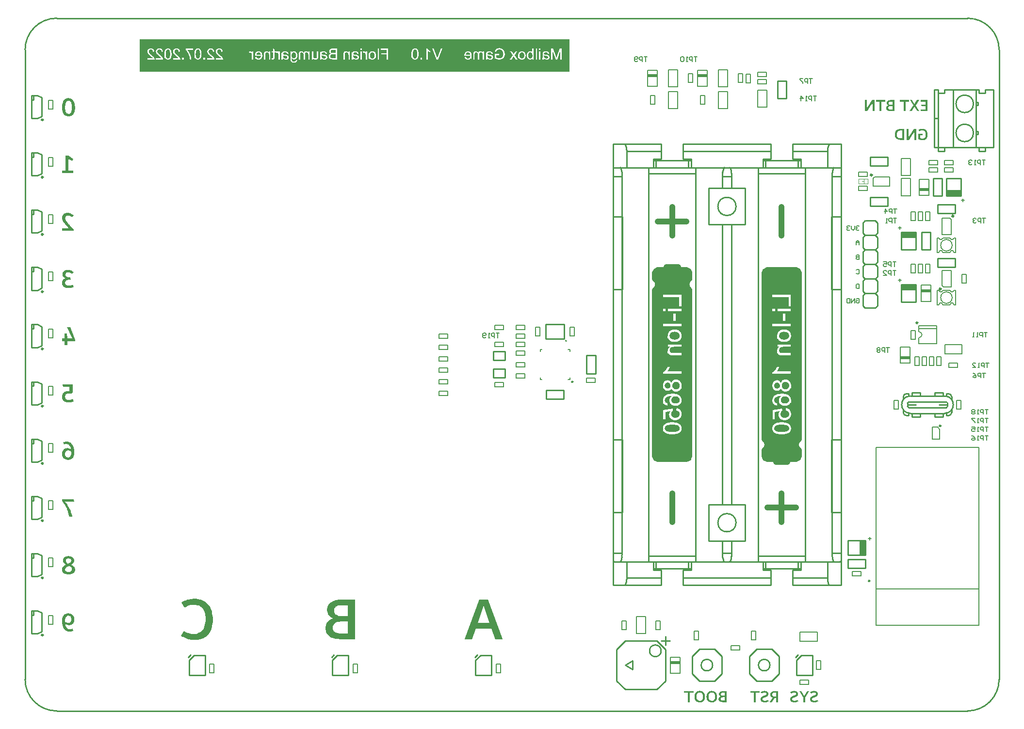
<source format=gbo>
G04*
G04 #@! TF.GenerationSoftware,Altium Limited,Altium Designer,22.2.1 (43)*
G04*
G04 Layer_Color=32896*
%FSLAX25Y25*%
%MOIN*%
G70*
G04*
G04 #@! TF.SameCoordinates,848C5CEF-A0A5-40A2-882F-BA2EA4B76D18*
G04*
G04*
G04 #@! TF.FilePolarity,Positive*
G04*
G01*
G75*
%ADD10C,0.01000*%
%ADD11C,0.01181*%
%ADD23C,0.00600*%
%ADD70C,0.00984*%
%ADD104C,0.01575*%
%ADD105C,0.01378*%
%ADD106C,0.00800*%
%ADD107C,0.00787*%
%ADD108C,0.01457*%
%ADD109C,0.03937*%
%ADD110C,0.00500*%
%ADD111C,0.00394*%
%ADD112R,0.06988X0.02461*%
%ADD113R,0.10000X0.04000*%
%ADD114R,0.04000X0.10000*%
%ADD115R,0.23622X0.05906*%
%ADD116R,0.19685X0.15748*%
%ADD117R,0.23622X0.15748*%
G36*
X-305495Y-52995D02*
X-304992Y-53083D01*
X-304555Y-53214D01*
X-304161Y-53367D01*
X-303833Y-53520D01*
X-303702Y-53586D01*
X-303593Y-53651D01*
X-303483Y-53695D01*
X-303418Y-53739D01*
X-303396Y-53782D01*
X-303374D01*
X-302958Y-54132D01*
X-302587Y-54526D01*
X-302259Y-54942D01*
X-301996Y-55357D01*
X-301799Y-55729D01*
X-301712Y-55904D01*
X-301646Y-56035D01*
X-301581Y-56166D01*
X-301537Y-56254D01*
X-301515Y-56297D01*
Y-56319D01*
X-301296Y-56976D01*
X-301121Y-57675D01*
X-301012Y-58375D01*
X-300925Y-59009D01*
X-300903Y-59316D01*
X-300881Y-59578D01*
X-300859Y-59840D01*
Y-60037D01*
X-300837Y-60212D01*
Y-60343D01*
Y-60431D01*
Y-60453D01*
X-300859Y-61000D01*
X-300903Y-61524D01*
X-300990Y-61962D01*
X-301078Y-62356D01*
X-301165Y-62684D01*
X-301209Y-62815D01*
X-301253Y-62924D01*
X-301274Y-63012D01*
X-301296Y-63077D01*
X-301318Y-63099D01*
Y-63121D01*
X-301515Y-63515D01*
X-301734Y-63886D01*
X-301974Y-64171D01*
X-302215Y-64433D01*
X-302412Y-64630D01*
X-302587Y-64783D01*
X-302696Y-64871D01*
X-302740Y-64892D01*
X-303112Y-65089D01*
X-303505Y-65242D01*
X-303877Y-65352D01*
X-304249Y-65417D01*
X-304555Y-65461D01*
X-304796Y-65505D01*
X-305014D01*
X-305408Y-65483D01*
X-305802Y-65439D01*
X-306152Y-65374D01*
X-306458Y-65308D01*
X-306698Y-65242D01*
X-306895Y-65177D01*
X-307026Y-65133D01*
X-307070Y-65111D01*
X-307420Y-64936D01*
X-307726Y-64739D01*
X-307989Y-64521D01*
X-308229Y-64302D01*
X-308426Y-64105D01*
X-308557Y-63952D01*
X-308645Y-63843D01*
X-308667Y-63799D01*
X-308885Y-63427D01*
X-309038Y-63012D01*
X-309148Y-62618D01*
X-309213Y-62224D01*
X-309279Y-61896D01*
Y-61743D01*
X-309301Y-61612D01*
Y-61524D01*
Y-61437D01*
Y-61393D01*
Y-61371D01*
X-309279Y-60912D01*
X-309213Y-60497D01*
X-309148Y-60125D01*
X-309060Y-59797D01*
X-308951Y-59556D01*
X-308885Y-59359D01*
X-308820Y-59250D01*
X-308798Y-59206D01*
X-308601Y-58900D01*
X-308382Y-58638D01*
X-308164Y-58397D01*
X-307945Y-58222D01*
X-307748Y-58069D01*
X-307595Y-57981D01*
X-307507Y-57916D01*
X-307464Y-57894D01*
X-307157Y-57741D01*
X-306830Y-57632D01*
X-306545Y-57566D01*
X-306261Y-57500D01*
X-306020Y-57478D01*
X-305823Y-57457D01*
X-305386D01*
X-305124Y-57500D01*
X-304883Y-57522D01*
X-304686Y-57566D01*
X-304511Y-57610D01*
X-304358Y-57653D01*
X-304271Y-57675D01*
X-304249Y-57697D01*
X-303768Y-57894D01*
X-303549Y-58003D01*
X-303352Y-58091D01*
X-303199Y-58178D01*
X-303090Y-58244D01*
X-303002Y-58288D01*
X-302980Y-58310D01*
X-303090Y-57653D01*
X-303243Y-57085D01*
X-303440Y-56604D01*
X-303658Y-56166D01*
X-303899Y-55816D01*
X-304161Y-55510D01*
X-304424Y-55270D01*
X-304686Y-55073D01*
X-304949Y-54920D01*
X-305189Y-54810D01*
X-305408Y-54723D01*
X-305605Y-54679D01*
X-305780Y-54635D01*
X-305911Y-54614D01*
X-306020D01*
X-306414Y-54635D01*
X-306786Y-54657D01*
X-307136Y-54723D01*
X-307420Y-54789D01*
X-307682Y-54854D01*
X-307879Y-54898D01*
X-307989Y-54942D01*
X-308032Y-54963D01*
X-308470Y-53389D01*
X-308011Y-53236D01*
X-307551Y-53126D01*
X-307136Y-53061D01*
X-306786Y-52995D01*
X-306480Y-52973D01*
X-306239Y-52951D01*
X-306042Y-52951D01*
X-305495Y-52995D01*
D02*
G37*
G36*
X-107973Y-188803D02*
X-118159D01*
X-119291Y-188754D01*
X-120374Y-188656D01*
X-121309Y-188508D01*
X-122096Y-188311D01*
X-122736Y-188164D01*
X-123228Y-188016D01*
X-123523Y-187918D01*
X-123573Y-187868D01*
X-123622D01*
X-124458Y-187475D01*
X-125147Y-187032D01*
X-125738Y-186589D01*
X-126230Y-186146D01*
X-126574Y-185752D01*
X-126870Y-185457D01*
X-127017Y-185260D01*
X-127067Y-185162D01*
X-127460Y-184473D01*
X-127755Y-183784D01*
X-127952Y-183095D01*
X-128100Y-182455D01*
X-128198Y-181914D01*
X-128247Y-181471D01*
Y-181176D01*
Y-181127D01*
Y-181077D01*
Y-180536D01*
X-128149Y-180044D01*
X-128051Y-179601D01*
X-127952Y-179208D01*
X-127854Y-178863D01*
X-127755Y-178568D01*
X-127706Y-178420D01*
X-127657Y-178371D01*
X-127411Y-177879D01*
X-127165Y-177436D01*
X-126820Y-177042D01*
X-126525Y-176698D01*
X-126279Y-176402D01*
X-126033Y-176206D01*
X-125885Y-176058D01*
X-125836Y-176009D01*
X-125344Y-175664D01*
X-124852Y-175320D01*
X-124311Y-175074D01*
X-123819Y-174877D01*
X-123376Y-174680D01*
X-123031Y-174582D01*
X-122834Y-174483D01*
X-122736D01*
X-123523Y-174139D01*
X-124212Y-173794D01*
X-124803Y-173401D01*
X-125246Y-173007D01*
X-125639Y-172712D01*
X-125885Y-172416D01*
X-126033Y-172220D01*
X-126082Y-172170D01*
X-126476Y-171580D01*
X-126722Y-170989D01*
X-126919Y-170399D01*
X-127067Y-169858D01*
X-127165Y-169415D01*
X-127214Y-169070D01*
Y-168824D01*
Y-168726D01*
X-127165Y-167938D01*
X-127017Y-167249D01*
X-126870Y-166610D01*
X-126673Y-166068D01*
X-126427Y-165626D01*
X-126279Y-165330D01*
X-126131Y-165084D01*
X-126082Y-165035D01*
X-125639Y-164444D01*
X-125098Y-163952D01*
X-124557Y-163510D01*
X-124015Y-163165D01*
X-123523Y-162870D01*
X-123130Y-162673D01*
X-122884Y-162575D01*
X-122834Y-162525D01*
X-122785D01*
X-121949Y-162230D01*
X-121112Y-161984D01*
X-120226Y-161836D01*
X-119439Y-161689D01*
X-118750Y-161639D01*
X-118159Y-161590D01*
X-107973D01*
Y-188803D01*
D02*
G37*
G36*
X182729Y-232133D02*
X181403D01*
Y-229276D01*
X180501D01*
X178464Y-232133D01*
X176960D01*
Y-232065D01*
X179120Y-229112D01*
X178819Y-229003D01*
X178560Y-228880D01*
X178341Y-228743D01*
X178163Y-228606D01*
X178013Y-228483D01*
X177917Y-228374D01*
X177849Y-228306D01*
X177835Y-228278D01*
X177685Y-228046D01*
X177575Y-227800D01*
X177507Y-227567D01*
X177452Y-227349D01*
X177425Y-227157D01*
X177398Y-227007D01*
Y-226952D01*
Y-226911D01*
Y-226884D01*
Y-226870D01*
X177411Y-226624D01*
X177452Y-226392D01*
X177507Y-226187D01*
X177562Y-226023D01*
X177616Y-225872D01*
X177671Y-225777D01*
X177712Y-225708D01*
X177726Y-225681D01*
X177863Y-225503D01*
X178013Y-225339D01*
X178163Y-225202D01*
X178327Y-225079D01*
X178464Y-224997D01*
X178573Y-224929D01*
X178655Y-224888D01*
X178669Y-224874D01*
X178683D01*
X178929Y-224779D01*
X179189Y-224697D01*
X179448Y-224642D01*
X179694Y-224615D01*
X179913Y-224587D01*
X180009D01*
X180091Y-224574D01*
X182729D01*
Y-232133D01*
D02*
G37*
G36*
X170084Y-225722D02*
X167555D01*
Y-232133D01*
X166229D01*
Y-225722D01*
X163728D01*
Y-224574D01*
X170084D01*
Y-225722D01*
D02*
G37*
G36*
X173734Y-224437D02*
X173980Y-224464D01*
X174199Y-224492D01*
X174390Y-224533D01*
X174554Y-224587D01*
X174677Y-224615D01*
X174759Y-224642D01*
X174773Y-224656D01*
X174787D01*
X175005Y-224751D01*
X175197Y-224861D01*
X175361Y-224970D01*
X175498Y-225079D01*
X175621Y-225175D01*
X175703Y-225257D01*
X175757Y-225312D01*
X175771Y-225339D01*
X175894Y-225517D01*
X175990Y-225708D01*
X176044Y-225900D01*
X176099Y-226077D01*
X176126Y-226228D01*
X176140Y-226364D01*
Y-226446D01*
Y-226460D01*
Y-226474D01*
X176126Y-226692D01*
X176099Y-226898D01*
X176058Y-227075D01*
X176003Y-227226D01*
X175949Y-227349D01*
X175908Y-227444D01*
X175880Y-227499D01*
X175867Y-227513D01*
X175757Y-227663D01*
X175634Y-227786D01*
X175511Y-227909D01*
X175402Y-228005D01*
X175293Y-228073D01*
X175210Y-228141D01*
X175156Y-228169D01*
X175142Y-228183D01*
X174964Y-228278D01*
X174759Y-228374D01*
X174568Y-228469D01*
X174377Y-228552D01*
X174199Y-228620D01*
X174062Y-228675D01*
X174007Y-228688D01*
X173967Y-228702D01*
X173953Y-228716D01*
X173939D01*
X173721Y-228798D01*
X173488Y-228880D01*
X173297Y-228962D01*
X173133Y-229030D01*
X172996Y-229085D01*
X172887Y-229139D01*
X172805Y-229180D01*
X172764Y-229194D01*
X172750Y-229208D01*
X172627Y-229276D01*
X172531Y-229344D01*
X172449Y-229413D01*
X172381Y-229467D01*
X172326Y-229522D01*
X172299Y-229563D01*
X172272Y-229591D01*
Y-229604D01*
X172217Y-229686D01*
X172189Y-229768D01*
X172135Y-229946D01*
Y-230014D01*
X172121Y-230069D01*
Y-230110D01*
Y-230124D01*
X172135Y-230301D01*
X172189Y-230465D01*
X172244Y-230602D01*
X172326Y-230711D01*
X172395Y-230807D01*
X172463Y-230862D01*
X172518Y-230903D01*
X172531Y-230917D01*
X172695Y-230998D01*
X172887Y-231067D01*
X173078Y-231108D01*
X173269Y-231149D01*
X173447Y-231163D01*
X173584Y-231176D01*
X173707D01*
X173898Y-231163D01*
X174090Y-231149D01*
X174281Y-231121D01*
X174445Y-231094D01*
X174582Y-231067D01*
X174691Y-231040D01*
X174759Y-231012D01*
X174787D01*
X174992Y-230944D01*
X175183Y-230848D01*
X175374Y-230766D01*
X175525Y-230670D01*
X175662Y-230588D01*
X175771Y-230520D01*
X175826Y-230479D01*
X175853Y-230465D01*
X176468Y-231409D01*
X176263Y-231559D01*
X176044Y-231682D01*
X175826Y-231791D01*
X175634Y-231887D01*
X175470Y-231955D01*
X175333Y-232010D01*
X175279Y-232024D01*
X175238Y-232037D01*
X175224Y-232051D01*
X175210D01*
X174937Y-232133D01*
X174664Y-232188D01*
X174404Y-232229D01*
X174158Y-232256D01*
X173953Y-232270D01*
X173857D01*
X173789Y-232283D01*
X173638D01*
X173324Y-232270D01*
X173037Y-232242D01*
X172777Y-232201D01*
X172558Y-232160D01*
X172381Y-232119D01*
X172244Y-232078D01*
X172203Y-232065D01*
X172162Y-232051D01*
X172148Y-232037D01*
X172135D01*
X171902Y-231928D01*
X171697Y-231819D01*
X171520Y-231696D01*
X171369Y-231573D01*
X171260Y-231463D01*
X171178Y-231368D01*
X171123Y-231313D01*
X171109Y-231286D01*
X170986Y-231081D01*
X170891Y-230875D01*
X170836Y-230670D01*
X170781Y-230479D01*
X170754Y-230315D01*
X170740Y-230178D01*
Y-230124D01*
Y-230083D01*
Y-230069D01*
Y-230055D01*
X170754Y-229796D01*
X170795Y-229577D01*
X170850Y-229372D01*
X170904Y-229208D01*
X170973Y-229071D01*
X171028Y-228975D01*
X171069Y-228907D01*
X171082Y-228893D01*
X171205Y-228729D01*
X171342Y-228593D01*
X171479Y-228469D01*
X171602Y-228374D01*
X171711Y-228292D01*
X171793Y-228237D01*
X171848Y-228210D01*
X171875Y-228196D01*
X172066Y-228100D01*
X172258Y-228005D01*
X172463Y-227923D01*
X172668Y-227841D01*
X172832Y-227772D01*
X172982Y-227718D01*
X173037Y-227704D01*
X173064Y-227690D01*
X173092Y-227677D01*
X173105D01*
X173338Y-227595D01*
X173543Y-227513D01*
X173721Y-227444D01*
X173884Y-227376D01*
X174007Y-227321D01*
X174103Y-227280D01*
X174185Y-227239D01*
X174226Y-227226D01*
X174240Y-227212D01*
X174349Y-227144D01*
X174445Y-227075D01*
X174527Y-227021D01*
X174582Y-226966D01*
X174636Y-226925D01*
X174664Y-226884D01*
X174677Y-226870D01*
X174691Y-226856D01*
X174759Y-226706D01*
X174800Y-226569D01*
Y-226501D01*
X174814Y-226460D01*
Y-226433D01*
Y-226419D01*
X174800Y-226269D01*
X174759Y-226132D01*
X174705Y-226023D01*
X174636Y-225927D01*
X174582Y-225859D01*
X174527Y-225804D01*
X174486Y-225777D01*
X174472Y-225763D01*
X174322Y-225681D01*
X174172Y-225626D01*
X174007Y-225585D01*
X173857Y-225558D01*
X173721Y-225544D01*
X173611Y-225531D01*
X173310D01*
X173119Y-225558D01*
X172941Y-225571D01*
X172791Y-225599D01*
X172668Y-225626D01*
X172572Y-225654D01*
X172518Y-225667D01*
X172490Y-225681D01*
X172312Y-225749D01*
X172135Y-225817D01*
X171971Y-225900D01*
X171820Y-225982D01*
X171684Y-226050D01*
X171588Y-226105D01*
X171520Y-226146D01*
X171492Y-226159D01*
X170877Y-225230D01*
X171096Y-225093D01*
X171328Y-224956D01*
X171561Y-224861D01*
X171793Y-224765D01*
X172012Y-224683D01*
X172230Y-224615D01*
X172435Y-224560D01*
X172627Y-224519D01*
X172805Y-224492D01*
X172969Y-224464D01*
X173119Y-224451D01*
X173242Y-224437D01*
X173351Y-224423D01*
X173488D01*
X173734Y-224437D01*
D02*
G37*
G36*
X197047Y-51181D02*
X173425D01*
Y51181D01*
X197047D01*
Y-51181D01*
D02*
G37*
G36*
X-302018Y-19410D02*
X-302740Y-20066D01*
X-302937Y-20022D01*
X-303155Y-19978D01*
X-303243D01*
X-303308Y-19956D01*
X-303374D01*
X-303702Y-19913D01*
X-304008Y-19891D01*
X-304336D01*
X-304708Y-19913D01*
X-305058Y-19934D01*
X-305342Y-19978D01*
X-305583Y-20022D01*
X-305780Y-20088D01*
X-305911Y-20131D01*
X-305998Y-20153D01*
X-306020Y-20175D01*
X-306239Y-20285D01*
X-306414Y-20394D01*
X-306567Y-20525D01*
X-306676Y-20656D01*
X-306764Y-20766D01*
X-306830Y-20853D01*
X-306873Y-20919D01*
Y-20941D01*
X-306961Y-21137D01*
X-307026Y-21334D01*
X-307070Y-21531D01*
X-307114Y-21728D01*
Y-21903D01*
X-307136Y-22034D01*
Y-22122D01*
Y-22165D01*
X-307114Y-22384D01*
X-307092Y-22581D01*
X-307048Y-22756D01*
X-307004Y-22931D01*
X-306939Y-23062D01*
X-306895Y-23149D01*
X-306873Y-23215D01*
X-306851Y-23237D01*
X-306742Y-23412D01*
X-306589Y-23565D01*
X-306458Y-23696D01*
X-306305Y-23806D01*
X-306173Y-23893D01*
X-306064Y-23959D01*
X-305998Y-23980D01*
X-305977Y-24002D01*
X-305758Y-24090D01*
X-305517Y-24156D01*
X-305277Y-24221D01*
X-305058Y-24243D01*
X-304861Y-24265D01*
X-304708Y-24287D01*
X-304577D01*
X-304096Y-24265D01*
X-303637Y-24199D01*
X-303199Y-24112D01*
X-302805Y-24002D01*
X-302477Y-23893D01*
X-302346Y-23849D01*
X-302237Y-23806D01*
X-302149Y-23762D01*
X-302084Y-23740D01*
X-302040Y-23718D01*
X-302018D01*
X-301296Y-25271D01*
X-301887Y-25511D01*
X-302477Y-25708D01*
X-303068Y-25839D01*
X-303593Y-25927D01*
X-303833Y-25949D01*
X-304030Y-25971D01*
X-304227Y-25993D01*
X-304402D01*
X-304533Y-26014D01*
X-304708D01*
X-305277Y-25993D01*
X-305780Y-25927D01*
X-306217Y-25839D01*
X-306611Y-25752D01*
X-306895Y-25664D01*
X-307136Y-25577D01*
X-307201Y-25533D01*
X-307267Y-25511D01*
X-307289Y-25490D01*
X-307311D01*
X-307661Y-25271D01*
X-307989Y-25052D01*
X-308251Y-24812D01*
X-308448Y-24571D01*
X-308623Y-24374D01*
X-308732Y-24221D01*
X-308798Y-24112D01*
X-308820Y-24068D01*
X-308973Y-23718D01*
X-309104Y-23346D01*
X-309191Y-22996D01*
X-309235Y-22690D01*
X-309279Y-22406D01*
X-309301Y-22187D01*
Y-22100D01*
Y-22034D01*
Y-22012D01*
Y-21990D01*
X-309279Y-21553D01*
X-309213Y-21159D01*
X-309148Y-20809D01*
X-309060Y-20525D01*
X-308951Y-20285D01*
X-308885Y-20109D01*
X-308820Y-20000D01*
X-308798Y-19956D01*
X-308601Y-19672D01*
X-308360Y-19410D01*
X-308120Y-19191D01*
X-307879Y-19016D01*
X-307682Y-18863D01*
X-307507Y-18776D01*
X-307398Y-18710D01*
X-307376Y-18688D01*
X-307354D01*
X-307004Y-18535D01*
X-306611Y-18426D01*
X-306239Y-18338D01*
X-305889Y-18294D01*
X-305583Y-18251D01*
X-305342Y-18229D01*
X-305124D01*
X-304774Y-18251D01*
X-304446Y-18272D01*
X-304293Y-18294D01*
X-304183Y-18316D01*
X-304118Y-18338D01*
X-304096D01*
Y-15451D01*
X-308688Y-15451D01*
X-308929Y-13702D01*
X-302018Y-13702D01*
Y-19410D01*
D02*
G37*
G36*
X-304752Y65137D02*
X-304358Y65093D01*
X-304008Y65028D01*
X-303702Y64962D01*
X-303440Y64875D01*
X-303243Y64809D01*
X-303112Y64765D01*
X-303090Y64743D01*
X-303068D01*
X-302718Y64590D01*
X-302368Y64393D01*
X-302062Y64197D01*
X-301799Y64000D01*
X-301559Y63825D01*
X-301406Y63694D01*
X-301296Y63606D01*
X-301253Y63562D01*
X-302302Y62359D01*
X-302783Y62709D01*
X-303024Y62841D01*
X-303221Y62950D01*
X-303396Y63038D01*
X-303549Y63103D01*
X-303637Y63147D01*
X-303658Y63169D01*
X-303921Y63278D01*
X-304183Y63344D01*
X-304424Y63409D01*
X-304621Y63431D01*
X-304796Y63453D01*
X-304949Y63475D01*
X-305277D01*
X-305473Y63453D01*
X-305648Y63409D01*
X-305802Y63387D01*
X-305933Y63344D01*
X-306020Y63300D01*
X-306064Y63278D01*
X-306086D01*
X-306370Y63103D01*
X-306567Y62950D01*
X-306676Y62819D01*
X-306720Y62775D01*
Y62753D01*
X-306851Y62513D01*
X-306917Y62294D01*
X-306939Y62206D01*
Y62141D01*
Y62097D01*
Y62075D01*
X-306917Y61703D01*
X-306873Y61550D01*
X-306851Y61419D01*
X-306808Y61310D01*
X-306764Y61222D01*
X-306742Y61178D01*
Y61157D01*
X-306676Y61025D01*
X-306567Y60894D01*
X-306370Y60676D01*
X-306283Y60588D01*
X-306195Y60522D01*
X-306152Y60501D01*
X-306130Y60479D01*
X-305955Y60369D01*
X-305780Y60260D01*
X-305386Y60063D01*
X-305211Y59997D01*
X-305080Y59932D01*
X-304992Y59910D01*
X-304949Y59888D01*
X-303527D01*
X-303396Y58314D01*
X-304643D01*
X-304992Y58270D01*
X-305277Y58248D01*
X-305539Y58204D01*
X-305714Y58160D01*
X-305867Y58117D01*
X-305955Y58095D01*
X-305977Y58073D01*
X-306195Y57964D01*
X-306392Y57854D01*
X-306545Y57745D01*
X-306655Y57636D01*
X-306764Y57526D01*
X-306830Y57439D01*
X-306851Y57395D01*
X-306873Y57373D01*
X-306961Y57198D01*
X-307026Y57001D01*
X-307114Y56630D01*
Y56476D01*
X-307136Y56345D01*
Y56258D01*
Y56236D01*
X-307114Y55930D01*
X-307026Y55645D01*
X-306939Y55405D01*
X-306808Y55208D01*
X-306698Y55033D01*
X-306589Y54924D01*
X-306501Y54858D01*
X-306480Y54836D01*
X-306217Y54683D01*
X-305933Y54552D01*
X-305627Y54464D01*
X-305321Y54421D01*
X-305058Y54377D01*
X-304839Y54355D01*
X-304643D01*
X-304118Y54377D01*
X-303877Y54399D01*
X-303658Y54421D01*
X-303483Y54443D01*
X-303352Y54464D01*
X-303243Y54486D01*
X-303221D01*
X-302980Y54552D01*
X-302740Y54618D01*
X-302543Y54683D01*
X-302368Y54749D01*
X-302215Y54814D01*
X-302106Y54858D01*
X-302040Y54902D01*
X-302018D01*
X-301296Y53349D01*
X-301537Y53240D01*
X-301778Y53130D01*
X-302018Y53043D01*
X-302259Y52955D01*
X-302477Y52912D01*
X-302630Y52868D01*
X-302740Y52824D01*
X-302783D01*
X-303483Y52693D01*
X-303790Y52649D01*
X-304096Y52627D01*
X-304336D01*
X-304533Y52605D01*
X-304708D01*
X-305255Y52627D01*
X-305758Y52671D01*
X-306195Y52759D01*
X-306567Y52846D01*
X-306851Y52934D01*
X-307092Y53021D01*
X-307157Y53043D01*
X-307223Y53065D01*
X-307245Y53087D01*
X-307267D01*
X-307639Y53283D01*
X-307945Y53502D01*
X-308207Y53721D01*
X-308426Y53939D01*
X-308579Y54136D01*
X-308710Y54289D01*
X-308776Y54377D01*
X-308798Y54421D01*
X-308973Y54749D01*
X-309082Y55077D01*
X-309170Y55405D01*
X-309235Y55711D01*
X-309279Y55952D01*
X-309301Y56170D01*
Y56301D01*
Y56323D01*
Y56345D01*
X-309279Y56761D01*
X-309213Y57133D01*
X-309104Y57461D01*
X-308995Y57745D01*
X-308885Y57964D01*
X-308776Y58139D01*
X-308710Y58226D01*
X-308688Y58270D01*
X-308426Y58554D01*
X-308142Y58773D01*
X-307836Y58970D01*
X-307551Y59123D01*
X-307267Y59232D01*
X-307048Y59320D01*
X-306961Y59341D01*
X-306895Y59363D01*
X-306873Y59385D01*
X-306851D01*
X-307223Y59560D01*
X-307529Y59735D01*
X-307814Y59932D01*
X-308032Y60107D01*
X-308207Y60260D01*
X-308338Y60391D01*
X-308426Y60479D01*
X-308448Y60501D01*
X-308645Y60763D01*
X-308798Y61047D01*
X-308885Y61332D01*
X-308973Y61594D01*
X-309016Y61813D01*
X-309038Y61988D01*
Y62097D01*
Y62141D01*
X-309016Y62447D01*
X-308973Y62731D01*
X-308885Y62994D01*
X-308820Y63234D01*
X-308732Y63409D01*
X-308645Y63562D01*
X-308601Y63650D01*
X-308579Y63672D01*
X-308404Y63912D01*
X-308185Y64131D01*
X-307967Y64328D01*
X-307770Y64481D01*
X-307573Y64612D01*
X-307420Y64700D01*
X-307311Y64743D01*
X-307267Y64765D01*
X-306917Y64896D01*
X-306567Y64984D01*
X-306217Y65071D01*
X-305889Y65115D01*
X-305583Y65137D01*
X-305364Y65159D01*
X-305146D01*
X-304752Y65137D01*
D02*
G37*
G36*
X277603Y154481D02*
X276277D01*
Y160045D01*
X276209Y159881D01*
X276127Y159730D01*
X276099Y159662D01*
X276072Y159621D01*
X276058Y159594D01*
Y159580D01*
X275949Y159416D01*
X275853Y159266D01*
X275812Y159197D01*
X275785Y159143D01*
X275771Y159115D01*
X275758Y159101D01*
X275703Y159019D01*
X275648Y158951D01*
X275580Y158842D01*
X275539Y158787D01*
X275525Y158774D01*
X272695Y154481D01*
X271178D01*
Y162041D01*
X272518D01*
Y156422D01*
X272586Y156559D01*
X272641Y156682D01*
X272695Y156778D01*
X272709Y156791D01*
Y156805D01*
X272791Y156955D01*
X272873Y157078D01*
X272914Y157133D01*
X272941Y157174D01*
X272955Y157201D01*
X272969Y157215D01*
X273024Y157297D01*
X273064Y157366D01*
X273133Y157461D01*
X273160Y157516D01*
X273174Y157529D01*
X276154Y162041D01*
X277603D01*
Y154481D01*
D02*
G37*
G36*
X282237Y162177D02*
X282593Y162123D01*
X282907Y162068D01*
X283180Y161986D01*
X283303Y161945D01*
X283413Y161918D01*
X283508Y161876D01*
X283577Y161849D01*
X283645Y161822D01*
X283686Y161794D01*
X283713Y161781D01*
X283727D01*
X284014Y161603D01*
X284274Y161412D01*
X284506Y161193D01*
X284684Y160974D01*
X284834Y160783D01*
X284944Y160633D01*
X284985Y160564D01*
X285012Y160523D01*
X285039Y160496D01*
Y160482D01*
X285203Y160127D01*
X285327Y159758D01*
X285408Y159375D01*
X285463Y159019D01*
X285490Y158855D01*
X285504Y158705D01*
X285518Y158568D01*
Y158459D01*
X285531Y158363D01*
Y158281D01*
Y158240D01*
Y158227D01*
X285518Y157803D01*
X285477Y157420D01*
X285408Y157078D01*
X285340Y156778D01*
X285313Y156641D01*
X285285Y156532D01*
X285244Y156422D01*
X285217Y156340D01*
X285190Y156272D01*
X285176Y156231D01*
X285162Y156203D01*
Y156190D01*
X285012Y155889D01*
X284821Y155616D01*
X284629Y155383D01*
X284438Y155178D01*
X284260Y155028D01*
X284123Y154919D01*
X284069Y154877D01*
X284028Y154850D01*
X284000Y154823D01*
X283987D01*
X283659Y154659D01*
X283317Y154536D01*
X282975Y154454D01*
X282647Y154399D01*
X282497Y154372D01*
X282360Y154358D01*
X282223Y154344D01*
X282114D01*
X282032Y154331D01*
X281909D01*
X281636Y154344D01*
X281376Y154358D01*
X281143Y154385D01*
X280925Y154413D01*
X280761Y154440D01*
X280624Y154454D01*
X280542Y154481D01*
X280515D01*
X280269Y154549D01*
X280023Y154631D01*
X279790Y154727D01*
X279585Y154809D01*
X279407Y154891D01*
X279257Y154959D01*
X279202Y154973D01*
X279161Y155000D01*
X279148Y155014D01*
X279134D01*
Y158732D01*
X282100D01*
X282251Y157625D01*
X280474D01*
Y155711D01*
X280720Y155629D01*
X280966Y155575D01*
X281198Y155520D01*
X281417Y155493D01*
X281594Y155479D01*
X281731Y155465D01*
X281854D01*
X282073Y155479D01*
X282278Y155493D01*
X282469Y155534D01*
X282647Y155575D01*
X282798Y155629D01*
X282948Y155684D01*
X283071Y155752D01*
X283194Y155821D01*
X283290Y155889D01*
X283385Y155957D01*
X283454Y156012D01*
X283508Y156067D01*
X283590Y156149D01*
X283604Y156163D01*
X283618Y156176D01*
X283713Y156326D01*
X283795Y156477D01*
X283932Y156819D01*
X284028Y157160D01*
X284096Y157502D01*
X284123Y157666D01*
X284137Y157817D01*
X284151Y157953D01*
Y158063D01*
X284165Y158158D01*
Y158240D01*
Y158281D01*
Y158295D01*
X284137Y158760D01*
X284110Y158965D01*
X284069Y159156D01*
X284028Y159348D01*
X283987Y159512D01*
X283932Y159662D01*
X283877Y159799D01*
X283823Y159922D01*
X283768Y160031D01*
X283727Y160127D01*
X283686Y160195D01*
X283645Y160250D01*
X283618Y160304D01*
X283590Y160318D01*
Y160332D01*
X283467Y160468D01*
X283344Y160578D01*
X283208Y160674D01*
X283057Y160756D01*
X282756Y160892D01*
X282469Y160974D01*
X282196Y161029D01*
X282087Y161043D01*
X281991Y161056D01*
X281895Y161070D01*
X281786D01*
X281403Y161043D01*
X281061Y160988D01*
X280733Y160892D01*
X280446Y160797D01*
X280323Y160742D01*
X280214Y160687D01*
X280118Y160646D01*
X280036Y160592D01*
X279968Y160564D01*
X279927Y160537D01*
X279900Y160510D01*
X279886D01*
X279325Y161480D01*
X279530Y161603D01*
X279749Y161713D01*
X279968Y161808D01*
X280187Y161890D01*
X280610Y162013D01*
X281007Y162109D01*
X281184Y162136D01*
X281348Y162150D01*
X281499Y162164D01*
X281622Y162177D01*
X281731Y162191D01*
X281868D01*
X282237Y162177D01*
D02*
G37*
G36*
X269387Y154481D02*
X267145D01*
X266708Y154495D01*
X266298Y154549D01*
X265942Y154604D01*
X265778Y154645D01*
X265614Y154686D01*
X265478Y154713D01*
X265355Y154754D01*
X265259Y154782D01*
X265163Y154823D01*
X265095Y154836D01*
X265040Y154864D01*
X265013Y154877D01*
X264999D01*
X264657Y155055D01*
X264370Y155247D01*
X264111Y155452D01*
X263906Y155657D01*
X263728Y155848D01*
X263605Y155999D01*
X263564Y156053D01*
X263537Y156094D01*
X263509Y156122D01*
Y156135D01*
X263331Y156463D01*
X263195Y156819D01*
X263099Y157174D01*
X263031Y157516D01*
X263003Y157666D01*
X262990Y157803D01*
X262976Y157940D01*
Y158049D01*
X262962Y158131D01*
Y158199D01*
Y158240D01*
Y158254D01*
X262976Y158623D01*
X263003Y158965D01*
X263058Y159279D01*
X263126Y159566D01*
X263208Y159826D01*
X263290Y160058D01*
X263386Y160277D01*
X263482Y160468D01*
X263591Y160633D01*
X263687Y160769D01*
X263769Y160892D01*
X263851Y160988D01*
X263919Y161056D01*
X263974Y161111D01*
X264001Y161138D01*
X264015Y161152D01*
X264220Y161302D01*
X264439Y161439D01*
X264685Y161562D01*
X264931Y161671D01*
X265177Y161753D01*
X265423Y161822D01*
X265901Y161931D01*
X266134Y161972D01*
X266339Y162000D01*
X266530Y162013D01*
X266694Y162027D01*
X266817Y162041D01*
X269387D01*
Y154481D01*
D02*
G37*
G36*
X-300115Y17117D02*
Y16199D01*
X-305605D01*
Y13465D01*
X-307704Y13465D01*
Y16199D01*
X-309301D01*
Y17927D01*
X-307704D01*
Y21382D01*
X-305998Y21382D01*
X-305605Y17927D01*
X-302259D01*
X-305933Y25559D01*
X-303527D01*
X-300115Y17117D01*
D02*
G37*
G36*
X-304664Y-171083D02*
X-304249Y-171127D01*
X-303899Y-171215D01*
X-303571Y-171302D01*
X-303308Y-171390D01*
X-303112Y-171477D01*
X-302980Y-171521D01*
X-302958Y-171543D01*
X-302937D01*
X-302587Y-171740D01*
X-302280Y-171958D01*
X-302018Y-172177D01*
X-301799Y-172396D01*
X-301624Y-172614D01*
X-301493Y-172767D01*
X-301406Y-172877D01*
X-301384Y-172921D01*
X-301187Y-173270D01*
X-301056Y-173664D01*
X-300946Y-174036D01*
X-300881Y-174386D01*
X-300837Y-174692D01*
X-300815Y-174933D01*
Y-175020D01*
Y-175086D01*
Y-175129D01*
Y-175151D01*
X-300837Y-175633D01*
X-300881Y-176070D01*
X-300968Y-176463D01*
X-301056Y-176792D01*
X-301121Y-177054D01*
X-301209Y-177251D01*
X-301253Y-177382D01*
X-301274Y-177426D01*
X-301471Y-177732D01*
X-301668Y-178016D01*
X-301887Y-178235D01*
X-302084Y-178432D01*
X-302259Y-178563D01*
X-302412Y-178672D01*
X-302499Y-178738D01*
X-302543Y-178760D01*
X-302849Y-178913D01*
X-303177Y-179022D01*
X-303483Y-179088D01*
X-303746Y-179132D01*
X-304008Y-179175D01*
X-304183Y-179197D01*
X-304358D01*
X-304861Y-179154D01*
X-305364Y-179066D01*
X-305823Y-178913D01*
X-306239Y-178760D01*
X-306567Y-178607D01*
X-306720Y-178519D01*
X-306851Y-178454D01*
X-306939Y-178410D01*
X-307004Y-178366D01*
X-307048Y-178323D01*
X-307070D01*
X-306961Y-178979D01*
X-306786Y-179547D01*
X-306611Y-180028D01*
X-306392Y-180466D01*
X-306152Y-180816D01*
X-305889Y-181122D01*
X-305627Y-181362D01*
X-305364Y-181559D01*
X-305102Y-181712D01*
X-304861Y-181822D01*
X-304643Y-181909D01*
X-304446Y-181953D01*
X-304271Y-181997D01*
X-304139Y-182018D01*
X-304030D01*
X-303680Y-181997D01*
X-303505D01*
X-303352Y-181975D01*
X-303221Y-181953D01*
X-303112D01*
X-303046Y-181931D01*
X-303024D01*
X-302652Y-181843D01*
X-302499Y-181778D01*
X-302346Y-181734D01*
X-302237Y-181691D01*
X-302149Y-181647D01*
X-302084Y-181625D01*
X-302062D01*
X-301603Y-183156D01*
X-302062Y-183309D01*
X-302521Y-183418D01*
X-302937Y-183506D01*
X-303287Y-183549D01*
X-303615Y-183593D01*
X-303855Y-183615D01*
X-304052D01*
X-304621Y-183571D01*
X-305146Y-183484D01*
X-305627Y-183353D01*
X-306020Y-183200D01*
X-306348Y-183046D01*
X-306480Y-182981D01*
X-306589Y-182915D01*
X-306698Y-182850D01*
X-306764Y-182828D01*
X-306786Y-182784D01*
X-306808D01*
X-307223Y-182434D01*
X-307595Y-182040D01*
X-307901Y-181625D01*
X-308164Y-181209D01*
X-308382Y-180838D01*
X-308448Y-180684D01*
X-308535Y-180553D01*
X-308579Y-180422D01*
X-308623Y-180334D01*
X-308645Y-180291D01*
Y-180269D01*
X-308863Y-179591D01*
X-309016Y-178891D01*
X-309148Y-178191D01*
X-309213Y-177513D01*
X-309257Y-177207D01*
Y-176923D01*
X-309279Y-176682D01*
X-309301Y-176463D01*
Y-176289D01*
Y-176157D01*
Y-176070D01*
Y-176048D01*
X-309279Y-175479D01*
X-309213Y-174976D01*
X-309148Y-174517D01*
X-309060Y-174123D01*
X-308951Y-173817D01*
X-308907Y-173686D01*
X-308885Y-173577D01*
X-308841Y-173489D01*
X-308820Y-173424D01*
X-308798Y-173402D01*
Y-173380D01*
X-308601Y-172986D01*
X-308382Y-172636D01*
X-308142Y-172352D01*
X-307901Y-172111D01*
X-307704Y-171915D01*
X-307529Y-171783D01*
X-307420Y-171696D01*
X-307398Y-171674D01*
X-307376D01*
X-307004Y-171477D01*
X-306611Y-171324D01*
X-306239Y-171215D01*
X-305867Y-171127D01*
X-305561Y-171083D01*
X-305299Y-171062D01*
X-305080D01*
X-304664Y-171083D01*
D02*
G37*
G36*
X277371Y178199D02*
X279886Y174331D01*
X278464D01*
X276564Y177338D01*
X274801Y174331D01*
X273201D01*
X275758Y178295D01*
X273365Y181890D01*
X274801D01*
X276523Y179143D01*
X278218Y181890D01*
X279790D01*
X277371Y178199D01*
D02*
G37*
G36*
X248937Y174331D02*
X247611D01*
Y179894D01*
X247543Y179730D01*
X247461Y179580D01*
X247433Y179512D01*
X247406Y179471D01*
X247392Y179443D01*
Y179430D01*
X247283Y179266D01*
X247187Y179115D01*
X247146Y179047D01*
X247119Y178992D01*
X247105Y178965D01*
X247092Y178951D01*
X247037Y178869D01*
X246982Y178801D01*
X246914Y178691D01*
X246873Y178637D01*
X246859Y178623D01*
X244029Y174331D01*
X242512D01*
Y181890D01*
X243852D01*
Y176272D01*
X243920Y176409D01*
X243975Y176532D01*
X244029Y176627D01*
X244043Y176641D01*
Y176655D01*
X244125Y176805D01*
X244207Y176928D01*
X244248Y176983D01*
X244275Y177024D01*
X244289Y177051D01*
X244303Y177065D01*
X244357Y177147D01*
X244398Y177215D01*
X244467Y177311D01*
X244494Y177365D01*
X244508Y177379D01*
X247488Y181890D01*
X248937D01*
Y174331D01*
D02*
G37*
G36*
X285531Y174331D02*
X280597D01*
Y175438D01*
X284206D01*
Y177639D01*
X281280D01*
X281116Y178719D01*
X284206D01*
Y180783D01*
X280665D01*
Y181890D01*
X285531D01*
Y174331D01*
D02*
G37*
G36*
X272846Y180742D02*
X270317D01*
Y174331D01*
X268991D01*
Y180742D01*
X266489D01*
Y181890D01*
X272846D01*
Y180742D01*
D02*
G37*
G36*
X262689Y174331D02*
X259859D01*
X259545Y174344D01*
X259244Y174372D01*
X258984Y174413D01*
X258766Y174467D01*
X258588Y174508D01*
X258451Y174549D01*
X258369Y174577D01*
X258355Y174590D01*
X258342D01*
X258109Y174700D01*
X257918Y174823D01*
X257754Y174946D01*
X257617Y175069D01*
X257522Y175178D01*
X257440Y175260D01*
X257399Y175315D01*
X257385Y175342D01*
X257276Y175534D01*
X257194Y175725D01*
X257139Y175916D01*
X257098Y176094D01*
X257071Y176244D01*
X257057Y176367D01*
Y176450D01*
Y176463D01*
Y176477D01*
Y176627D01*
X257084Y176764D01*
X257112Y176887D01*
X257139Y176996D01*
X257166Y177092D01*
X257194Y177174D01*
X257207Y177215D01*
X257221Y177229D01*
X257289Y177366D01*
X257358Y177489D01*
X257453Y177598D01*
X257535Y177693D01*
X257604Y177776D01*
X257672Y177830D01*
X257713Y177871D01*
X257727Y177885D01*
X257863Y177981D01*
X258000Y178076D01*
X258151Y178145D01*
X258287Y178199D01*
X258410Y178254D01*
X258506Y178281D01*
X258561Y178309D01*
X258588D01*
X258369Y178404D01*
X258178Y178500D01*
X258014Y178609D01*
X257891Y178719D01*
X257781Y178801D01*
X257713Y178883D01*
X257672Y178937D01*
X257658Y178951D01*
X257549Y179115D01*
X257481Y179279D01*
X257426Y179443D01*
X257385Y179594D01*
X257358Y179717D01*
X257344Y179812D01*
Y179881D01*
Y179908D01*
X257358Y180127D01*
X257399Y180318D01*
X257440Y180496D01*
X257494Y180646D01*
X257563Y180769D01*
X257604Y180851D01*
X257645Y180920D01*
X257658Y180933D01*
X257781Y181097D01*
X257932Y181234D01*
X258082Y181357D01*
X258232Y181453D01*
X258369Y181535D01*
X258479Y181589D01*
X258547Y181617D01*
X258561Y181631D01*
X258574D01*
X258807Y181712D01*
X259039Y181781D01*
X259285Y181822D01*
X259504Y181863D01*
X259695Y181877D01*
X259859Y181890D01*
X262689D01*
Y174331D01*
D02*
G37*
G36*
X256373Y180742D02*
X253844D01*
Y174331D01*
X252518D01*
Y180742D01*
X250017D01*
Y181890D01*
X256373D01*
Y180742D01*
D02*
G37*
G36*
X-301428Y141307D02*
X-302237Y140105D01*
X-304796Y141417D01*
Y133325D01*
X-301690D01*
Y131575D01*
X-309301Y131575D01*
Y133325D01*
X-306873D01*
Y143669D01*
X-304774Y143669D01*
X-301428Y141307D01*
D02*
G37*
G36*
X204109Y-224656D02*
X201389Y-229098D01*
Y-232133D01*
X200063D01*
Y-229112D01*
X197288Y-224656D01*
Y-224574D01*
X198710D01*
X200705Y-227895D01*
X202633Y-224574D01*
X204109D01*
Y-224656D01*
D02*
G37*
G36*
X207745Y-224437D02*
X207992Y-224464D01*
X208210Y-224492D01*
X208402Y-224533D01*
X208566Y-224587D01*
X208689Y-224615D01*
X208771Y-224642D01*
X208784Y-224656D01*
X208798D01*
X209017Y-224751D01*
X209208Y-224861D01*
X209372Y-224970D01*
X209509Y-225079D01*
X209632Y-225175D01*
X209714Y-225257D01*
X209769Y-225312D01*
X209782Y-225339D01*
X209905Y-225517D01*
X210001Y-225708D01*
X210056Y-225900D01*
X210110Y-226077D01*
X210138Y-226228D01*
X210151Y-226364D01*
Y-226446D01*
Y-226460D01*
Y-226474D01*
X210138Y-226692D01*
X210110Y-226898D01*
X210069Y-227075D01*
X210015Y-227226D01*
X209960Y-227349D01*
X209919Y-227444D01*
X209892Y-227499D01*
X209878Y-227513D01*
X209769Y-227663D01*
X209646Y-227786D01*
X209523Y-227909D01*
X209413Y-228005D01*
X209304Y-228073D01*
X209222Y-228141D01*
X209167Y-228169D01*
X209153Y-228183D01*
X208976Y-228278D01*
X208771Y-228374D01*
X208579Y-228469D01*
X208388Y-228552D01*
X208210Y-228620D01*
X208073Y-228675D01*
X208019Y-228688D01*
X207978Y-228702D01*
X207964Y-228716D01*
X207950D01*
X207732Y-228798D01*
X207499Y-228880D01*
X207308Y-228962D01*
X207144Y-229030D01*
X207007Y-229085D01*
X206898Y-229139D01*
X206816Y-229180D01*
X206775Y-229194D01*
X206761Y-229208D01*
X206638Y-229276D01*
X206542Y-229344D01*
X206460Y-229413D01*
X206392Y-229467D01*
X206337Y-229522D01*
X206310Y-229563D01*
X206283Y-229591D01*
Y-229604D01*
X206228Y-229686D01*
X206201Y-229768D01*
X206146Y-229946D01*
Y-230014D01*
X206132Y-230069D01*
Y-230110D01*
Y-230124D01*
X206146Y-230301D01*
X206201Y-230465D01*
X206255Y-230602D01*
X206337Y-230711D01*
X206406Y-230807D01*
X206474Y-230862D01*
X206529Y-230903D01*
X206542Y-230917D01*
X206707Y-230998D01*
X206898Y-231067D01*
X207089Y-231108D01*
X207281Y-231149D01*
X207458Y-231163D01*
X207595Y-231176D01*
X207718D01*
X207909Y-231163D01*
X208101Y-231149D01*
X208292Y-231121D01*
X208456Y-231094D01*
X208593Y-231067D01*
X208702Y-231040D01*
X208771Y-231012D01*
X208798D01*
X209003Y-230944D01*
X209194Y-230848D01*
X209386Y-230766D01*
X209536Y-230670D01*
X209673Y-230588D01*
X209782Y-230520D01*
X209837Y-230479D01*
X209864Y-230465D01*
X210479Y-231409D01*
X210274Y-231559D01*
X210056Y-231682D01*
X209837Y-231791D01*
X209646Y-231887D01*
X209482Y-231955D01*
X209345Y-232010D01*
X209290Y-232024D01*
X209249Y-232037D01*
X209236Y-232051D01*
X209222D01*
X208948Y-232133D01*
X208675Y-232188D01*
X208415Y-232229D01*
X208169Y-232256D01*
X207964Y-232270D01*
X207869D01*
X207800Y-232283D01*
X207650D01*
X207335Y-232270D01*
X207048Y-232242D01*
X206788Y-232201D01*
X206570Y-232160D01*
X206392Y-232119D01*
X206255Y-232078D01*
X206214Y-232065D01*
X206173Y-232051D01*
X206160Y-232037D01*
X206146D01*
X205914Y-231928D01*
X205709Y-231819D01*
X205531Y-231696D01*
X205381Y-231573D01*
X205271Y-231463D01*
X205189Y-231368D01*
X205135Y-231313D01*
X205121Y-231286D01*
X204998Y-231081D01*
X204902Y-230875D01*
X204847Y-230670D01*
X204793Y-230479D01*
X204765Y-230315D01*
X204752Y-230178D01*
Y-230124D01*
Y-230083D01*
Y-230069D01*
Y-230055D01*
X204765Y-229796D01*
X204806Y-229577D01*
X204861Y-229372D01*
X204916Y-229208D01*
X204984Y-229071D01*
X205039Y-228975D01*
X205080Y-228907D01*
X205093Y-228893D01*
X205217Y-228729D01*
X205353Y-228593D01*
X205490Y-228469D01*
X205613Y-228374D01*
X205722Y-228292D01*
X205804Y-228237D01*
X205859Y-228210D01*
X205886Y-228196D01*
X206078Y-228100D01*
X206269Y-228005D01*
X206474Y-227923D01*
X206679Y-227841D01*
X206843Y-227772D01*
X206994Y-227718D01*
X207048Y-227704D01*
X207076Y-227690D01*
X207103Y-227677D01*
X207117D01*
X207349Y-227595D01*
X207554Y-227513D01*
X207732Y-227444D01*
X207896Y-227376D01*
X208019Y-227321D01*
X208115Y-227280D01*
X208196Y-227239D01*
X208238Y-227226D01*
X208251Y-227212D01*
X208361Y-227144D01*
X208456Y-227075D01*
X208538Y-227021D01*
X208593Y-226966D01*
X208648Y-226925D01*
X208675Y-226884D01*
X208689Y-226870D01*
X208702Y-226856D01*
X208771Y-226706D01*
X208812Y-226569D01*
Y-226501D01*
X208825Y-226460D01*
Y-226433D01*
Y-226419D01*
X208812Y-226269D01*
X208771Y-226132D01*
X208716Y-226023D01*
X208648Y-225927D01*
X208593Y-225859D01*
X208538Y-225804D01*
X208497Y-225777D01*
X208484Y-225763D01*
X208333Y-225681D01*
X208183Y-225626D01*
X208019Y-225585D01*
X207869Y-225558D01*
X207732Y-225544D01*
X207622Y-225531D01*
X207322D01*
X207130Y-225558D01*
X206953Y-225571D01*
X206802Y-225599D01*
X206679Y-225626D01*
X206583Y-225654D01*
X206529Y-225667D01*
X206502Y-225681D01*
X206324Y-225749D01*
X206146Y-225817D01*
X205982Y-225900D01*
X205832Y-225982D01*
X205695Y-226050D01*
X205599Y-226105D01*
X205531Y-226146D01*
X205504Y-226159D01*
X204888Y-225230D01*
X205107Y-225093D01*
X205340Y-224956D01*
X205572Y-224861D01*
X205804Y-224765D01*
X206023Y-224683D01*
X206242Y-224615D01*
X206447Y-224560D01*
X206638Y-224519D01*
X206816Y-224492D01*
X206980Y-224464D01*
X207130Y-224451D01*
X207253Y-224437D01*
X207363Y-224423D01*
X207499D01*
X207745Y-224437D01*
D02*
G37*
G36*
X194089D02*
X194335Y-224464D01*
X194554Y-224492D01*
X194745Y-224533D01*
X194909Y-224587D01*
X195032Y-224615D01*
X195114Y-224642D01*
X195128Y-224656D01*
X195142D01*
X195360Y-224751D01*
X195552Y-224861D01*
X195716Y-224970D01*
X195852Y-225079D01*
X195976Y-225175D01*
X196058Y-225257D01*
X196112Y-225312D01*
X196126Y-225339D01*
X196249Y-225517D01*
X196345Y-225708D01*
X196399Y-225900D01*
X196454Y-226077D01*
X196481Y-226228D01*
X196495Y-226364D01*
Y-226446D01*
Y-226460D01*
Y-226474D01*
X196481Y-226692D01*
X196454Y-226898D01*
X196413Y-227075D01*
X196358Y-227226D01*
X196304Y-227349D01*
X196263Y-227444D01*
X196235Y-227499D01*
X196222Y-227513D01*
X196112Y-227663D01*
X195989Y-227786D01*
X195866Y-227909D01*
X195757Y-228005D01*
X195648Y-228073D01*
X195565Y-228141D01*
X195511Y-228169D01*
X195497Y-228183D01*
X195319Y-228278D01*
X195114Y-228374D01*
X194923Y-228469D01*
X194732Y-228552D01*
X194554Y-228620D01*
X194417Y-228675D01*
X194362Y-228688D01*
X194322Y-228702D01*
X194308Y-228716D01*
X194294D01*
X194075Y-228798D01*
X193843Y-228880D01*
X193652Y-228962D01*
X193488Y-229030D01*
X193351Y-229085D01*
X193242Y-229139D01*
X193159Y-229180D01*
X193119Y-229194D01*
X193105Y-229208D01*
X192982Y-229276D01*
X192886Y-229344D01*
X192804Y-229413D01*
X192736Y-229467D01*
X192681Y-229522D01*
X192654Y-229563D01*
X192626Y-229591D01*
Y-229604D01*
X192572Y-229686D01*
X192544Y-229768D01*
X192490Y-229946D01*
Y-230014D01*
X192476Y-230069D01*
Y-230110D01*
Y-230124D01*
X192490Y-230301D01*
X192544Y-230465D01*
X192599Y-230602D01*
X192681Y-230711D01*
X192749Y-230807D01*
X192818Y-230862D01*
X192873Y-230903D01*
X192886Y-230917D01*
X193050Y-230998D01*
X193242Y-231067D01*
X193433Y-231108D01*
X193624Y-231149D01*
X193802Y-231163D01*
X193939Y-231176D01*
X194062D01*
X194253Y-231163D01*
X194445Y-231149D01*
X194636Y-231121D01*
X194800Y-231094D01*
X194937Y-231067D01*
X195046Y-231040D01*
X195114Y-231012D01*
X195142D01*
X195347Y-230944D01*
X195538Y-230848D01*
X195729Y-230766D01*
X195880Y-230670D01*
X196017Y-230588D01*
X196126Y-230520D01*
X196181Y-230479D01*
X196208Y-230465D01*
X196823Y-231409D01*
X196618Y-231559D01*
X196399Y-231682D01*
X196181Y-231791D01*
X195989Y-231887D01*
X195825Y-231955D01*
X195688Y-232010D01*
X195634Y-232024D01*
X195593Y-232037D01*
X195579Y-232051D01*
X195565D01*
X195292Y-232133D01*
X195019Y-232188D01*
X194759Y-232229D01*
X194513Y-232256D01*
X194308Y-232270D01*
X194212D01*
X194144Y-232283D01*
X193993D01*
X193679Y-232270D01*
X193392Y-232242D01*
X193132Y-232201D01*
X192913Y-232160D01*
X192736Y-232119D01*
X192599Y-232078D01*
X192558Y-232065D01*
X192517Y-232051D01*
X192503Y-232037D01*
X192490D01*
X192257Y-231928D01*
X192052Y-231819D01*
X191875Y-231696D01*
X191724Y-231573D01*
X191615Y-231463D01*
X191533Y-231368D01*
X191478Y-231313D01*
X191464Y-231286D01*
X191341Y-231081D01*
X191246Y-230875D01*
X191191Y-230670D01*
X191136Y-230479D01*
X191109Y-230315D01*
X191095Y-230178D01*
Y-230124D01*
Y-230083D01*
Y-230069D01*
Y-230055D01*
X191109Y-229796D01*
X191150Y-229577D01*
X191205Y-229372D01*
X191259Y-229208D01*
X191328Y-229071D01*
X191382Y-228975D01*
X191423Y-228907D01*
X191437Y-228893D01*
X191560Y-228729D01*
X191697Y-228593D01*
X191833Y-228469D01*
X191957Y-228374D01*
X192066Y-228292D01*
X192148Y-228237D01*
X192203Y-228210D01*
X192230Y-228196D01*
X192421Y-228100D01*
X192613Y-228005D01*
X192818Y-227923D01*
X193023Y-227841D01*
X193187Y-227772D01*
X193337Y-227718D01*
X193392Y-227704D01*
X193419Y-227690D01*
X193447Y-227677D01*
X193460D01*
X193693Y-227595D01*
X193898Y-227513D01*
X194075Y-227444D01*
X194239Y-227376D01*
X194362Y-227321D01*
X194458Y-227280D01*
X194540Y-227239D01*
X194581Y-227226D01*
X194595Y-227212D01*
X194704Y-227144D01*
X194800Y-227075D01*
X194882Y-227021D01*
X194937Y-226966D01*
X194991Y-226925D01*
X195019Y-226884D01*
X195032Y-226870D01*
X195046Y-226856D01*
X195114Y-226706D01*
X195155Y-226569D01*
Y-226501D01*
X195169Y-226460D01*
Y-226433D01*
Y-226419D01*
X195155Y-226269D01*
X195114Y-226132D01*
X195060Y-226023D01*
X194991Y-225927D01*
X194937Y-225859D01*
X194882Y-225804D01*
X194841Y-225777D01*
X194827Y-225763D01*
X194677Y-225681D01*
X194527Y-225626D01*
X194362Y-225585D01*
X194212Y-225558D01*
X194075Y-225544D01*
X193966Y-225531D01*
X193665D01*
X193474Y-225558D01*
X193296Y-225571D01*
X193146Y-225599D01*
X193023Y-225626D01*
X192927Y-225654D01*
X192873Y-225667D01*
X192845Y-225681D01*
X192667Y-225749D01*
X192490Y-225817D01*
X192326Y-225900D01*
X192175Y-225982D01*
X192039Y-226050D01*
X191943Y-226105D01*
X191875Y-226146D01*
X191847Y-226159D01*
X191232Y-225230D01*
X191451Y-225093D01*
X191683Y-224956D01*
X191916Y-224861D01*
X192148Y-224765D01*
X192367Y-224683D01*
X192585Y-224615D01*
X192790Y-224560D01*
X192982Y-224519D01*
X193159Y-224492D01*
X193324Y-224464D01*
X193474Y-224451D01*
X193597Y-224437D01*
X193706Y-224423D01*
X193843D01*
X194089Y-224437D01*
D02*
G37*
G36*
X-305014Y104387D02*
X-304599Y104343D01*
X-304227Y104255D01*
X-303877Y104168D01*
X-303593Y104081D01*
X-303396Y103993D01*
X-303308Y103971D01*
X-303243Y103949D01*
X-303221Y103928D01*
X-303199D01*
X-302805Y103753D01*
X-302455Y103534D01*
X-302127Y103315D01*
X-301843Y103118D01*
X-301603Y102943D01*
X-301428Y102790D01*
X-301318Y102703D01*
X-301274Y102659D01*
X-302368Y101347D01*
X-302630Y101566D01*
X-302915Y101741D01*
X-303177Y101916D01*
X-303418Y102047D01*
X-303899Y102265D01*
X-304336Y102397D01*
X-304686Y102484D01*
X-304839Y102506D01*
X-304971Y102528D01*
X-305080Y102550D01*
X-305211D01*
X-305539Y102528D01*
X-305802Y102484D01*
X-306042Y102397D01*
X-306239Y102309D01*
X-306392Y102222D01*
X-306501Y102134D01*
X-306567Y102090D01*
X-306589Y102068D01*
X-306764Y101872D01*
X-306873Y101653D01*
X-306961Y101412D01*
X-307026Y101194D01*
X-307070Y100975D01*
X-307092Y100822D01*
Y100713D01*
Y100669D01*
X-307070Y100363D01*
X-307004Y100057D01*
X-306917Y99772D01*
X-306808Y99510D01*
X-306698Y99269D01*
X-306611Y99094D01*
X-306545Y98985D01*
X-306523Y98941D01*
X-306305Y98591D01*
X-306020Y98219D01*
X-305736Y97848D01*
X-305473Y97498D01*
X-305211Y97213D01*
X-305014Y96973D01*
X-304927Y96885D01*
X-304861Y96820D01*
X-304839Y96776D01*
X-304818Y96754D01*
X-304577Y96514D01*
X-304336Y96229D01*
X-303768Y95639D01*
X-303177Y95026D01*
X-302609Y94436D01*
X-302346Y94174D01*
X-302084Y93911D01*
X-301865Y93670D01*
X-301668Y93474D01*
X-301493Y93321D01*
X-301384Y93189D01*
X-301296Y93102D01*
X-301274Y93080D01*
Y92096D01*
X-309301Y92096D01*
Y93845D01*
X-304511Y93845D01*
X-305146Y94480D01*
X-305714Y95048D01*
X-306195Y95551D01*
X-306611Y95989D01*
X-306764Y96164D01*
X-306917Y96339D01*
X-307048Y96470D01*
X-307157Y96579D01*
X-307223Y96688D01*
X-307289Y96754D01*
X-307311Y96776D01*
X-307332Y96798D01*
X-307682Y97235D01*
X-307989Y97651D01*
X-308229Y98023D01*
X-308448Y98351D01*
X-308601Y98613D01*
X-308710Y98810D01*
X-308776Y98941D01*
X-308798Y98985D01*
X-308951Y99357D01*
X-309060Y99707D01*
X-309148Y100057D01*
X-309191Y100363D01*
X-309235Y100625D01*
X-309257Y100822D01*
Y100953D01*
Y100975D01*
Y100997D01*
X-309235Y101391D01*
X-309170Y101741D01*
X-309104Y102047D01*
X-309016Y102309D01*
X-308907Y102528D01*
X-308841Y102703D01*
X-308776Y102790D01*
X-308754Y102834D01*
X-308557Y103118D01*
X-308317Y103359D01*
X-308098Y103556D01*
X-307879Y103731D01*
X-307682Y103840D01*
X-307529Y103949D01*
X-307420Y103993D01*
X-307376Y104015D01*
X-307048Y104146D01*
X-306720Y104234D01*
X-306392Y104321D01*
X-306086Y104365D01*
X-305845Y104387D01*
X-305627Y104409D01*
X-305452D01*
X-305014Y104387D01*
D02*
G37*
G36*
X147508Y-232133D02*
X144678D01*
X144364Y-232119D01*
X144063Y-232092D01*
X143803Y-232051D01*
X143585Y-231996D01*
X143407Y-231955D01*
X143270Y-231914D01*
X143188Y-231887D01*
X143174Y-231873D01*
X143161D01*
X142928Y-231764D01*
X142737Y-231641D01*
X142573Y-231518D01*
X142436Y-231395D01*
X142341Y-231286D01*
X142259Y-231204D01*
X142218Y-231149D01*
X142204Y-231121D01*
X142094Y-230930D01*
X142012Y-230739D01*
X141958Y-230547D01*
X141917Y-230370D01*
X141889Y-230219D01*
X141876Y-230096D01*
Y-230014D01*
Y-230001D01*
Y-229987D01*
Y-229837D01*
X141903Y-229700D01*
X141930Y-229577D01*
X141958Y-229467D01*
X141985Y-229372D01*
X142012Y-229290D01*
X142026Y-229249D01*
X142040Y-229235D01*
X142108Y-229098D01*
X142176Y-228975D01*
X142272Y-228866D01*
X142354Y-228770D01*
X142422Y-228688D01*
X142491Y-228634D01*
X142532Y-228593D01*
X142545Y-228579D01*
X142682Y-228483D01*
X142819Y-228387D01*
X142969Y-228319D01*
X143106Y-228264D01*
X143229Y-228210D01*
X143325Y-228183D01*
X143379Y-228155D01*
X143407D01*
X143188Y-228059D01*
X142997Y-227964D01*
X142833Y-227854D01*
X142710Y-227745D01*
X142600Y-227663D01*
X142532Y-227581D01*
X142491Y-227526D01*
X142477Y-227513D01*
X142368Y-227349D01*
X142299Y-227185D01*
X142245Y-227021D01*
X142204Y-226870D01*
X142176Y-226747D01*
X142163Y-226651D01*
Y-226583D01*
Y-226556D01*
X142176Y-226337D01*
X142218Y-226146D01*
X142259Y-225968D01*
X142313Y-225817D01*
X142382Y-225694D01*
X142422Y-225612D01*
X142464Y-225544D01*
X142477Y-225531D01*
X142600Y-225366D01*
X142751Y-225230D01*
X142901Y-225107D01*
X143051Y-225011D01*
X143188Y-224929D01*
X143297Y-224874D01*
X143366Y-224847D01*
X143379Y-224833D01*
X143393D01*
X143625Y-224751D01*
X143858Y-224683D01*
X144104Y-224642D01*
X144323Y-224601D01*
X144514Y-224587D01*
X144678Y-224574D01*
X147508D01*
Y-232133D01*
D02*
G37*
G36*
X124597Y-225722D02*
X122068D01*
Y-232133D01*
X120742D01*
Y-225722D01*
X118240Y-225722D01*
Y-224574D01*
X124597Y-224574D01*
Y-225722D01*
D02*
G37*
G36*
X137556Y-224437D02*
X137911Y-224492D01*
X138226Y-224560D01*
X138513Y-224628D01*
X138622Y-224669D01*
X138732Y-224710D01*
X138827Y-224751D01*
X138909Y-224779D01*
X138978Y-224806D01*
X139019Y-224833D01*
X139046Y-224847D01*
X139060D01*
X139360Y-225025D01*
X139620Y-225230D01*
X139852Y-225448D01*
X140044Y-225667D01*
X140194Y-225859D01*
X140304Y-226009D01*
X140345Y-226077D01*
X140372Y-226118D01*
X140399Y-226146D01*
Y-226159D01*
X140563Y-226501D01*
X140686Y-226870D01*
X140768Y-227226D01*
X140823Y-227567D01*
X140850Y-227731D01*
X140864Y-227882D01*
X140878Y-228005D01*
Y-228114D01*
X140892Y-228210D01*
Y-228278D01*
Y-228319D01*
Y-228333D01*
X140878Y-228757D01*
X140823Y-229153D01*
X140755Y-229508D01*
X140727Y-229673D01*
X140686Y-229809D01*
X140645Y-229946D01*
X140604Y-230069D01*
X140577Y-230165D01*
X140550Y-230247D01*
X140522Y-230315D01*
X140495Y-230370D01*
X140481Y-230397D01*
Y-230411D01*
X140304Y-230725D01*
X140112Y-230998D01*
X139907Y-231231D01*
X139716Y-231436D01*
X139538Y-231586D01*
X139388Y-231696D01*
X139333Y-231737D01*
X139292Y-231764D01*
X139265Y-231791D01*
X139251D01*
X138937Y-231955D01*
X138595Y-232078D01*
X138267Y-232160D01*
X137952Y-232215D01*
X137816Y-232242D01*
X137679Y-232256D01*
X137570Y-232270D01*
X137460D01*
X137378Y-232283D01*
X137269D01*
X136900Y-232270D01*
X136544Y-232215D01*
X136230Y-232147D01*
X135957Y-232078D01*
X135834Y-232037D01*
X135724Y-231996D01*
X135628Y-231969D01*
X135560Y-231942D01*
X135492Y-231914D01*
X135451Y-231887D01*
X135424Y-231873D01*
X135410D01*
X135109Y-231696D01*
X134849Y-231491D01*
X134617Y-231272D01*
X134426Y-231067D01*
X134275Y-230875D01*
X134166Y-230711D01*
X134125Y-230657D01*
X134098Y-230616D01*
X134070Y-230588D01*
Y-230575D01*
X133906Y-230219D01*
X133783Y-229864D01*
X133687Y-229495D01*
X133633Y-229153D01*
X133605Y-228989D01*
X133592Y-228839D01*
X133578Y-228716D01*
Y-228606D01*
X133564Y-228510D01*
Y-228442D01*
Y-228401D01*
Y-228387D01*
X133578Y-227964D01*
X133633Y-227567D01*
X133687Y-227212D01*
X133728Y-227062D01*
X133769Y-226911D01*
X133810Y-226788D01*
X133838Y-226665D01*
X133879Y-226569D01*
X133906Y-226474D01*
X133933Y-226419D01*
X133961Y-226364D01*
X133975Y-226337D01*
Y-226323D01*
X134139Y-226009D01*
X134344Y-225722D01*
X134549Y-225489D01*
X134740Y-225284D01*
X134918Y-225134D01*
X135068Y-225025D01*
X135123Y-224984D01*
X135164Y-224956D01*
X135191Y-224929D01*
X135205D01*
X135519Y-224765D01*
X135861Y-224642D01*
X136189Y-224546D01*
X136503Y-224492D01*
X136640Y-224464D01*
X136777Y-224451D01*
X136886Y-224437D01*
X136995D01*
X137077Y-224423D01*
X137187D01*
X137556Y-224437D01*
D02*
G37*
G36*
X129258D02*
X129614Y-224492D01*
X129928Y-224560D01*
X130215Y-224628D01*
X130325Y-224669D01*
X130434Y-224710D01*
X130530Y-224751D01*
X130612Y-224779D01*
X130680Y-224806D01*
X130721Y-224833D01*
X130748Y-224847D01*
X130762D01*
X131063Y-225025D01*
X131323Y-225230D01*
X131555Y-225448D01*
X131746Y-225667D01*
X131897Y-225859D01*
X132006Y-226009D01*
X132047Y-226077D01*
X132074Y-226118D01*
X132102Y-226146D01*
Y-226159D01*
X132266Y-226501D01*
X132389Y-226870D01*
X132471Y-227226D01*
X132525Y-227567D01*
X132553Y-227731D01*
X132566Y-227882D01*
X132580Y-228005D01*
Y-228114D01*
X132594Y-228210D01*
Y-228278D01*
Y-228319D01*
Y-228333D01*
X132580Y-228757D01*
X132525Y-229153D01*
X132457Y-229508D01*
X132430Y-229673D01*
X132389Y-229809D01*
X132348Y-229946D01*
X132307Y-230069D01*
X132279Y-230165D01*
X132252Y-230247D01*
X132225Y-230315D01*
X132197Y-230370D01*
X132184Y-230397D01*
Y-230411D01*
X132006Y-230725D01*
X131815Y-230998D01*
X131609Y-231231D01*
X131418Y-231436D01*
X131240Y-231586D01*
X131090Y-231696D01*
X131035Y-231737D01*
X130994Y-231764D01*
X130967Y-231791D01*
X130953D01*
X130639Y-231955D01*
X130297Y-232078D01*
X129969Y-232160D01*
X129655Y-232215D01*
X129518Y-232242D01*
X129381Y-232256D01*
X129272Y-232270D01*
X129163D01*
X129081Y-232283D01*
X128971D01*
X128602Y-232270D01*
X128247Y-232215D01*
X127932Y-232147D01*
X127659Y-232078D01*
X127536Y-232037D01*
X127427Y-231996D01*
X127331Y-231969D01*
X127262Y-231942D01*
X127194Y-231914D01*
X127153Y-231887D01*
X127126Y-231873D01*
X127112D01*
X126811Y-231696D01*
X126552Y-231491D01*
X126319Y-231272D01*
X126128Y-231067D01*
X125978Y-230875D01*
X125868Y-230711D01*
X125827Y-230657D01*
X125800Y-230616D01*
X125773Y-230588D01*
Y-230575D01*
X125608Y-230219D01*
X125485Y-229864D01*
X125390Y-229495D01*
X125335Y-229153D01*
X125308Y-228989D01*
X125294Y-228839D01*
X125280Y-228716D01*
Y-228606D01*
X125267Y-228510D01*
Y-228442D01*
Y-228401D01*
Y-228387D01*
X125280Y-227964D01*
X125335Y-227567D01*
X125390Y-227212D01*
X125431Y-227062D01*
X125472Y-226911D01*
X125513Y-226788D01*
X125540Y-226665D01*
X125581Y-226569D01*
X125608Y-226474D01*
X125636Y-226419D01*
X125663Y-226364D01*
X125677Y-226337D01*
Y-226323D01*
X125841Y-226009D01*
X126046Y-225722D01*
X126251Y-225489D01*
X126442Y-225284D01*
X126620Y-225134D01*
X126770Y-225025D01*
X126825Y-224984D01*
X126866Y-224956D01*
X126893Y-224929D01*
X126907D01*
X127222Y-224765D01*
X127563Y-224642D01*
X127891Y-224546D01*
X128206Y-224492D01*
X128342Y-224464D01*
X128479Y-224451D01*
X128588Y-224437D01*
X128698D01*
X128780Y-224423D01*
X128889D01*
X129258Y-224437D01*
D02*
G37*
G36*
X-300903Y-94323D02*
X-307136Y-94323D01*
X-306392Y-95307D01*
X-305714Y-96269D01*
X-305124Y-97231D01*
X-304577Y-98150D01*
X-304118Y-99046D01*
X-303724Y-99899D01*
X-303374Y-100709D01*
X-303090Y-101452D01*
X-302849Y-102152D01*
X-302652Y-102764D01*
X-302499Y-103311D01*
X-302434Y-103552D01*
X-302368Y-103770D01*
X-302324Y-103967D01*
X-302280Y-104142D01*
X-302259Y-104295D01*
X-302237Y-104427D01*
X-302215Y-104514D01*
X-302193Y-104580D01*
Y-104623D01*
Y-104645D01*
X-304402D01*
X-304577Y-103595D01*
X-304818Y-102589D01*
X-304949Y-102108D01*
X-305080Y-101649D01*
X-305211Y-101233D01*
X-305342Y-100818D01*
X-305473Y-100446D01*
X-305605Y-100118D01*
X-305714Y-99812D01*
X-305802Y-99571D01*
X-305889Y-99353D01*
X-305955Y-99221D01*
X-305977Y-99112D01*
X-305998Y-99090D01*
X-306480Y-98062D01*
X-307026Y-97035D01*
X-307289Y-96553D01*
X-307573Y-96094D01*
X-307836Y-95657D01*
X-308098Y-95241D01*
X-308338Y-94848D01*
X-308579Y-94498D01*
X-308776Y-94191D01*
X-308951Y-93951D01*
X-309104Y-93732D01*
X-309213Y-93579D01*
X-309279Y-93470D01*
X-309301Y-93448D01*
Y-92551D01*
X-301121Y-92551D01*
X-300903Y-94323D01*
D02*
G37*
G36*
X39370Y201323D02*
X-255906D01*
Y223874D01*
X39370D01*
Y201323D01*
D02*
G37*
G36*
X121850Y51181D02*
Y-51181D01*
X98228D01*
Y51181D01*
X121850D01*
D02*
G37*
G36*
X-304446Y-131713D02*
X-304074Y-131757D01*
X-303746Y-131801D01*
X-303440Y-131867D01*
X-303199Y-131954D01*
X-303002Y-131998D01*
X-302893Y-132042D01*
X-302849Y-132063D01*
X-302521Y-132216D01*
X-302259Y-132369D01*
X-301996Y-132545D01*
X-301799Y-132720D01*
X-301646Y-132872D01*
X-301515Y-133004D01*
X-301449Y-133091D01*
X-301428Y-133113D01*
X-301253Y-133376D01*
X-301143Y-133660D01*
X-301056Y-133922D01*
X-300990Y-134185D01*
X-300946Y-134403D01*
X-300925Y-134600D01*
Y-134710D01*
Y-134731D01*
Y-134753D01*
X-300946Y-135081D01*
X-301012Y-135388D01*
X-301121Y-135672D01*
X-301231Y-135956D01*
X-301384Y-136197D01*
X-301559Y-136459D01*
X-301931Y-136875D01*
X-302127Y-137050D01*
X-302302Y-137225D01*
X-302477Y-137356D01*
X-302630Y-137465D01*
X-302762Y-137553D01*
X-302849Y-137618D01*
X-302915Y-137662D01*
X-302937Y-137684D01*
X-302455Y-137925D01*
X-302040Y-138187D01*
X-301668Y-138427D01*
X-301406Y-138646D01*
X-301187Y-138843D01*
X-301034Y-138996D01*
X-300925Y-139084D01*
X-300903Y-139127D01*
X-300706Y-139434D01*
X-300553Y-139740D01*
X-300443Y-140046D01*
X-300378Y-140330D01*
X-300334Y-140571D01*
X-300290Y-140768D01*
Y-140899D01*
Y-140921D01*
Y-140943D01*
X-300312Y-141314D01*
X-300378Y-141642D01*
X-300465Y-141949D01*
X-300553Y-142211D01*
X-300640Y-142430D01*
X-300728Y-142583D01*
X-300793Y-142670D01*
X-300815Y-142714D01*
X-301034Y-142976D01*
X-301296Y-143195D01*
X-301537Y-143392D01*
X-301799Y-143567D01*
X-302018Y-143676D01*
X-302193Y-143786D01*
X-302324Y-143829D01*
X-302368Y-143851D01*
X-302762Y-143983D01*
X-303177Y-144070D01*
X-303593Y-144158D01*
X-303986Y-144201D01*
X-304314Y-144223D01*
X-304468D01*
X-304577Y-144245D01*
X-304818D01*
X-305321Y-144223D01*
X-305802Y-144179D01*
X-306217Y-144114D01*
X-306567Y-144048D01*
X-306851Y-143983D01*
X-307070Y-143917D01*
X-307201Y-143873D01*
X-307223Y-143851D01*
X-307245D01*
X-307595Y-143698D01*
X-307901Y-143501D01*
X-308164Y-143305D01*
X-308382Y-143130D01*
X-308557Y-142955D01*
X-308688Y-142823D01*
X-308754Y-142736D01*
X-308776Y-142692D01*
X-308951Y-142386D01*
X-309082Y-142058D01*
X-309170Y-141752D01*
X-309235Y-141467D01*
X-309279Y-141205D01*
X-309301Y-141008D01*
Y-140877D01*
Y-140855D01*
Y-140833D01*
X-309279Y-140549D01*
X-309257Y-140308D01*
X-309191Y-140068D01*
X-309148Y-139871D01*
X-309082Y-139718D01*
X-309016Y-139609D01*
X-308995Y-139521D01*
X-308973Y-139499D01*
X-308841Y-139280D01*
X-308710Y-139084D01*
X-308557Y-138909D01*
X-308404Y-138756D01*
X-308273Y-138646D01*
X-308164Y-138559D01*
X-308098Y-138493D01*
X-308076Y-138471D01*
X-307836Y-138296D01*
X-307595Y-138121D01*
X-307332Y-137968D01*
X-307070Y-137837D01*
X-306851Y-137706D01*
X-306676Y-137618D01*
X-306567Y-137553D01*
X-306545Y-137531D01*
X-306523D01*
X-306873Y-137312D01*
X-307201Y-137093D01*
X-307464Y-136875D01*
X-307704Y-136678D01*
X-307879Y-136503D01*
X-308011Y-136372D01*
X-308098Y-136262D01*
X-308120Y-136240D01*
X-308317Y-135956D01*
X-308470Y-135694D01*
X-308557Y-135409D01*
X-308645Y-135169D01*
X-308688Y-134950D01*
X-308710Y-134797D01*
Y-134688D01*
Y-134644D01*
X-308688Y-134360D01*
X-308645Y-134075D01*
X-308557Y-133835D01*
X-308492Y-133616D01*
X-308404Y-133441D01*
X-308317Y-133288D01*
X-308273Y-133201D01*
X-308251Y-133179D01*
X-308076Y-132938D01*
X-307857Y-132720D01*
X-307639Y-132545D01*
X-307442Y-132391D01*
X-307245Y-132260D01*
X-307092Y-132173D01*
X-306983Y-132129D01*
X-306939Y-132107D01*
X-306611Y-131976D01*
X-306261Y-131867D01*
X-305911Y-131801D01*
X-305583Y-131735D01*
X-305299Y-131713D01*
X-305058Y-131692D01*
X-304861D01*
X-304446Y-131713D01*
D02*
G37*
G36*
X-304511Y183258D02*
X-304096Y183193D01*
X-303724Y183083D01*
X-303374Y182996D01*
X-303112Y182886D01*
X-302893Y182777D01*
X-302762Y182711D01*
X-302740Y182689D01*
X-302718D01*
X-302346Y182449D01*
X-302018Y182143D01*
X-301734Y181815D01*
X-301471Y181487D01*
X-301274Y181202D01*
X-301143Y180940D01*
X-301078Y180852D01*
X-301034Y180787D01*
X-301012Y180743D01*
Y180721D01*
X-300903Y180459D01*
X-300793Y180153D01*
X-300640Y179540D01*
X-300509Y178906D01*
X-300443Y178315D01*
X-300422Y178031D01*
X-300400Y177791D01*
X-300378Y177550D01*
Y177353D01*
X-300356Y177178D01*
Y177069D01*
Y176981D01*
Y176960D01*
X-300378Y176391D01*
X-300400Y175866D01*
X-300465Y175385D01*
X-300531Y174926D01*
X-300618Y174510D01*
X-300706Y174117D01*
X-300815Y173767D01*
X-300925Y173460D01*
X-301012Y173198D01*
X-301121Y172957D01*
X-301209Y172739D01*
X-301296Y172586D01*
X-301362Y172454D01*
X-301428Y172345D01*
X-301449Y172301D01*
X-301471Y172279D01*
X-301690Y171995D01*
X-301931Y171755D01*
X-302193Y171558D01*
X-302455Y171361D01*
X-302718Y171208D01*
X-303002Y171098D01*
X-303265Y170989D01*
X-303527Y170902D01*
X-303768Y170836D01*
X-303986Y170792D01*
X-304183Y170748D01*
X-304358Y170727D01*
X-304511D01*
X-304621Y170705D01*
X-304708D01*
X-305146Y170727D01*
X-305583Y170792D01*
X-305955Y170880D01*
X-306283Y170989D01*
X-306567Y171077D01*
X-306764Y171164D01*
X-306895Y171230D01*
X-306939Y171251D01*
X-307311Y171492D01*
X-307639Y171776D01*
X-307923Y172104D01*
X-308164Y172411D01*
X-308360Y172717D01*
X-308513Y172957D01*
X-308557Y173045D01*
X-308601Y173110D01*
X-308623Y173154D01*
Y173176D01*
X-308732Y173460D01*
X-308841Y173745D01*
X-309016Y174357D01*
X-309126Y174991D01*
X-309213Y175582D01*
X-309235Y175866D01*
X-309257Y176107D01*
X-309279Y176347D01*
X-309301Y176544D01*
Y176719D01*
Y176828D01*
Y176916D01*
Y176938D01*
X-309279Y177506D01*
X-309257Y178053D01*
X-309191Y178556D01*
X-309126Y179015D01*
X-309038Y179431D01*
X-308951Y179824D01*
X-308841Y180175D01*
X-308732Y180502D01*
X-308623Y180765D01*
X-308513Y181006D01*
X-308426Y181224D01*
X-308338Y181377D01*
X-308273Y181509D01*
X-308207Y181618D01*
X-308185Y181662D01*
X-308164Y181684D01*
X-307945Y181968D01*
X-307704Y182208D01*
X-307442Y182427D01*
X-307179Y182602D01*
X-306917Y182755D01*
X-306655Y182886D01*
X-306392Y182996D01*
X-306130Y183083D01*
X-305889Y183149D01*
X-305670Y183193D01*
X-305473Y183236D01*
X-305299Y183258D01*
X-305146Y183280D01*
X-304949D01*
X-304511Y183258D01*
D02*
G37*
G36*
X-6718Y-188557D02*
Y-188803D01*
X-11590D01*
X-14100Y-181619D01*
X-25024D01*
X-27583Y-188803D01*
X-32652Y-188803D01*
Y-188557D01*
X-22613Y-161590D01*
X-16659D01*
X-6718Y-188557D01*
D02*
G37*
G36*
X-217003Y-161098D02*
X-215822Y-161295D01*
X-214739Y-161492D01*
X-213804Y-161787D01*
X-213017Y-162033D01*
X-212722Y-162181D01*
X-212426Y-162279D01*
X-212230Y-162378D01*
X-212082Y-162476D01*
X-211983Y-162525D01*
X-211934D01*
X-210901Y-163116D01*
X-210015Y-163854D01*
X-209228Y-164592D01*
X-208588Y-165379D01*
X-208047Y-166068D01*
X-207653Y-166610D01*
X-207555Y-166856D01*
X-207456Y-167003D01*
X-207358Y-167102D01*
Y-167151D01*
X-206767Y-168430D01*
X-206374Y-169759D01*
X-206078Y-171137D01*
X-205832Y-172416D01*
X-205783Y-173056D01*
X-205734Y-173598D01*
X-205685Y-174090D01*
Y-174532D01*
X-205635Y-174877D01*
Y-175123D01*
Y-175320D01*
Y-175369D01*
X-205685Y-176895D01*
X-205832Y-178322D01*
X-206078Y-179552D01*
X-206177Y-180142D01*
X-206324Y-180634D01*
X-206423Y-181127D01*
X-206521Y-181520D01*
X-206669Y-181914D01*
X-206767Y-182209D01*
X-206866Y-182406D01*
X-206915Y-182603D01*
X-206964Y-182701D01*
Y-182751D01*
X-207505Y-183882D01*
X-208194Y-184817D01*
X-208883Y-185654D01*
X-209572Y-186343D01*
X-210163Y-186933D01*
X-210704Y-187278D01*
X-210901Y-187425D01*
X-210999Y-187524D01*
X-211098Y-187622D01*
X-211147D01*
X-212279Y-188213D01*
X-213460Y-188607D01*
X-214690Y-188902D01*
X-215822Y-189148D01*
X-216363Y-189197D01*
X-216855Y-189246D01*
X-217298Y-189295D01*
X-217643D01*
X-217938Y-189345D01*
X-218381D01*
X-219316Y-189295D01*
X-220152Y-189246D01*
X-220940Y-189148D01*
X-221629Y-189000D01*
X-222219Y-188902D01*
X-222662Y-188803D01*
X-222908Y-188754D01*
X-223007Y-188705D01*
X-223843Y-188410D01*
X-224630Y-188115D01*
X-225369Y-187770D01*
X-226058Y-187425D01*
X-226599Y-187130D01*
X-227042Y-186884D01*
X-227337Y-186737D01*
X-227435Y-186687D01*
X-225516Y-183243D01*
X-224335Y-183882D01*
X-223794Y-184178D01*
X-223302Y-184374D01*
X-222908Y-184522D01*
X-222613Y-184670D01*
X-222367Y-184719D01*
X-222318Y-184768D01*
X-221087Y-185063D01*
X-220497Y-185162D01*
X-219955Y-185211D01*
X-219463D01*
X-219070Y-185260D01*
X-218725D01*
X-217987Y-185211D01*
X-217347Y-185162D01*
X-216117Y-184867D01*
X-215084Y-184424D01*
X-214247Y-183932D01*
X-213558Y-183440D01*
X-213066Y-182997D01*
X-212771Y-182701D01*
X-212722Y-182652D01*
X-212672Y-182603D01*
X-212279Y-182062D01*
X-211983Y-181520D01*
X-211442Y-180290D01*
X-211098Y-179060D01*
X-210803Y-177830D01*
X-210753Y-177288D01*
X-210655Y-176747D01*
X-210606Y-176304D01*
Y-175861D01*
X-210556Y-175517D01*
Y-175271D01*
Y-175123D01*
Y-175074D01*
Y-174237D01*
X-210655Y-173401D01*
X-210753Y-172662D01*
X-210852Y-171974D01*
X-210999Y-171334D01*
X-211147Y-170694D01*
X-211344Y-170153D01*
X-211541Y-169661D01*
X-211688Y-169218D01*
X-211885Y-168873D01*
X-212033Y-168529D01*
X-212180Y-168283D01*
X-212279Y-168037D01*
X-212377Y-167889D01*
X-212476Y-167840D01*
Y-167791D01*
X-212869Y-167299D01*
X-213263Y-166905D01*
X-213755Y-166560D01*
X-214247Y-166265D01*
X-215231Y-165773D01*
X-216216Y-165478D01*
X-217101Y-165281D01*
X-217495Y-165232D01*
X-217790Y-165183D01*
X-218086Y-165133D01*
X-218479D01*
X-219759Y-165232D01*
X-221038Y-165429D01*
X-222170Y-165773D01*
X-223203Y-166118D01*
X-223646Y-166314D01*
X-224040Y-166462D01*
X-224384Y-166659D01*
X-224680Y-166806D01*
X-224926Y-166905D01*
X-225123Y-167003D01*
X-225221Y-167102D01*
X-225270D01*
X-227189Y-163559D01*
X-226402Y-163116D01*
X-225664Y-162722D01*
X-224926Y-162427D01*
X-224286Y-162181D01*
X-223745Y-161935D01*
X-223351Y-161787D01*
X-223056Y-161738D01*
X-223007Y-161689D01*
X-222957D01*
X-222170Y-161492D01*
X-221333Y-161295D01*
X-220546Y-161197D01*
X-219808Y-161147D01*
X-219217Y-161098D01*
X-218725Y-161049D01*
X-218282D01*
X-217003Y-161098D01*
D02*
G37*
%LPC*%
G36*
X-304861Y-59075D02*
X-305058D01*
X-305473Y-59097D01*
X-305823Y-59162D01*
X-306108Y-59272D01*
X-306327Y-59381D01*
X-306501Y-59491D01*
X-306633Y-59600D01*
X-306698Y-59666D01*
X-306720Y-59687D01*
X-306873Y-59928D01*
X-307004Y-60212D01*
X-307092Y-60518D01*
X-307136Y-60825D01*
X-307179Y-61087D01*
X-307201Y-61306D01*
Y-61393D01*
Y-61459D01*
Y-61481D01*
Y-61503D01*
X-307179Y-61896D01*
X-307114Y-62246D01*
X-307026Y-62530D01*
X-306917Y-62793D01*
X-306808Y-62968D01*
X-306720Y-63121D01*
X-306655Y-63208D01*
X-306633Y-63230D01*
X-306414Y-63427D01*
X-306152Y-63580D01*
X-305889Y-63668D01*
X-305648Y-63755D01*
X-305408Y-63799D01*
X-305233Y-63821D01*
X-305058D01*
X-304686Y-63777D01*
X-304358Y-63668D01*
X-304074Y-63515D01*
X-303811Y-63296D01*
X-303615Y-63033D01*
X-303440Y-62771D01*
X-303287Y-62465D01*
X-303177Y-62137D01*
X-303090Y-61831D01*
X-303024Y-61524D01*
X-302980Y-61240D01*
X-302958Y-61000D01*
X-302937Y-60781D01*
X-302915Y-60628D01*
Y-60518D01*
Y-60475D01*
Y-60322D01*
Y-60168D01*
Y-60059D01*
X-302937Y-59972D01*
Y-59840D01*
Y-59797D01*
X-303352Y-59556D01*
X-303527Y-59469D01*
X-303680Y-59403D01*
X-303811Y-59337D01*
X-303921Y-59294D01*
X-303986Y-59272D01*
X-304008D01*
X-304402Y-59162D01*
X-304577Y-59119D01*
X-304730Y-59097D01*
X-304861Y-59075D01*
D02*
G37*
G36*
X-112746Y-165478D02*
X-117717D01*
X-118504Y-165527D01*
X-119193Y-165626D01*
X-119783Y-165773D01*
X-120275Y-165970D01*
X-120669Y-166167D01*
X-120915Y-166314D01*
X-121112Y-166413D01*
X-121161Y-166462D01*
X-121555Y-166856D01*
X-121850Y-167299D01*
X-122096Y-167742D01*
X-122244Y-168135D01*
X-122342Y-168480D01*
X-122391Y-168775D01*
Y-169021D01*
Y-169070D01*
X-122342Y-169808D01*
X-122145Y-170448D01*
X-121949Y-170940D01*
X-121653Y-171383D01*
X-121407Y-171728D01*
X-121161Y-171924D01*
X-120964Y-172072D01*
X-120915Y-172121D01*
X-120325Y-172416D01*
X-119734Y-172613D01*
X-119094Y-172810D01*
X-118504Y-172909D01*
X-117963Y-172958D01*
X-117520Y-173007D01*
X-112746D01*
Y-165478D01*
D02*
G37*
G36*
Y-176747D02*
X-118061D01*
X-118996Y-176796D01*
X-119783Y-176944D01*
X-120423Y-177091D01*
X-120964Y-177288D01*
X-121407Y-177534D01*
X-121703Y-177682D01*
X-121899Y-177830D01*
X-121949Y-177879D01*
X-122391Y-178322D01*
X-122736Y-178814D01*
X-122933Y-179306D01*
X-123130Y-179798D01*
X-123228Y-180241D01*
X-123277Y-180585D01*
Y-180782D01*
Y-180881D01*
X-123228Y-181520D01*
X-123080Y-182062D01*
X-122884Y-182554D01*
X-122687Y-182997D01*
X-122441Y-183341D01*
X-122244Y-183587D01*
X-122096Y-183735D01*
X-122047Y-183784D01*
X-121506Y-184178D01*
X-120915Y-184424D01*
X-120226Y-184621D01*
X-119537Y-184768D01*
X-118947Y-184867D01*
X-118405Y-184916D01*
X-112746D01*
Y-176747D01*
D02*
G37*
G36*
X181403Y-225681D02*
X180255D01*
X179995Y-225694D01*
X179776Y-225735D01*
X179585Y-225777D01*
X179435Y-225831D01*
X179312Y-225900D01*
X179229Y-225941D01*
X179175Y-225982D01*
X179161Y-225995D01*
X179038Y-226118D01*
X178942Y-226269D01*
X178874Y-226419D01*
X178819Y-226569D01*
X178792Y-226706D01*
X178778Y-226816D01*
Y-226884D01*
Y-226898D01*
Y-226911D01*
X178792Y-227144D01*
X178847Y-227335D01*
X178915Y-227513D01*
X178983Y-227649D01*
X179065Y-227759D01*
X179134Y-227827D01*
X179189Y-227882D01*
X179202Y-227895D01*
X179366Y-228005D01*
X179558Y-228087D01*
X179763Y-228141D01*
X179954Y-228183D01*
X180132Y-228210D01*
X180268Y-228223D01*
X181403D01*
Y-225681D01*
D02*
G37*
G36*
X191463Y47920D02*
X178846D01*
Y46253D01*
X189973D01*
Y40033D01*
X191463D01*
Y47920D01*
D02*
G37*
G36*
Y38228D02*
X178846D01*
Y36683D01*
X180609D01*
Y38228D01*
X182318D01*
Y36683D01*
X191463D01*
Y38228D01*
D02*
G37*
G36*
X187676Y34947D02*
X186118D01*
Y30177D01*
X187676D01*
Y34947D01*
D02*
G37*
G36*
X191463Y27989D02*
X178846D01*
Y26322D01*
X191463D01*
Y27989D01*
D02*
G37*
G36*
X191668Y24148D02*
X182113D01*
D01*
X186788D01*
X186651Y24135D01*
X186487Y24121D01*
X186268Y24107D01*
X186022Y24080D01*
X185763Y24025D01*
X185475Y23970D01*
X185175Y23902D01*
X184860Y23806D01*
X184546Y23683D01*
X184231Y23560D01*
X183931Y23396D01*
X183644Y23205D01*
X183384Y22986D01*
X183138Y22740D01*
X183124Y22726D01*
X183097Y22685D01*
X183042Y22617D01*
X182974Y22535D01*
X182905Y22412D01*
X182810Y22275D01*
X182714Y22125D01*
X182618Y21934D01*
X182523Y21742D01*
X182441Y21523D01*
X182345Y21291D01*
X182277Y21031D01*
X182208Y20758D01*
X182154Y20485D01*
X182126Y20184D01*
X182113Y19869D01*
Y15591D01*
D01*
Y19787D01*
X182126Y19692D01*
Y19555D01*
X182154Y19391D01*
X182181Y19213D01*
X182222Y19008D01*
X182263Y18776D01*
X182331Y18543D01*
X182413Y18284D01*
X182523Y18038D01*
X182632Y17778D01*
X182782Y17518D01*
X182947Y17272D01*
X183138Y17026D01*
X183357Y16794D01*
X183370Y16780D01*
X183411Y16739D01*
X183480Y16684D01*
X183589Y16602D01*
X183712Y16520D01*
X183862Y16411D01*
X184040Y16301D01*
X184245Y16192D01*
X184477Y16083D01*
X184737Y15973D01*
X185011Y15864D01*
X185311Y15782D01*
X185640Y15700D01*
X185995Y15645D01*
X186378Y15604D01*
X186774Y15591D01*
X186938D01*
X187061Y15604D01*
X187212D01*
X187389Y15618D01*
X187581Y15632D01*
X187786Y15659D01*
X188223Y15714D01*
X188688Y15809D01*
X189139Y15946D01*
X189344Y16028D01*
X189549Y16124D01*
X189563D01*
X189590Y16151D01*
X189645Y16179D01*
X189713Y16219D01*
X189795Y16274D01*
X189904Y16342D01*
X190123Y16520D01*
X190383Y16739D01*
X190643Y16999D01*
X190889Y17313D01*
X191121Y17669D01*
Y17682D01*
X191148Y17709D01*
X191176Y17764D01*
X191203Y17846D01*
X191244Y17942D01*
X191299Y18051D01*
X191340Y18174D01*
X191395Y18325D01*
X191449Y18475D01*
X191490Y18653D01*
X191586Y19022D01*
X191641Y19432D01*
X191668Y19869D01*
Y19951D01*
X191654Y20047D01*
Y20184D01*
X191627Y20348D01*
X191600Y20539D01*
X191559Y20744D01*
X191518Y20977D01*
X191449Y21223D01*
X191367Y21469D01*
X191271Y21729D01*
X191148Y21988D01*
X191012Y22248D01*
X190848Y22494D01*
X190656Y22740D01*
X190438Y22973D01*
X190424Y22986D01*
X190383Y23027D01*
X190315Y23082D01*
X190205Y23150D01*
X190082Y23246D01*
X189932Y23342D01*
X189741Y23451D01*
X189535Y23560D01*
X189289Y23670D01*
X189030Y23779D01*
X188743Y23875D01*
X188428Y23970D01*
X188086Y24039D01*
X187717Y24093D01*
X187321Y24135D01*
X186897Y24148D01*
X191668D01*
D02*
G37*
G36*
X191463Y13773D02*
X182113D01*
D01*
X182318D01*
Y12378D01*
X183630D01*
X183616Y12365D01*
X183562Y12337D01*
X183493Y12269D01*
X183398Y12187D01*
X183275Y12091D01*
X183151Y11968D01*
X183015Y11818D01*
X182864Y11640D01*
X182728Y11449D01*
X182591Y11230D01*
X182468Y10998D01*
X182345Y10738D01*
X182249Y10451D01*
X182181Y10150D01*
X182126Y9822D01*
X182113Y9480D01*
Y6350D01*
Y9343D01*
X182126Y9262D01*
Y9179D01*
X182154Y8974D01*
X182181Y8742D01*
X182236Y8482D01*
X182318Y8223D01*
X182413Y7963D01*
Y7949D01*
X182427Y7936D01*
X182468Y7853D01*
X182536Y7730D01*
X182618Y7566D01*
X182741Y7402D01*
X182864Y7225D01*
X183015Y7061D01*
X183193Y6924D01*
X183220Y6910D01*
X183275Y6869D01*
X183384Y6815D01*
X183521Y6733D01*
X183685Y6650D01*
X183876Y6582D01*
X184095Y6500D01*
X184341Y6446D01*
X184354D01*
X184423Y6432D01*
X184532Y6418D01*
X184683Y6391D01*
X184888Y6377D01*
X185011D01*
X185147Y6363D01*
X185298D01*
X185475Y6350D01*
X191463D01*
Y13773D01*
D02*
G37*
G36*
Y-1674D02*
X178805D01*
D01*
X181976D01*
X181962Y-1688D01*
X181949Y-1729D01*
X181908Y-1798D01*
X181867Y-1893D01*
X181812Y-2003D01*
X181730Y-2139D01*
X181648Y-2290D01*
X181566Y-2440D01*
X181347Y-2795D01*
X181087Y-3178D01*
X180814Y-3575D01*
X180500Y-3944D01*
X180486Y-3957D01*
X180458Y-3985D01*
X180418Y-4039D01*
X180349Y-4108D01*
X180267Y-4176D01*
X180185Y-4272D01*
X179953Y-4477D01*
X179707Y-4709D01*
X179420Y-4942D01*
X179119Y-5147D01*
X178805Y-5324D01*
Y-6322D01*
X191463D01*
Y-1674D01*
D02*
G37*
G36*
X191668Y-10273D02*
X178805D01*
D01*
X187690D01*
X187608Y-10287D01*
X187499D01*
X187376Y-10300D01*
X187239Y-10328D01*
X187089Y-10355D01*
X186774Y-10423D01*
X186432Y-10533D01*
X186091Y-10683D01*
X185926Y-10779D01*
X185763Y-10888D01*
X185749Y-10902D01*
X185722Y-10915D01*
X185680Y-10956D01*
X185626Y-11011D01*
X185557Y-11066D01*
X185489Y-11148D01*
X185393Y-11243D01*
X185311Y-11353D01*
X185120Y-11599D01*
X184929Y-11900D01*
X184765Y-12255D01*
X184628Y-12665D01*
Y-12652D01*
X184614Y-12624D01*
X184587Y-12570D01*
X184560Y-12515D01*
X184532Y-12433D01*
X184477Y-12337D01*
X184368Y-12132D01*
X184231Y-11900D01*
X184054Y-11667D01*
X183862Y-11435D01*
X183630Y-11243D01*
X183616D01*
X183603Y-11230D01*
X183562Y-11203D01*
X183507Y-11175D01*
X183370Y-11093D01*
X183193Y-11011D01*
X182960Y-10929D01*
X182687Y-10847D01*
X182386Y-10792D01*
X182058Y-10779D01*
X182044D01*
X182003D01*
X181921Y-10792D01*
X181825D01*
X181716Y-10806D01*
X181579Y-10833D01*
X181429Y-10861D01*
X181251Y-10902D01*
X181074Y-10956D01*
X180896Y-11025D01*
X180705Y-11093D01*
X180500Y-11189D01*
X180308Y-11312D01*
X180117Y-11435D01*
X179925Y-11585D01*
X179748Y-11763D01*
X179734Y-11777D01*
X179707Y-11804D01*
X179666Y-11859D01*
X179597Y-11941D01*
X179529Y-12036D01*
X179447Y-12159D01*
X179365Y-12296D01*
X179269Y-12460D01*
X179187Y-12638D01*
X179105Y-12843D01*
X179023Y-13048D01*
X178955Y-13280D01*
X178886Y-13540D01*
X178846Y-13800D01*
X178818Y-14087D01*
X178805Y-14388D01*
Y-14552D01*
X178818Y-14661D01*
X178832Y-14798D01*
X178859Y-14962D01*
X178886Y-15139D01*
X178928Y-15345D01*
X178982Y-15550D01*
X179037Y-15768D01*
X179119Y-15987D01*
X179215Y-16206D01*
X179324Y-16438D01*
X179461Y-16643D01*
X179597Y-16862D01*
X179775Y-17053D01*
X179789Y-17067D01*
X179816Y-17094D01*
X179871Y-17149D01*
X179939Y-17217D01*
X180035Y-17286D01*
X180144Y-17368D01*
X180281Y-17463D01*
X180418Y-17559D01*
X180582Y-17655D01*
X180759Y-17750D01*
X180951Y-17832D01*
X181156Y-17901D01*
X181374Y-17969D01*
X181607Y-18024D01*
X181853Y-18051D01*
X182099Y-18065D01*
X182113D01*
X182140D01*
X182181D01*
X182249D01*
X182318Y-18051D01*
X182413Y-18037D01*
X182618Y-18010D01*
X182851Y-17955D01*
X183110Y-17874D01*
X183370Y-17750D01*
X183630Y-17600D01*
X183644D01*
X183657Y-17573D01*
X183739Y-17518D01*
X183849Y-17409D01*
X183999Y-17258D01*
X184150Y-17053D01*
X184327Y-16821D01*
X184477Y-16534D01*
X184628Y-16206D01*
Y-16219D01*
X184642Y-16260D01*
X184669Y-16315D01*
X184696Y-16397D01*
X184737Y-16493D01*
X184792Y-16602D01*
X184929Y-16862D01*
X185093Y-17149D01*
X185311Y-17436D01*
X185557Y-17723D01*
X185858Y-17969D01*
X185872Y-17983D01*
X185899Y-17997D01*
X185940Y-18024D01*
X186009Y-18065D01*
X186091Y-18106D01*
X186186Y-18160D01*
X186296Y-18215D01*
X186419Y-18284D01*
X186706Y-18393D01*
X187048Y-18489D01*
X187430Y-18557D01*
X187635Y-18584D01*
X187922D01*
D01*
X191668D01*
Y-18106D01*
Y-18584D01*
X187922D01*
X188004Y-18571D01*
X188127D01*
X188264Y-18543D01*
X188428Y-18530D01*
X188606Y-18489D01*
X188797Y-18448D01*
X189016Y-18379D01*
X189235Y-18311D01*
X189453Y-18215D01*
X189686Y-18106D01*
X189918Y-17969D01*
X190137Y-17819D01*
X190369Y-17641D01*
X190574Y-17436D01*
X190588Y-17422D01*
X190615Y-17381D01*
X190670Y-17313D01*
X190738Y-17231D01*
X190834Y-17108D01*
X190916Y-16971D01*
X191025Y-16807D01*
X191121Y-16630D01*
X191217Y-16424D01*
X191326Y-16192D01*
X191408Y-15946D01*
X191490Y-15686D01*
X191572Y-15399D01*
X191627Y-15098D01*
X191654Y-14770D01*
X191668Y-14429D01*
Y-18106D01*
Y-14347D01*
D01*
Y-13895D01*
Y-14347D01*
X191654Y-14251D01*
Y-14114D01*
X191641Y-13964D01*
X191613Y-13772D01*
X191572Y-13567D01*
X191531Y-13349D01*
X191477Y-13116D01*
X191395Y-12870D01*
X191313Y-12624D01*
X191203Y-12364D01*
X191080Y-12118D01*
X190930Y-11872D01*
X190766Y-11626D01*
X190574Y-11408D01*
X190561Y-11394D01*
X190520Y-11353D01*
X190465Y-11298D01*
X190369Y-11230D01*
X190260Y-11148D01*
X190137Y-11052D01*
X189987Y-10943D01*
X189809Y-10847D01*
X189618Y-10738D01*
X189412Y-10628D01*
X189180Y-10533D01*
X188948Y-10451D01*
X188688Y-10382D01*
X188401Y-10328D01*
X188114Y-10287D01*
X187813Y-10273D01*
X191668D01*
D02*
G37*
G36*
Y-20020D02*
X178805D01*
D01*
X185325D01*
X185216Y-20033D01*
X185106D01*
X184970Y-20047D01*
X184669Y-20061D01*
X184327Y-20088D01*
X183944Y-20129D01*
X183534Y-20184D01*
X183097Y-20266D01*
X182659Y-20348D01*
X182222Y-20457D01*
X181784Y-20594D01*
X181361Y-20744D01*
X180951Y-20922D01*
X180582Y-21141D01*
X180254Y-21373D01*
X180240Y-21387D01*
X180185Y-21428D01*
X180117Y-21496D01*
X180021Y-21592D01*
X179912Y-21701D01*
X179789Y-21851D01*
X179666Y-22016D01*
X179529Y-22207D01*
X179392Y-22426D01*
X179269Y-22672D01*
X179146Y-22931D01*
X179037Y-23218D01*
X178941Y-23519D01*
X178873Y-23847D01*
X178818Y-24189D01*
X178805Y-24558D01*
Y-24066D01*
Y-24709D01*
X178818Y-24804D01*
X178832Y-24927D01*
X178846Y-25078D01*
X178873Y-25242D01*
X178914Y-25419D01*
X179009Y-25816D01*
X179078Y-26007D01*
X179160Y-26226D01*
X179256Y-26431D01*
X179379Y-26622D01*
X179502Y-26814D01*
X179652Y-27005D01*
X179666Y-27019D01*
X179693Y-27046D01*
X179734Y-27101D01*
X179802Y-27155D01*
X179884Y-27237D01*
X179994Y-27319D01*
X180117Y-27415D01*
X180254Y-27511D01*
X180404Y-27606D01*
X180582Y-27702D01*
X180773Y-27798D01*
X180978Y-27894D01*
X181197Y-27976D01*
X181429Y-28044D01*
X181675Y-28112D01*
X181949Y-28153D01*
X182072Y-26609D01*
X182058D01*
X182031Y-26595D01*
X181990Y-26581D01*
X181921Y-26568D01*
X181757Y-26527D01*
X181566Y-26458D01*
X181347Y-26376D01*
X181128Y-26267D01*
X180923Y-26158D01*
X180746Y-26021D01*
X180732Y-26007D01*
X180718Y-25993D01*
X180677Y-25952D01*
X180636Y-25911D01*
X180527Y-25775D01*
X180404Y-25583D01*
X180281Y-25365D01*
X180185Y-25091D01*
X180103Y-24791D01*
X180089Y-24626D01*
X180076Y-24462D01*
Y-24339D01*
X180103Y-24189D01*
X180131Y-24011D01*
X180185Y-23806D01*
X180254Y-23587D01*
X180363Y-23369D01*
X180500Y-23150D01*
Y-23136D01*
X180527Y-23123D01*
X180554Y-23082D01*
X180595Y-23027D01*
X180718Y-22904D01*
X180896Y-22740D01*
X181115Y-22549D01*
X181388Y-22357D01*
X181702Y-22179D01*
X182058Y-22002D01*
X182072D01*
X182099Y-21988D01*
X182167Y-21961D01*
X182249Y-21933D01*
X182345Y-21906D01*
X182482Y-21865D01*
X182632Y-21824D01*
X182796Y-21783D01*
X182987Y-21742D01*
X183206Y-21715D01*
X183452Y-21674D01*
X183712Y-21633D01*
X183985Y-21605D01*
X184286Y-21592D01*
X184614Y-21578D01*
X184942Y-21565D01*
X184942Y-21564D01*
X184956D01*
X184942Y-21565D01*
X184915Y-21592D01*
X184874Y-21619D01*
X184819Y-21660D01*
X184669Y-21783D01*
X184477Y-21933D01*
X184273Y-22139D01*
X184067Y-22371D01*
X183876Y-22631D01*
X183698Y-22918D01*
Y-22931D01*
X183685Y-22959D01*
X183657Y-23000D01*
X183630Y-23054D01*
X183603Y-23136D01*
X183562Y-23218D01*
X183480Y-23437D01*
X183411Y-23697D01*
X183343Y-23984D01*
X183288Y-24298D01*
X183275Y-24626D01*
Y-24695D01*
X183288Y-24777D01*
Y-24886D01*
X183316Y-25023D01*
X183329Y-25173D01*
X183370Y-25351D01*
X183411Y-25542D01*
X183480Y-25734D01*
X183548Y-25952D01*
X183644Y-26171D01*
X183753Y-26390D01*
X183890Y-26622D01*
X184040Y-26841D01*
X184218Y-27060D01*
X184423Y-27265D01*
X184437Y-27278D01*
X184477Y-27306D01*
X184532Y-27360D01*
X184628Y-27442D01*
X184737Y-27525D01*
X184874Y-27606D01*
X185038Y-27716D01*
X185216Y-27812D01*
X185421Y-27907D01*
X185640Y-28017D01*
X185886Y-28099D01*
X186145Y-28194D01*
X186419Y-28263D01*
X186719Y-28317D01*
X187034Y-28345D01*
X187362Y-28358D01*
X187471D01*
X187567Y-28345D01*
X187663D01*
X187786Y-28331D01*
X187936Y-28317D01*
X188086Y-28290D01*
X188428Y-28235D01*
X188797Y-28140D01*
X189180Y-28017D01*
X189576Y-27839D01*
X189590D01*
X189618Y-27812D01*
X189672Y-27784D01*
X189741Y-27743D01*
X189822Y-27689D01*
X189918Y-27634D01*
X190151Y-27470D01*
X190397Y-27278D01*
X190656Y-27032D01*
X190916Y-26745D01*
X191135Y-26431D01*
Y-26417D01*
X191162Y-26390D01*
X191190Y-26335D01*
X191217Y-26267D01*
X191258Y-26185D01*
X191299Y-26089D01*
X191353Y-25966D01*
X191395Y-25843D01*
X191504Y-25542D01*
X191586Y-25187D01*
X191641Y-24804D01*
X191668Y-24394D01*
Y-27907D01*
Y-24394D01*
Y-24312D01*
X191654Y-24203D01*
X191641Y-24066D01*
X191627Y-23902D01*
X191586Y-23711D01*
X191545Y-23505D01*
X191490Y-23273D01*
X191408Y-23027D01*
X191326Y-22767D01*
X191203Y-22508D01*
X191067Y-22248D01*
X190902Y-21974D01*
X190711Y-21728D01*
X190492Y-21469D01*
X190246Y-21236D01*
X190233Y-21223D01*
X190178Y-21182D01*
X190096Y-21127D01*
X189973Y-21045D01*
X189822Y-20949D01*
X189631Y-20854D01*
X189399Y-20744D01*
X189125Y-20635D01*
X188825Y-20512D01*
X188483Y-20402D01*
X188100Y-20307D01*
X187676Y-20211D01*
X187212Y-20129D01*
X186706Y-20074D01*
X186159Y-20033D01*
X185571Y-20020D01*
X191668D01*
D02*
G37*
G36*
Y-29903D02*
X179009D01*
D01*
X191668D01*
D02*
G37*
G36*
X188155D02*
X188032Y-31530D01*
X188045D01*
X188086Y-31543D01*
X188141Y-31557D01*
X188223Y-31571D01*
X188319Y-31585D01*
X188442Y-31626D01*
X188702Y-31694D01*
X188989Y-31803D01*
X189289Y-31954D01*
X189563Y-32131D01*
X189686Y-32241D01*
X189809Y-32350D01*
Y-32364D01*
X189836Y-32377D01*
X189864Y-32418D01*
X189904Y-32473D01*
X190000Y-32610D01*
X190096Y-32801D01*
X190205Y-33033D01*
X190301Y-33307D01*
X190369Y-33608D01*
X190383Y-33772D01*
X190397Y-33949D01*
Y-34059D01*
X190383Y-34141D01*
X190369Y-34236D01*
X190356Y-34346D01*
X190287Y-34606D01*
X190192Y-34906D01*
X190123Y-35057D01*
X190041Y-35221D01*
X189945Y-35385D01*
X189836Y-35535D01*
X189713Y-35686D01*
X189563Y-35836D01*
X189549Y-35849D01*
X189522Y-35863D01*
X189481Y-35904D01*
X189412Y-35959D01*
X189317Y-36013D01*
X189221Y-36082D01*
X189098Y-36150D01*
X188961Y-36232D01*
X188811Y-36301D01*
X188647Y-36369D01*
X188455Y-36437D01*
X188264Y-36492D01*
X188045Y-36547D01*
X187813Y-36588D01*
X187581Y-36601D01*
X187321Y-36615D01*
X187307D01*
X187266D01*
X187198D01*
X187102Y-36601D01*
X186993Y-36588D01*
X186856Y-36574D01*
X186719Y-36547D01*
X186555Y-36519D01*
X186227Y-36437D01*
X185872Y-36301D01*
X185708Y-36219D01*
X185544Y-36109D01*
X185380Y-36000D01*
X185229Y-35863D01*
X185216Y-35849D01*
X185202Y-35836D01*
X185161Y-35781D01*
X185106Y-35726D01*
X185052Y-35658D01*
X184983Y-35562D01*
X184915Y-35467D01*
X184833Y-35344D01*
X184765Y-35207D01*
X184696Y-35070D01*
X184573Y-34729D01*
X184519Y-34551D01*
X184477Y-34346D01*
X184464Y-34141D01*
X184450Y-33922D01*
Y-33799D01*
X184464Y-33649D01*
X184491Y-33471D01*
X184532Y-33252D01*
X184601Y-33020D01*
X184683Y-32787D01*
X184806Y-32555D01*
X184819Y-32528D01*
X184860Y-32459D01*
X184942Y-32350D01*
X185038Y-32213D01*
X185175Y-32077D01*
X185325Y-31912D01*
X185503Y-31762D01*
X185694Y-31626D01*
X185489Y-30176D01*
X179009Y-31393D01*
Y-37668D01*
X180486D01*
Y-32623D01*
X183876Y-31954D01*
X183862Y-31967D01*
X183835Y-32008D01*
X183808Y-32063D01*
X183753Y-32145D01*
X183698Y-32254D01*
X183630Y-32377D01*
X183548Y-32514D01*
X183480Y-32678D01*
X183411Y-32842D01*
X183329Y-33033D01*
X183206Y-33430D01*
X183151Y-33649D01*
X183110Y-33867D01*
X183097Y-34100D01*
X183083Y-34332D01*
Y-34400D01*
X183097Y-34496D01*
Y-34606D01*
X183124Y-34742D01*
X183138Y-34906D01*
X183179Y-35098D01*
X183220Y-35289D01*
X183288Y-35508D01*
X183357Y-35726D01*
X183452Y-35959D01*
X183562Y-36191D01*
X183698Y-36424D01*
X183849Y-36656D01*
X184026Y-36888D01*
X184231Y-37107D01*
X184245Y-37121D01*
X184286Y-37162D01*
X184354Y-37216D01*
X184437Y-37285D01*
X184546Y-37380D01*
X184696Y-37476D01*
X184847Y-37572D01*
X185024Y-37681D01*
X185229Y-37791D01*
X185462Y-37886D01*
X185694Y-37996D01*
X185968Y-38078D01*
X186241Y-38146D01*
X186542Y-38201D01*
X186856Y-38242D01*
X187184Y-38255D01*
X187348D01*
X187471Y-38242D01*
X187622Y-38228D01*
X187786Y-38201D01*
X187977Y-38173D01*
X188196Y-38132D01*
X188415Y-38078D01*
X188661Y-38009D01*
X188907Y-37927D01*
X189153Y-37832D01*
X189399Y-37722D01*
X189658Y-37586D01*
X189904Y-37435D01*
X190137Y-37258D01*
X190151Y-37244D01*
X190205Y-37203D01*
X190274Y-37135D01*
X190369Y-37039D01*
X190492Y-36916D01*
X190615Y-36765D01*
X190766Y-36588D01*
X190902Y-36383D01*
X191039Y-36164D01*
X191190Y-35918D01*
X191313Y-35645D01*
X191422Y-35344D01*
X191531Y-35029D01*
X191600Y-34688D01*
X191654Y-34332D01*
X191668Y-33949D01*
Y-33307D01*
Y-33785D01*
X191654Y-33662D01*
X191641Y-33512D01*
X191613Y-33348D01*
X191586Y-33156D01*
X191545Y-32952D01*
X191504Y-32733D01*
X191436Y-32500D01*
X191353Y-32268D01*
X191258Y-32036D01*
X191148Y-31803D01*
X191025Y-31571D01*
X190875Y-31352D01*
X190711Y-31133D01*
X190697Y-31120D01*
X190670Y-31092D01*
X190615Y-31038D01*
X190533Y-30969D01*
X190438Y-30874D01*
X190328Y-30778D01*
X190192Y-30682D01*
X190027Y-30573D01*
X189864Y-30463D01*
X189672Y-30354D01*
X189453Y-30259D01*
X189235Y-30163D01*
X188989Y-30067D01*
X188729Y-29999D01*
X188442Y-29944D01*
X188155Y-29903D01*
D02*
G37*
G36*
X185243Y-39704D02*
X178805D01*
D01*
X185024D01*
X184874Y-39718D01*
X184683D01*
X184464Y-39732D01*
X184218Y-39746D01*
X183958Y-39759D01*
X183671Y-39786D01*
X183384Y-39814D01*
X182782Y-39896D01*
X182195Y-40005D01*
X181908Y-40073D01*
X181648Y-40156D01*
X181634D01*
X181593Y-40183D01*
X181511Y-40210D01*
X181415Y-40238D01*
X181306Y-40292D01*
X181169Y-40347D01*
X181033Y-40415D01*
X180869Y-40497D01*
X180527Y-40689D01*
X180185Y-40935D01*
X179843Y-41208D01*
X179693Y-41359D01*
X179543Y-41523D01*
X179529Y-41536D01*
X179515Y-41564D01*
X179474Y-41618D01*
X179433Y-41687D01*
X179365Y-41769D01*
X179310Y-41878D01*
X179242Y-42001D01*
X179174Y-42151D01*
X179105Y-42302D01*
X179037Y-42480D01*
X178969Y-42671D01*
X178914Y-42862D01*
X178873Y-43081D01*
X178832Y-43313D01*
X178818Y-43559D01*
X178805Y-43806D01*
Y-43970D01*
X178818Y-44065D01*
X178832Y-44161D01*
X178859Y-44407D01*
X178900Y-44680D01*
X178982Y-44981D01*
X179078Y-45282D01*
X179215Y-45583D01*
Y-45596D01*
X179228Y-45624D01*
X179256Y-45665D01*
X179297Y-45719D01*
X179379Y-45856D01*
X179515Y-46034D01*
X179679Y-46239D01*
X179884Y-46444D01*
X180131Y-46663D01*
X180404Y-46854D01*
X180418D01*
X180445Y-46881D01*
X180486Y-46895D01*
X180541Y-46936D01*
X180609Y-46977D01*
X180705Y-47032D01*
X180814Y-47073D01*
X180923Y-47141D01*
X181197Y-47264D01*
X181511Y-47387D01*
X181880Y-47524D01*
X182277Y-47633D01*
X182290D01*
X182331Y-47647D01*
X182386Y-47660D01*
X182482Y-47674D01*
X182591Y-47701D01*
X182728Y-47729D01*
X182878Y-47756D01*
X183056Y-47783D01*
X183261Y-47797D01*
X183480Y-47824D01*
X183726Y-47852D01*
X183985Y-47879D01*
X184273Y-47893D01*
X184573Y-47907D01*
X184901Y-47920D01*
X185612D01*
X185803Y-47907D01*
X186009Y-47893D01*
X186255Y-47879D01*
X186514Y-47865D01*
X186801Y-47838D01*
X187089Y-47811D01*
X187690Y-47729D01*
X188278Y-47606D01*
X188565Y-47537D01*
X188825Y-47455D01*
X188838D01*
X188879Y-47428D01*
X188961Y-47414D01*
X189043Y-47373D01*
X189166Y-47319D01*
X189289Y-47264D01*
X189440Y-47196D01*
X189604Y-47114D01*
X189945Y-46922D01*
X190287Y-46690D01*
X190629Y-46416D01*
X190779Y-46252D01*
X190930Y-46088D01*
X190943Y-46075D01*
X190957Y-46047D01*
X190998Y-45993D01*
X191039Y-45924D01*
X191094Y-45842D01*
X191162Y-45733D01*
X191230Y-45610D01*
X191299Y-45459D01*
X191367Y-45309D01*
X191436Y-45131D01*
X191490Y-44954D01*
X191559Y-44749D01*
X191600Y-44530D01*
X191641Y-44298D01*
X191654Y-44065D01*
X191668Y-43806D01*
Y-43245D01*
Y-43723D01*
X191654Y-43628D01*
X191641Y-43505D01*
X191627Y-43354D01*
X191600Y-43177D01*
X191559Y-42985D01*
X191504Y-42766D01*
X191436Y-42548D01*
X191353Y-42315D01*
X191244Y-42069D01*
X191121Y-41837D01*
X190971Y-41605D01*
X190793Y-41372D01*
X190602Y-41153D01*
X190369Y-40948D01*
X190356Y-40935D01*
X190301Y-40894D01*
X190205Y-40839D01*
X190069Y-40757D01*
X189891Y-40661D01*
X189686Y-40552D01*
X189426Y-40443D01*
X189139Y-40333D01*
X188797Y-40210D01*
X188428Y-40101D01*
X188004Y-39992D01*
X187540Y-39896D01*
X187034Y-39814D01*
X186487Y-39759D01*
X185886Y-39718D01*
X185243Y-39704D01*
D02*
G37*
%LPD*%
G36*
X187184Y22549D02*
X187335Y22535D01*
X187499Y22521D01*
X187690Y22494D01*
X187881Y22467D01*
X188319Y22371D01*
X188756Y22234D01*
X188961Y22152D01*
X189166Y22043D01*
X189358Y21934D01*
X189535Y21797D01*
X189549Y21783D01*
X189576Y21756D01*
X189618Y21715D01*
X189672Y21660D01*
X189741Y21578D01*
X189809Y21496D01*
X189891Y21387D01*
X189959Y21264D01*
X190123Y20990D01*
X190260Y20662D01*
X190315Y20485D01*
X190356Y20279D01*
X190383Y20088D01*
X190397Y19869D01*
Y19760D01*
X190383Y19678D01*
X190369Y19582D01*
X190356Y19459D01*
X190287Y19200D01*
X190178Y18899D01*
X190110Y18735D01*
X190027Y18571D01*
X189932Y18420D01*
X189809Y18256D01*
X189672Y18106D01*
X189522Y17956D01*
X189508Y17942D01*
X189481Y17928D01*
X189426Y17887D01*
X189358Y17833D01*
X189262Y17778D01*
X189153Y17709D01*
X189016Y17641D01*
X188852Y17559D01*
X188688Y17491D01*
X188483Y17423D01*
X188264Y17354D01*
X188018Y17299D01*
X187758Y17245D01*
X187471Y17204D01*
X187171Y17190D01*
X186842Y17176D01*
X186829D01*
X186774D01*
X186678D01*
X186569Y17190D01*
X186419Y17204D01*
X186255Y17217D01*
X186077Y17245D01*
X185886Y17272D01*
X185475Y17368D01*
X185257Y17423D01*
X185038Y17504D01*
X184833Y17600D01*
X184628Y17696D01*
X184450Y17819D01*
X184273Y17956D01*
X184259Y17969D01*
X184231Y17997D01*
X184190Y18038D01*
X184136Y18092D01*
X184067Y18174D01*
X183999Y18256D01*
X183917Y18366D01*
X183835Y18475D01*
X183671Y18762D01*
X183534Y19090D01*
X183480Y19268D01*
X183439Y19459D01*
X183411Y19664D01*
X183398Y19869D01*
Y19979D01*
X183411Y20061D01*
X183425Y20156D01*
X183439Y20279D01*
X183507Y20539D01*
X183616Y20854D01*
X183685Y21004D01*
X183767Y21168D01*
X183862Y21332D01*
X183985Y21496D01*
X184122Y21646D01*
X184273Y21797D01*
X184286Y21811D01*
X184313Y21824D01*
X184368Y21865D01*
X184437Y21920D01*
X184532Y21975D01*
X184642Y22043D01*
X184778Y22111D01*
X184929Y22180D01*
X185106Y22248D01*
X185298Y22316D01*
X185517Y22385D01*
X185749Y22439D01*
X186009Y22494D01*
X186282Y22535D01*
X186583Y22549D01*
X186897Y22562D01*
X186911D01*
X186979D01*
X187061D01*
X187184Y22549D01*
D02*
G37*
G36*
X191463Y7895D02*
X185899D01*
X185886D01*
X185858D01*
X185803D01*
X185749D01*
X185667D01*
X185571Y7908D01*
X185366Y7922D01*
X185134Y7936D01*
X184901Y7976D01*
X184683Y8017D01*
X184491Y8086D01*
X184464Y8100D01*
X184409Y8127D01*
X184327Y8168D01*
X184218Y8236D01*
X184095Y8318D01*
X183972Y8428D01*
X183849Y8564D01*
X183739Y8728D01*
X183726Y8742D01*
X183698Y8810D01*
X183644Y8906D01*
X183589Y9029D01*
X183548Y9193D01*
X183493Y9371D01*
X183466Y9576D01*
X183452Y9808D01*
Y9904D01*
X183466Y9972D01*
Y10054D01*
X183480Y10164D01*
X183534Y10396D01*
X183603Y10656D01*
X183712Y10943D01*
X183876Y11230D01*
X183972Y11380D01*
X184081Y11517D01*
X184095Y11531D01*
X184108Y11544D01*
X184150Y11585D01*
X184204Y11626D01*
X184286Y11681D01*
X184368Y11736D01*
X184477Y11804D01*
X184614Y11873D01*
X184765Y11941D01*
X184942Y12009D01*
X185134Y12064D01*
X185352Y12118D01*
X185599Y12160D01*
X185858Y12201D01*
X186159Y12214D01*
X186473Y12228D01*
X191463D01*
Y7895D01*
D02*
G37*
G36*
Y-4778D02*
X181607D01*
X181634Y-4750D01*
X181702Y-4682D01*
X181798Y-4559D01*
X181935Y-4381D01*
X182099Y-4176D01*
X182277Y-3916D01*
X182468Y-3629D01*
X182673Y-3301D01*
Y-3288D01*
X182700Y-3260D01*
X182728Y-3219D01*
X182755Y-3151D01*
X182810Y-3069D01*
X182851Y-2973D01*
X182974Y-2754D01*
X183097Y-2508D01*
X183234Y-2235D01*
X183357Y-1948D01*
X183466Y-1674D01*
X191463D01*
Y-4778D01*
D02*
G37*
G36*
X182154Y-12378D02*
X182236D01*
X182318Y-12392D01*
X182523Y-12433D01*
X182755Y-12501D01*
X183001Y-12597D01*
X183247Y-12733D01*
X183466Y-12925D01*
X183493Y-12952D01*
X183548Y-13034D01*
X183644Y-13157D01*
X183739Y-13335D01*
X183849Y-13540D01*
X183944Y-13800D01*
X183999Y-14100D01*
X184026Y-14429D01*
Y-14511D01*
X184013Y-14579D01*
Y-14661D01*
X183999Y-14743D01*
X183958Y-14948D01*
X183890Y-15180D01*
X183794Y-15427D01*
X183657Y-15673D01*
X183466Y-15905D01*
X183439Y-15932D01*
X183370Y-16001D01*
X183247Y-16083D01*
X183083Y-16192D01*
X182892Y-16301D01*
X182646Y-16383D01*
X182386Y-16452D01*
X182099Y-16479D01*
X182085D01*
X182058D01*
X182017D01*
X181949Y-16465D01*
X181798Y-16452D01*
X181593Y-16411D01*
X181374Y-16342D01*
X181128Y-16233D01*
X180896Y-16083D01*
X180773Y-16001D01*
X180664Y-15891D01*
X180650D01*
X180636Y-15864D01*
X180568Y-15782D01*
X180472Y-15659D01*
X180363Y-15481D01*
X180267Y-15276D01*
X180172Y-15016D01*
X180103Y-14729D01*
X180076Y-14579D01*
Y-14333D01*
X180089Y-14265D01*
Y-14196D01*
X180103Y-14100D01*
X180144Y-13895D01*
X180212Y-13663D01*
X180322Y-13417D01*
X180458Y-13171D01*
X180650Y-12939D01*
X180677Y-12911D01*
X180746Y-12843D01*
X180869Y-12761D01*
X181033Y-12652D01*
X181224Y-12542D01*
X181456Y-12460D01*
X181716Y-12392D01*
X182003Y-12364D01*
X182017D01*
X182044D01*
X182085D01*
X182154Y-12378D01*
D02*
G37*
G36*
X188073Y-11872D02*
X188237Y-11900D01*
X188428Y-11927D01*
X188647Y-11982D01*
X188879Y-12064D01*
X189112Y-12159D01*
X189139Y-12173D01*
X189207Y-12214D01*
X189330Y-12296D01*
X189467Y-12392D01*
X189618Y-12528D01*
X189768Y-12679D01*
X189932Y-12870D01*
X190069Y-13089D01*
Y-13103D01*
X190082Y-13116D01*
X190123Y-13198D01*
X190178Y-13321D01*
X190233Y-13499D01*
X190287Y-13690D01*
X190342Y-13923D01*
X190383Y-14169D01*
X190397Y-14429D01*
Y-14538D01*
X190383Y-14620D01*
X190369Y-14716D01*
X190356Y-14825D01*
X190301Y-15085D01*
X190219Y-15372D01*
X190096Y-15686D01*
X190014Y-15837D01*
X189918Y-15987D01*
X189809Y-16137D01*
X189686Y-16274D01*
X189672Y-16288D01*
X189658Y-16301D01*
X189618Y-16342D01*
X189563Y-16383D01*
X189481Y-16438D01*
X189399Y-16507D01*
X189303Y-16575D01*
X189194Y-16643D01*
X188934Y-16766D01*
X188619Y-16889D01*
X188278Y-16971D01*
X188086Y-16985D01*
X187881Y-16999D01*
X187868D01*
X187827D01*
X187772D01*
X187690Y-16985D01*
X187594Y-16971D01*
X187485Y-16958D01*
X187225Y-16903D01*
X186938Y-16821D01*
X186624Y-16684D01*
X186473Y-16602D01*
X186323Y-16493D01*
X186173Y-16383D01*
X186036Y-16247D01*
X186022Y-16233D01*
X186009Y-16219D01*
X185968Y-16178D01*
X185926Y-16110D01*
X185858Y-16042D01*
X185803Y-15960D01*
X185735Y-15850D01*
X185667Y-15741D01*
X185530Y-15468D01*
X185407Y-15153D01*
X185325Y-14784D01*
X185311Y-14593D01*
X185298Y-14388D01*
Y-14278D01*
X185311Y-14210D01*
X185325Y-14114D01*
X185339Y-14005D01*
X185393Y-13745D01*
X185475Y-13458D01*
X185599Y-13157D01*
X185680Y-13007D01*
X185776Y-12857D01*
X185899Y-12706D01*
X186022Y-12570D01*
X186036Y-12556D01*
X186050Y-12542D01*
X186091Y-12501D01*
X186145Y-12460D01*
X186227Y-12405D01*
X186309Y-12351D01*
X186405Y-12282D01*
X186514Y-12214D01*
X186774Y-12077D01*
X187089Y-11968D01*
X187444Y-11886D01*
X187622Y-11872D01*
X187827Y-11859D01*
X187840D01*
X187854D01*
X187936D01*
X188073Y-11872D01*
D02*
G37*
G36*
X187581Y-21810D02*
X187663D01*
X187868Y-21838D01*
X188100Y-21879D01*
X188360Y-21933D01*
X188633Y-22016D01*
X188907Y-22125D01*
X188920D01*
X188934Y-22139D01*
X188975Y-22166D01*
X189030Y-22193D01*
X189153Y-22262D01*
X189317Y-22371D01*
X189494Y-22508D01*
X189672Y-22672D01*
X189850Y-22849D01*
X190014Y-23068D01*
Y-23082D01*
X190027Y-23095D01*
X190069Y-23177D01*
X190137Y-23301D01*
X190205Y-23464D01*
X190274Y-23656D01*
X190342Y-23875D01*
X190383Y-24121D01*
X190397Y-24367D01*
Y-24462D01*
X190383Y-24531D01*
X190369Y-24626D01*
X190356Y-24722D01*
X190301Y-24954D01*
X190205Y-25214D01*
X190137Y-25365D01*
X190069Y-25501D01*
X189973Y-25652D01*
X189877Y-25788D01*
X189754Y-25925D01*
X189618Y-26062D01*
X189604Y-26076D01*
X189576Y-26089D01*
X189535Y-26130D01*
X189467Y-26171D01*
X189385Y-26226D01*
X189289Y-26281D01*
X189180Y-26349D01*
X189043Y-26417D01*
X188907Y-26486D01*
X188743Y-26554D01*
X188565Y-26609D01*
X188373Y-26663D01*
X188168Y-26704D01*
X187936Y-26745D01*
X187704Y-26759D01*
X187458Y-26773D01*
X187444D01*
X187403D01*
X187335D01*
X187239Y-26759D01*
X187129Y-26745D01*
X187006Y-26732D01*
X186870Y-26718D01*
X186719Y-26691D01*
X186391Y-26609D01*
X186050Y-26486D01*
X185872Y-26403D01*
X185708Y-26308D01*
X185557Y-26199D01*
X185407Y-26076D01*
X185393Y-26062D01*
X185380Y-26048D01*
X185339Y-26007D01*
X185284Y-25952D01*
X185229Y-25884D01*
X185161Y-25802D01*
X185024Y-25597D01*
X184888Y-25337D01*
X184765Y-25036D01*
X184669Y-24695D01*
X184655Y-24503D01*
X184642Y-24312D01*
Y-24216D01*
X184655Y-24134D01*
X184669Y-24052D01*
X184683Y-23943D01*
X184737Y-23697D01*
X184833Y-23410D01*
X184970Y-23109D01*
X185052Y-22959D01*
X185147Y-22808D01*
X185270Y-22658D01*
X185407Y-22521D01*
X185421Y-22508D01*
X185448Y-22494D01*
X185489Y-22453D01*
X185544Y-22412D01*
X185612Y-22357D01*
X185708Y-22289D01*
X185817Y-22220D01*
X185940Y-22166D01*
X186063Y-22097D01*
X186214Y-22029D01*
X186555Y-21906D01*
X186938Y-21824D01*
X187157Y-21810D01*
X187376Y-21797D01*
X187389D01*
X187417D01*
X187458D01*
X187512D01*
X187581Y-21810D01*
D02*
G37*
G36*
X185749Y-41304D02*
X185995Y-41317D01*
X186282Y-41331D01*
X186596Y-41345D01*
X186925Y-41386D01*
X187622Y-41468D01*
X187963Y-41523D01*
X188305Y-41591D01*
X188619Y-41673D01*
X188907Y-41782D01*
X189166Y-41892D01*
X189385Y-42015D01*
X189399Y-42028D01*
X189426Y-42042D01*
X189481Y-42083D01*
X189549Y-42151D01*
X189618Y-42220D01*
X189699Y-42302D01*
X189891Y-42507D01*
X190082Y-42766D01*
X190233Y-43081D01*
X190301Y-43245D01*
X190356Y-43423D01*
X190383Y-43614D01*
X190397Y-43806D01*
Y-43846D01*
X190383Y-43915D01*
Y-43983D01*
X190369Y-44079D01*
X190342Y-44188D01*
X190274Y-44434D01*
X190219Y-44571D01*
X190151Y-44708D01*
X190069Y-44858D01*
X189959Y-45008D01*
X189850Y-45159D01*
X189713Y-45309D01*
X189549Y-45459D01*
X189371Y-45596D01*
X189358Y-45610D01*
X189317Y-45624D01*
X189262Y-45665D01*
X189166Y-45706D01*
X189043Y-45774D01*
X188879Y-45829D01*
X188688Y-45897D01*
X188469Y-45965D01*
X188209Y-46034D01*
X187909Y-46102D01*
X187581Y-46170D01*
X187198Y-46225D01*
X186774Y-46266D01*
X186309Y-46307D01*
X185803Y-46321D01*
X185243Y-46334D01*
X185229D01*
X185202D01*
X185161D01*
X185106D01*
X185038D01*
X184956D01*
X184737Y-46321D01*
X184491Y-46307D01*
X184204Y-46293D01*
X183890Y-46280D01*
X183562Y-46239D01*
X182864Y-46157D01*
X182523Y-46088D01*
X182195Y-46020D01*
X181880Y-45938D01*
X181579Y-45842D01*
X181333Y-45733D01*
X181115Y-45596D01*
X181101Y-45583D01*
X181074Y-45569D01*
X181019Y-45528D01*
X180951Y-45473D01*
X180882Y-45391D01*
X180787Y-45309D01*
X180691Y-45213D01*
X180595Y-45104D01*
X180418Y-44844D01*
X180254Y-44530D01*
X180185Y-44366D01*
X180131Y-44175D01*
X180103Y-43997D01*
X180089Y-43792D01*
Y-43696D01*
X180103Y-43614D01*
X180117Y-43532D01*
X180131Y-43423D01*
X180199Y-43177D01*
X180308Y-42903D01*
X180377Y-42766D01*
X180472Y-42616D01*
X180568Y-42480D01*
X180691Y-42343D01*
X180828Y-42206D01*
X180992Y-42083D01*
X181005Y-42069D01*
X181046Y-42056D01*
X181115Y-42015D01*
X181224Y-41960D01*
X181361Y-41905D01*
X181525Y-41837D01*
X181716Y-41755D01*
X181962Y-41687D01*
X182236Y-41618D01*
X182536Y-41536D01*
X182892Y-41468D01*
X183275Y-41413D01*
X183698Y-41359D01*
X184177Y-41331D01*
X184683Y-41304D01*
X185243Y-41290D01*
X185257D01*
X185284D01*
X185325D01*
X185380D01*
X185448D01*
X185544D01*
X185749Y-41304D01*
D02*
G37*
%LPC*%
G36*
X268061Y160906D02*
X266735D01*
X266503Y160879D01*
X266298Y160851D01*
X266093Y160810D01*
X265915Y160756D01*
X265751Y160701D01*
X265601Y160646D01*
X265478Y160592D01*
X265355Y160537D01*
X265259Y160482D01*
X265177Y160427D01*
X265108Y160373D01*
X265054Y160332D01*
X265013Y160304D01*
X264999Y160291D01*
X264985Y160277D01*
X264876Y160154D01*
X264767Y160004D01*
X264616Y159703D01*
X264493Y159361D01*
X264425Y159033D01*
X264398Y158869D01*
X264370Y158732D01*
X264357Y158596D01*
Y158486D01*
X264343Y158391D01*
Y158322D01*
Y158268D01*
Y158254D01*
X264357Y157885D01*
X264398Y157557D01*
X264452Y157283D01*
X264521Y157051D01*
X264589Y156860D01*
X264644Y156737D01*
X264685Y156655D01*
X264698Y156627D01*
X264835Y156422D01*
X264999Y156258D01*
X265163Y156122D01*
X265314Y156012D01*
X265464Y155930D01*
X265573Y155862D01*
X265655Y155834D01*
X265669Y155821D01*
X265683D01*
X265942Y155752D01*
X266216Y155698D01*
X266489Y155657D01*
X266749Y155629D01*
X266981Y155616D01*
X267077D01*
X267173Y155602D01*
X268061D01*
Y160906D01*
D02*
G37*
G36*
X-304905Y-172680D02*
X-305080D01*
X-305452Y-172724D01*
X-305780Y-172833D01*
X-306064Y-172986D01*
X-306305Y-173205D01*
X-306523Y-173467D01*
X-306676Y-173752D01*
X-306830Y-174058D01*
X-306939Y-174386D01*
X-307026Y-174714D01*
X-307092Y-175020D01*
X-307136Y-175304D01*
X-307179Y-175567D01*
Y-175786D01*
X-307201Y-175939D01*
Y-176048D01*
Y-176092D01*
Y-176267D01*
Y-176420D01*
Y-176551D01*
Y-176660D01*
X-307179Y-176726D01*
Y-176792D01*
Y-176813D01*
Y-176835D01*
X-306764Y-177076D01*
X-306589Y-177185D01*
X-306414Y-177251D01*
X-306283Y-177316D01*
X-306173Y-177360D01*
X-306108Y-177404D01*
X-306086D01*
X-305692Y-177513D01*
X-305517Y-177535D01*
X-305342Y-177557D01*
X-305211Y-177579D01*
X-304992D01*
X-304599Y-177557D01*
X-304271Y-177470D01*
X-303986Y-177382D01*
X-303768Y-177251D01*
X-303593Y-177141D01*
X-303462Y-177032D01*
X-303396Y-176967D01*
X-303374Y-176945D01*
X-303221Y-176682D01*
X-303090Y-176376D01*
X-303002Y-176070D01*
X-302958Y-175764D01*
X-302915Y-175501D01*
X-302893Y-175283D01*
Y-175195D01*
Y-175129D01*
Y-175108D01*
Y-175086D01*
X-302915Y-174692D01*
X-302980Y-174342D01*
X-303090Y-174036D01*
X-303199Y-173795D01*
X-303287Y-173599D01*
X-303396Y-173445D01*
X-303462Y-173358D01*
X-303483Y-173336D01*
X-303724Y-173117D01*
X-303986Y-172964D01*
X-304249Y-172833D01*
X-304511Y-172767D01*
X-304730Y-172724D01*
X-304905Y-172680D01*
D02*
G37*
G36*
X261363Y180810D02*
X259982D01*
X259764Y180797D01*
X259572Y180769D01*
X259408Y180728D01*
X259271Y180674D01*
X259162Y180619D01*
X259094Y180578D01*
X259039Y180551D01*
X259025Y180537D01*
X258916Y180428D01*
X258834Y180305D01*
X258766Y180182D01*
X258725Y180072D01*
X258697Y179976D01*
X258684Y179894D01*
Y179826D01*
Y179812D01*
X258697Y179607D01*
X258752Y179430D01*
X258807Y179293D01*
X258889Y179170D01*
X258957Y179074D01*
X259025Y179019D01*
X259080Y178979D01*
X259094Y178965D01*
X259258Y178883D01*
X259422Y178828D01*
X259599Y178773D01*
X259764Y178746D01*
X259914Y178732D01*
X260037Y178719D01*
X261363D01*
Y180810D01*
D02*
G37*
G36*
Y177680D02*
X259887D01*
X259627Y177666D01*
X259408Y177625D01*
X259230Y177584D01*
X259080Y177530D01*
X258957Y177461D01*
X258875Y177420D01*
X258820Y177379D01*
X258807Y177366D01*
X258684Y177242D01*
X258588Y177106D01*
X258533Y176969D01*
X258479Y176832D01*
X258451Y176709D01*
X258438Y176614D01*
Y176559D01*
Y176532D01*
X258451Y176354D01*
X258492Y176204D01*
X258547Y176067D01*
X258602Y175944D01*
X258670Y175848D01*
X258725Y175780D01*
X258766Y175739D01*
X258779Y175725D01*
X258930Y175616D01*
X259094Y175547D01*
X259285Y175493D01*
X259476Y175452D01*
X259641Y175424D01*
X259791Y175411D01*
X261363D01*
Y177680D01*
D02*
G37*
G36*
X146182Y-225654D02*
X144801D01*
X144582Y-225667D01*
X144391Y-225694D01*
X144227Y-225735D01*
X144090Y-225790D01*
X143981Y-225845D01*
X143912Y-225886D01*
X143858Y-225913D01*
X143844Y-225927D01*
X143735Y-226036D01*
X143653Y-226159D01*
X143585Y-226282D01*
X143544Y-226392D01*
X143516Y-226487D01*
X143502Y-226569D01*
Y-226638D01*
Y-226651D01*
X143516Y-226856D01*
X143571Y-227034D01*
X143625Y-227171D01*
X143708Y-227294D01*
X143776Y-227390D01*
X143844Y-227444D01*
X143899Y-227485D01*
X143912Y-227499D01*
X144077Y-227581D01*
X144241Y-227636D01*
X144418Y-227690D01*
X144582Y-227718D01*
X144733Y-227731D01*
X144856Y-227745D01*
X146182D01*
Y-225654D01*
D02*
G37*
G36*
Y-228784D02*
X144705D01*
X144446Y-228798D01*
X144227Y-228839D01*
X144049Y-228880D01*
X143899Y-228934D01*
X143776Y-229003D01*
X143694Y-229044D01*
X143639Y-229085D01*
X143625Y-229098D01*
X143502Y-229221D01*
X143407Y-229358D01*
X143352Y-229495D01*
X143297Y-229631D01*
X143270Y-229754D01*
X143256Y-229850D01*
Y-229905D01*
Y-229932D01*
X143270Y-230110D01*
X143311Y-230260D01*
X143366Y-230397D01*
X143420Y-230520D01*
X143489Y-230616D01*
X143544Y-230684D01*
X143585Y-230725D01*
X143598Y-230739D01*
X143748Y-230848D01*
X143912Y-230917D01*
X144104Y-230971D01*
X144295Y-231012D01*
X144459Y-231040D01*
X144610Y-231053D01*
X146182D01*
Y-228784D01*
D02*
G37*
G36*
X137310Y-225544D02*
X137187D01*
X136914Y-225558D01*
X136681Y-225599D01*
X136462Y-225654D01*
X136285Y-225722D01*
X136134Y-225790D01*
X136025Y-225845D01*
X135970Y-225886D01*
X135943Y-225900D01*
X135765Y-226050D01*
X135615Y-226200D01*
X135478Y-226364D01*
X135382Y-226528D01*
X135300Y-226679D01*
X135232Y-226788D01*
X135205Y-226870D01*
X135191Y-226884D01*
Y-226898D01*
X135109Y-227144D01*
X135054Y-227403D01*
X135000Y-227649D01*
X134972Y-227882D01*
X134959Y-228087D01*
Y-228183D01*
X134945Y-228251D01*
Y-228319D01*
Y-228360D01*
Y-228387D01*
Y-228401D01*
X134959Y-228702D01*
X134986Y-228975D01*
X135027Y-229235D01*
X135068Y-229440D01*
X135123Y-229618D01*
X135164Y-229754D01*
X135191Y-229837D01*
X135205Y-229850D01*
Y-229864D01*
X135314Y-230083D01*
X135437Y-230274D01*
X135574Y-230438D01*
X135697Y-230575D01*
X135820Y-230684D01*
X135916Y-230766D01*
X135970Y-230821D01*
X135998Y-230834D01*
X136203Y-230944D01*
X136421Y-231026D01*
X136626Y-231094D01*
X136831Y-231135D01*
X137009Y-231163D01*
X137146Y-231176D01*
X137269D01*
X137474Y-231163D01*
X137665Y-231149D01*
X137993Y-231053D01*
X138280Y-230930D01*
X138527Y-230793D01*
X138704Y-230657D01*
X138841Y-230534D01*
X138923Y-230438D01*
X138937Y-230424D01*
X138950Y-230411D01*
X139142Y-230096D01*
X139278Y-229754D01*
X139388Y-229413D01*
X139456Y-229071D01*
X139470Y-228921D01*
X139497Y-228784D01*
X139511Y-228647D01*
Y-228538D01*
X139524Y-228442D01*
Y-228374D01*
Y-228333D01*
Y-228319D01*
X139511Y-228018D01*
X139483Y-227745D01*
X139443Y-227499D01*
X139388Y-227280D01*
X139347Y-227102D01*
X139306Y-226979D01*
X139278Y-226898D01*
X139265Y-226870D01*
X139155Y-226651D01*
X139032Y-226446D01*
X138909Y-226282D01*
X138773Y-226146D01*
X138663Y-226036D01*
X138568Y-225968D01*
X138513Y-225913D01*
X138486Y-225900D01*
X138280Y-225777D01*
X138062Y-225694D01*
X137843Y-225626D01*
X137638Y-225585D01*
X137460Y-225558D01*
X137310Y-225544D01*
D02*
G37*
G36*
X129012D02*
X128889D01*
X128616Y-225558D01*
X128383Y-225599D01*
X128165Y-225654D01*
X127987Y-225722D01*
X127837Y-225790D01*
X127727Y-225845D01*
X127673Y-225886D01*
X127645Y-225900D01*
X127468Y-226050D01*
X127317Y-226200D01*
X127181Y-226364D01*
X127085Y-226528D01*
X127003Y-226679D01*
X126934Y-226788D01*
X126907Y-226870D01*
X126893Y-226884D01*
Y-226898D01*
X126811Y-227144D01*
X126757Y-227403D01*
X126702Y-227649D01*
X126675Y-227882D01*
X126661Y-228087D01*
Y-228183D01*
X126647Y-228251D01*
Y-228319D01*
Y-228360D01*
Y-228387D01*
Y-228401D01*
X126661Y-228702D01*
X126688Y-228975D01*
X126729Y-229235D01*
X126770Y-229440D01*
X126825Y-229618D01*
X126866Y-229754D01*
X126893Y-229837D01*
X126907Y-229850D01*
Y-229864D01*
X127016Y-230083D01*
X127139Y-230274D01*
X127276Y-230438D01*
X127399Y-230575D01*
X127522Y-230684D01*
X127618Y-230766D01*
X127673Y-230821D01*
X127700Y-230834D01*
X127905Y-230944D01*
X128124Y-231026D01*
X128329Y-231094D01*
X128534Y-231135D01*
X128711Y-231163D01*
X128848Y-231176D01*
X128971D01*
X129176Y-231163D01*
X129368Y-231149D01*
X129696Y-231053D01*
X129983Y-230930D01*
X130229Y-230793D01*
X130407Y-230657D01*
X130543Y-230534D01*
X130625Y-230438D01*
X130639Y-230424D01*
X130653Y-230411D01*
X130844Y-230096D01*
X130981Y-229754D01*
X131090Y-229413D01*
X131158Y-229071D01*
X131172Y-228921D01*
X131199Y-228784D01*
X131213Y-228647D01*
Y-228538D01*
X131227Y-228442D01*
Y-228374D01*
Y-228333D01*
Y-228319D01*
X131213Y-228018D01*
X131186Y-227745D01*
X131145Y-227499D01*
X131090Y-227280D01*
X131049Y-227102D01*
X131008Y-226979D01*
X130981Y-226898D01*
X130967Y-226870D01*
X130858Y-226651D01*
X130735Y-226446D01*
X130612Y-226282D01*
X130475Y-226146D01*
X130366Y-226036D01*
X130270Y-225968D01*
X130215Y-225913D01*
X130188Y-225900D01*
X129983Y-225777D01*
X129764Y-225694D01*
X129545Y-225626D01*
X129340Y-225585D01*
X129163Y-225558D01*
X129012Y-225544D01*
D02*
G37*
G36*
X-153470Y215468D02*
X-155440D01*
X-153470D01*
D01*
D02*
G37*
G36*
X-198619Y217453D02*
X-203630D01*
X-201358D01*
X-201432Y217445D01*
X-201522Y217436D01*
X-201629Y217420D01*
X-201752Y217404D01*
X-201875Y217379D01*
X-202014Y217346D01*
X-202154Y217305D01*
X-202301Y217256D01*
X-202441Y217199D01*
X-202588Y217125D01*
X-202728Y217043D01*
X-202859Y216953D01*
X-202982Y216846D01*
X-202990Y216838D01*
X-203006Y216821D01*
X-203039Y216780D01*
X-203080Y216739D01*
X-203129Y216682D01*
X-203187Y216608D01*
X-203244Y216526D01*
X-203302Y216428D01*
X-203359Y216329D01*
X-203416Y216215D01*
X-203474Y216092D01*
X-203523Y215960D01*
X-203564Y215813D01*
X-203597Y215665D01*
X-203613Y215509D01*
X-203621Y215345D01*
Y215337D01*
Y215329D01*
Y215304D01*
Y215272D01*
X-203613Y215181D01*
X-203597Y215067D01*
X-203572Y214927D01*
X-203539Y214780D01*
X-203498Y214616D01*
X-203433Y214452D01*
Y214443D01*
X-203425Y214435D01*
X-203416Y214411D01*
X-203400Y214378D01*
X-203351Y214288D01*
X-203285Y214173D01*
X-203195Y214033D01*
X-203088Y213878D01*
X-202965Y213714D01*
X-202810Y213533D01*
X-202801Y213525D01*
X-202793Y213509D01*
X-202760Y213484D01*
X-202728Y213443D01*
X-202678Y213394D01*
X-202621Y213336D01*
X-202555Y213263D01*
X-202473Y213189D01*
X-202375Y213099D01*
X-202268Y213000D01*
X-202154Y212885D01*
X-202022Y212771D01*
X-201883Y212639D01*
X-201727Y212508D01*
X-201555Y212361D01*
X-201375Y212205D01*
X-201366Y212197D01*
X-201342Y212172D01*
X-201293Y212139D01*
X-201243Y212090D01*
X-201170Y212033D01*
X-201096Y211967D01*
X-200924Y211819D01*
X-200743Y211664D01*
X-200571Y211500D01*
X-200489Y211426D01*
X-200415Y211360D01*
X-200350Y211295D01*
X-200300Y211245D01*
X-200292Y211237D01*
X-200259Y211204D01*
X-200218Y211155D01*
X-200161Y211090D01*
X-200095Y211016D01*
X-200030Y210934D01*
X-199899Y210753D01*
X-203630D01*
Y209860D01*
X-198619D01*
Y209983D01*
X-198628Y210065D01*
X-198636Y210163D01*
X-198660Y210270D01*
X-198685Y210384D01*
X-198726Y210499D01*
Y210507D01*
X-198734Y210524D01*
X-198742Y210548D01*
X-198759Y210589D01*
X-198783Y210630D01*
X-198808Y210688D01*
X-198874Y210819D01*
X-198956Y210975D01*
X-199062Y211147D01*
X-199185Y211327D01*
X-199333Y211508D01*
X-199341Y211516D01*
X-199349Y211532D01*
X-199374Y211557D01*
X-199415Y211598D01*
X-199456Y211639D01*
X-199513Y211696D01*
X-199571Y211762D01*
X-199644Y211836D01*
X-199726Y211918D01*
X-199817Y212000D01*
X-199915Y212098D01*
X-200030Y212197D01*
X-200145Y212303D01*
X-200276Y212410D01*
X-200407Y212525D01*
X-200555Y212648D01*
X-200571Y212656D01*
X-200612Y212697D01*
X-200669Y212746D01*
X-200751Y212820D01*
X-200850Y212902D01*
X-200965Y213000D01*
X-201096Y213107D01*
X-201227Y213230D01*
X-201506Y213484D01*
X-201776Y213755D01*
X-201908Y213886D01*
X-202031Y214017D01*
X-202137Y214140D01*
X-202227Y214255D01*
X-202236Y214263D01*
X-202244Y214279D01*
X-202268Y214312D01*
X-202293Y214353D01*
X-202334Y214411D01*
X-202367Y214468D01*
X-202449Y214616D01*
X-202531Y214788D01*
X-202605Y214976D01*
X-202654Y215173D01*
X-202662Y215272D01*
X-202670Y215370D01*
Y215378D01*
Y215395D01*
Y215427D01*
X-202662Y215460D01*
Y215509D01*
X-202646Y215567D01*
X-202621Y215690D01*
X-202572Y215837D01*
X-202498Y215993D01*
X-202457Y216075D01*
X-202400Y216149D01*
X-202342Y216223D01*
X-202268Y216297D01*
X-202260Y216305D01*
X-202252Y216313D01*
X-202227Y216329D01*
X-202195Y216354D01*
X-202154Y216387D01*
X-202104Y216420D01*
X-201990Y216493D01*
X-201834Y216559D01*
X-201662Y216625D01*
X-201457Y216666D01*
X-201342Y216682D01*
X-201161D01*
X-201112Y216674D01*
X-201055D01*
X-200989Y216657D01*
X-200842Y216633D01*
X-200669Y216584D01*
X-200489Y216510D01*
X-200399Y216461D01*
X-200309Y216411D01*
X-200227Y216346D01*
X-200145Y216272D01*
X-200136Y216264D01*
X-200128Y216256D01*
X-200112Y216231D01*
X-200079Y216198D01*
X-200054Y216157D01*
X-200022Y216108D01*
X-199981Y216051D01*
X-199948Y215985D01*
X-199907Y215911D01*
X-199874Y215829D01*
X-199808Y215632D01*
X-199759Y215419D01*
X-199751Y215296D01*
X-199743Y215165D01*
X-198792Y215263D01*
Y215280D01*
X-198800Y215313D01*
X-198808Y215362D01*
X-198816Y215436D01*
X-198833Y215526D01*
X-198857Y215632D01*
X-198882Y215747D01*
X-198923Y215870D01*
X-198964Y215993D01*
X-199013Y216133D01*
X-199079Y216264D01*
X-199144Y216395D01*
X-199226Y216534D01*
X-199316Y216657D01*
X-199415Y216780D01*
X-199530Y216887D01*
X-199538Y216895D01*
X-199562Y216912D01*
X-199595Y216936D01*
X-199644Y216977D01*
X-199710Y217018D01*
X-199792Y217067D01*
X-199882Y217117D01*
X-199989Y217174D01*
X-200104Y217223D01*
X-200235Y217272D01*
X-200374Y217322D01*
X-200530Y217363D01*
X-200694Y217404D01*
X-200866Y217428D01*
X-201055Y217445D01*
X-201252Y217453D01*
X-198619D01*
D02*
G37*
G36*
X-204499D02*
X-209509D01*
D01*
X-207238D01*
X-207311Y217445D01*
X-207402Y217436D01*
X-207508Y217420D01*
X-207631Y217404D01*
X-207754Y217379D01*
X-207894Y217346D01*
X-208033Y217305D01*
X-208181Y217256D01*
X-208320Y217199D01*
X-208468Y217125D01*
X-208607Y217043D01*
X-208738Y216953D01*
X-208861Y216846D01*
X-208869Y216838D01*
X-208886Y216821D01*
X-208919Y216780D01*
X-208960Y216739D01*
X-209009Y216682D01*
X-209066Y216608D01*
X-209124Y216526D01*
X-209181Y216428D01*
X-209238Y216329D01*
X-209296Y216215D01*
X-209353Y216092D01*
X-209402Y215960D01*
X-209443Y215813D01*
X-209476Y215665D01*
X-209493Y215509D01*
X-209501Y215345D01*
Y215337D01*
Y215329D01*
Y215304D01*
Y215272D01*
X-209493Y215181D01*
X-209476Y215067D01*
X-209452Y214927D01*
X-209419Y214780D01*
X-209378Y214616D01*
X-209312Y214452D01*
Y214443D01*
X-209304Y214435D01*
X-209296Y214411D01*
X-209279Y214378D01*
X-209230Y214288D01*
X-209165Y214173D01*
X-209074Y214033D01*
X-208968Y213878D01*
X-208845Y213714D01*
X-208689Y213533D01*
X-208681Y213525D01*
X-208673Y213509D01*
X-208640Y213484D01*
X-208607Y213443D01*
X-208558Y213394D01*
X-208500Y213336D01*
X-208435Y213263D01*
X-208353Y213189D01*
X-208254Y213099D01*
X-208148Y213000D01*
X-208033Y212885D01*
X-207902Y212771D01*
X-207762Y212639D01*
X-207607Y212508D01*
X-207434Y212361D01*
X-207254Y212205D01*
X-207246Y212197D01*
X-207221Y212172D01*
X-207172Y212139D01*
X-207123Y212090D01*
X-207049Y212033D01*
X-206975Y211967D01*
X-206803Y211819D01*
X-206623Y211664D01*
X-206450Y211500D01*
X-206368Y211426D01*
X-206295Y211360D01*
X-206229Y211295D01*
X-206180Y211245D01*
X-206172Y211237D01*
X-206139Y211204D01*
X-206098Y211155D01*
X-206040Y211090D01*
X-205975Y211016D01*
X-205909Y210934D01*
X-205778Y210753D01*
X-209509D01*
Y209860D01*
X-204499D01*
Y209983D01*
X-204507Y210065D01*
X-204515Y210163D01*
X-204540Y210270D01*
X-204564Y210384D01*
X-204605Y210499D01*
Y210507D01*
X-204614Y210524D01*
X-204622Y210548D01*
X-204638Y210589D01*
X-204663Y210630D01*
X-204687Y210688D01*
X-204753Y210819D01*
X-204835Y210975D01*
X-204942Y211147D01*
X-205065Y211327D01*
X-205212Y211508D01*
X-205220Y211516D01*
X-205229Y211532D01*
X-205253Y211557D01*
X-205294Y211598D01*
X-205335Y211639D01*
X-205393Y211696D01*
X-205450Y211762D01*
X-205524Y211836D01*
X-205606Y211918D01*
X-205696Y212000D01*
X-205794Y212098D01*
X-205909Y212197D01*
X-206024Y212303D01*
X-206155Y212410D01*
X-206286Y212525D01*
X-206434Y212648D01*
X-206450Y212656D01*
X-206491Y212697D01*
X-206549Y212746D01*
X-206631Y212820D01*
X-206729Y212902D01*
X-206844Y213000D01*
X-206975Y213107D01*
X-207106Y213230D01*
X-207385Y213484D01*
X-207656Y213755D01*
X-207787Y213886D01*
X-207910Y214017D01*
X-208017Y214140D01*
X-208107Y214255D01*
X-208115Y214263D01*
X-208123Y214279D01*
X-208148Y214312D01*
X-208172Y214353D01*
X-208213Y214411D01*
X-208246Y214468D01*
X-208328Y214616D01*
X-208410Y214788D01*
X-208484Y214976D01*
X-208533Y215173D01*
X-208541Y215272D01*
X-208550Y215370D01*
Y215378D01*
Y215395D01*
Y215427D01*
X-208541Y215460D01*
Y215509D01*
X-208525Y215567D01*
X-208500Y215690D01*
X-208451Y215837D01*
X-208377Y215993D01*
X-208336Y216075D01*
X-208279Y216149D01*
X-208222Y216223D01*
X-208148Y216297D01*
X-208140Y216305D01*
X-208131Y216313D01*
X-208107Y216329D01*
X-208074Y216354D01*
X-208033Y216387D01*
X-207984Y216420D01*
X-207869Y216493D01*
X-207713Y216559D01*
X-207541Y216625D01*
X-207336Y216666D01*
X-207221Y216682D01*
X-207041D01*
X-206992Y216674D01*
X-206934D01*
X-206869Y216657D01*
X-206721Y216633D01*
X-206549Y216584D01*
X-206368Y216510D01*
X-206278Y216461D01*
X-206188Y216411D01*
X-206106Y216346D01*
X-206024Y216272D01*
X-206016Y216264D01*
X-206008Y216256D01*
X-205991Y216231D01*
X-205958Y216198D01*
X-205934Y216157D01*
X-205901Y216108D01*
X-205860Y216051D01*
X-205827Y215985D01*
X-205786Y215911D01*
X-205753Y215829D01*
X-205688Y215632D01*
X-205639Y215419D01*
X-205630Y215296D01*
X-205622Y215165D01*
X-204671Y215263D01*
Y215280D01*
X-204679Y215313D01*
X-204687Y215362D01*
X-204696Y215436D01*
X-204712Y215526D01*
X-204737Y215632D01*
X-204761Y215747D01*
X-204802Y215870D01*
X-204843Y215993D01*
X-204892Y216133D01*
X-204958Y216264D01*
X-205024Y216395D01*
X-205106Y216534D01*
X-205196Y216657D01*
X-205294Y216780D01*
X-205409Y216887D01*
X-205417Y216895D01*
X-205442Y216912D01*
X-205475Y216936D01*
X-205524Y216977D01*
X-205589Y217018D01*
X-205671Y217067D01*
X-205762Y217117D01*
X-205868Y217174D01*
X-205983Y217223D01*
X-206114Y217272D01*
X-206254Y217322D01*
X-206409Y217363D01*
X-206573Y217404D01*
X-206746Y217428D01*
X-206934Y217445D01*
X-207131Y217453D01*
X-204499D01*
D02*
G37*
G36*
X-228008Y217453D02*
X-233018D01*
D01*
X-230747D01*
X-230821Y217445D01*
X-230911Y217436D01*
X-231018Y217420D01*
X-231141Y217404D01*
X-231264Y217379D01*
X-231403Y217346D01*
X-231542Y217305D01*
X-231690Y217256D01*
X-231829Y217199D01*
X-231977Y217125D01*
X-232116Y217043D01*
X-232248Y216953D01*
X-232371Y216846D01*
X-232379Y216838D01*
X-232395Y216821D01*
X-232428Y216780D01*
X-232469Y216739D01*
X-232518Y216682D01*
X-232576Y216608D01*
X-232633Y216526D01*
X-232690Y216428D01*
X-232748Y216329D01*
X-232805Y216215D01*
X-232863Y216092D01*
X-232912Y215960D01*
X-232953Y215813D01*
X-232986Y215665D01*
X-233002Y215509D01*
X-233010Y215345D01*
Y215337D01*
Y215329D01*
Y215304D01*
Y215272D01*
X-233002Y215181D01*
X-232986Y215067D01*
X-232961Y214927D01*
X-232928Y214780D01*
X-232887Y214616D01*
X-232822Y214452D01*
Y214443D01*
X-232813Y214435D01*
X-232805Y214411D01*
X-232789Y214378D01*
X-232740Y214288D01*
X-232674Y214173D01*
X-232584Y214033D01*
X-232477Y213878D01*
X-232354Y213714D01*
X-232198Y213533D01*
X-232190Y213525D01*
X-232182Y213509D01*
X-232149Y213484D01*
X-232116Y213443D01*
X-232067Y213394D01*
X-232010Y213336D01*
X-231944Y213263D01*
X-231862Y213189D01*
X-231764Y213099D01*
X-231657Y213000D01*
X-231542Y212885D01*
X-231411Y212771D01*
X-231272Y212639D01*
X-231116Y212508D01*
X-230944Y212361D01*
X-230763Y212205D01*
X-230755Y212197D01*
X-230731Y212172D01*
X-230681Y212139D01*
X-230632Y212090D01*
X-230558Y212033D01*
X-230485Y211967D01*
X-230312Y211819D01*
X-230132Y211664D01*
X-229960Y211500D01*
X-229878Y211426D01*
X-229804Y211360D01*
X-229738Y211295D01*
X-229689Y211245D01*
X-229681Y211237D01*
X-229648Y211204D01*
X-229607Y211155D01*
X-229550Y211090D01*
X-229484Y211016D01*
X-229419Y210934D01*
X-229287Y210753D01*
X-233018D01*
Y209860D01*
X-228008D01*
Y209983D01*
X-228016Y210065D01*
X-228025Y210163D01*
X-228049Y210270D01*
X-228074Y210384D01*
X-228115Y210499D01*
Y210507D01*
X-228123Y210524D01*
X-228131Y210548D01*
X-228148Y210589D01*
X-228172Y210630D01*
X-228197Y210688D01*
X-228262Y210819D01*
X-228344Y210975D01*
X-228451Y211147D01*
X-228574Y211327D01*
X-228722Y211508D01*
X-228730Y211516D01*
X-228738Y211532D01*
X-228763Y211557D01*
X-228804Y211598D01*
X-228845Y211639D01*
X-228902Y211696D01*
X-228959Y211762D01*
X-229033Y211836D01*
X-229115Y211918D01*
X-229205Y212000D01*
X-229304Y212098D01*
X-229419Y212197D01*
X-229533Y212303D01*
X-229665Y212410D01*
X-229796Y212525D01*
X-229943Y212648D01*
X-229960Y212656D01*
X-230001Y212697D01*
X-230058Y212746D01*
X-230140Y212820D01*
X-230239Y212902D01*
X-230353Y213000D01*
X-230485Y213107D01*
X-230616Y213230D01*
X-230895Y213484D01*
X-231165Y213755D01*
X-231296Y213886D01*
X-231419Y214017D01*
X-231526Y214140D01*
X-231616Y214255D01*
X-231624Y214263D01*
X-231633Y214279D01*
X-231657Y214312D01*
X-231682Y214353D01*
X-231723Y214411D01*
X-231756Y214468D01*
X-231838Y214616D01*
X-231920Y214788D01*
X-231993Y214976D01*
X-232043Y215173D01*
X-232051Y215272D01*
X-232059Y215370D01*
Y215378D01*
Y215395D01*
Y215427D01*
X-232051Y215460D01*
Y215509D01*
X-232034Y215567D01*
X-232010Y215690D01*
X-231961Y215837D01*
X-231887Y215993D01*
X-231846Y216075D01*
X-231788Y216149D01*
X-231731Y216223D01*
X-231657Y216297D01*
X-231649Y216305D01*
X-231641Y216313D01*
X-231616Y216329D01*
X-231583Y216354D01*
X-231542Y216387D01*
X-231493Y216420D01*
X-231378Y216493D01*
X-231223Y216559D01*
X-231050Y216625D01*
X-230845Y216666D01*
X-230731Y216682D01*
X-230550D01*
X-230501Y216674D01*
X-230444D01*
X-230378Y216657D01*
X-230230Y216633D01*
X-230058Y216584D01*
X-229878Y216510D01*
X-229788Y216461D01*
X-229697Y216411D01*
X-229615Y216346D01*
X-229533Y216272D01*
X-229525Y216264D01*
X-229517Y216256D01*
X-229501Y216231D01*
X-229468Y216198D01*
X-229443Y216157D01*
X-229410Y216108D01*
X-229369Y216051D01*
X-229337Y215985D01*
X-229296Y215911D01*
X-229263Y215829D01*
X-229197Y215632D01*
X-229148Y215419D01*
X-229140Y215296D01*
X-229132Y215165D01*
X-228180Y215263D01*
Y215280D01*
X-228189Y215313D01*
X-228197Y215362D01*
X-228205Y215436D01*
X-228221Y215526D01*
X-228246Y215632D01*
X-228271Y215747D01*
X-228312Y215870D01*
X-228353Y215993D01*
X-228402Y216133D01*
X-228467Y216264D01*
X-228533Y216395D01*
X-228615Y216534D01*
X-228705Y216657D01*
X-228804Y216780D01*
X-228918Y216887D01*
X-228927Y216895D01*
X-228951Y216912D01*
X-228984Y216936D01*
X-229033Y216977D01*
X-229099Y217018D01*
X-229181Y217067D01*
X-229271Y217117D01*
X-229378Y217174D01*
X-229492Y217223D01*
X-229624Y217272D01*
X-229763Y217322D01*
X-229919Y217363D01*
X-230083Y217404D01*
X-230255Y217428D01*
X-230444Y217445D01*
X-230640Y217453D01*
X-228008D01*
D02*
G37*
G36*
X-239767D02*
X-244777D01*
D01*
X-242506D01*
X-242580Y217445D01*
X-242670Y217436D01*
X-242776Y217420D01*
X-242899Y217404D01*
X-243022Y217379D01*
X-243162Y217346D01*
X-243301Y217305D01*
X-243449Y217256D01*
X-243588Y217199D01*
X-243736Y217125D01*
X-243875Y217043D01*
X-244006Y216953D01*
X-244129Y216846D01*
X-244138Y216838D01*
X-244154Y216821D01*
X-244187Y216780D01*
X-244228Y216739D01*
X-244277Y216682D01*
X-244334Y216608D01*
X-244392Y216526D01*
X-244449Y216428D01*
X-244507Y216329D01*
X-244564Y216215D01*
X-244621Y216092D01*
X-244671Y215960D01*
X-244712Y215813D01*
X-244744Y215665D01*
X-244761Y215509D01*
X-244769Y215345D01*
Y215337D01*
Y215329D01*
Y215304D01*
Y215272D01*
X-244761Y215181D01*
X-244744Y215067D01*
X-244720Y214927D01*
X-244687Y214780D01*
X-244646Y214616D01*
X-244580Y214452D01*
Y214443D01*
X-244572Y214435D01*
X-244564Y214411D01*
X-244548Y214378D01*
X-244498Y214288D01*
X-244433Y214173D01*
X-244343Y214033D01*
X-244236Y213878D01*
X-244113Y213714D01*
X-243957Y213533D01*
X-243949Y213525D01*
X-243941Y213509D01*
X-243908Y213484D01*
X-243875Y213443D01*
X-243826Y213394D01*
X-243769Y213336D01*
X-243703Y213263D01*
X-243621Y213189D01*
X-243523Y213099D01*
X-243416Y213000D01*
X-243301Y212885D01*
X-243170Y212771D01*
X-243031Y212639D01*
X-242875Y212508D01*
X-242703Y212361D01*
X-242522Y212205D01*
X-242514Y212197D01*
X-242489Y212172D01*
X-242440Y212139D01*
X-242391Y212090D01*
X-242317Y212033D01*
X-242243Y211967D01*
X-242071Y211819D01*
X-241891Y211664D01*
X-241719Y211500D01*
X-241637Y211426D01*
X-241563Y211360D01*
X-241497Y211295D01*
X-241448Y211245D01*
X-241440Y211237D01*
X-241407Y211204D01*
X-241366Y211155D01*
X-241309Y211090D01*
X-241243Y211016D01*
X-241177Y210934D01*
X-241046Y210753D01*
X-244777D01*
Y209860D01*
X-239767D01*
Y209983D01*
X-239775Y210065D01*
X-239783Y210163D01*
X-239808Y210270D01*
X-239833Y210384D01*
X-239874Y210499D01*
Y210507D01*
X-239882Y210524D01*
X-239890Y210548D01*
X-239906Y210589D01*
X-239931Y210630D01*
X-239956Y210688D01*
X-240021Y210819D01*
X-240103Y210975D01*
X-240210Y211147D01*
X-240333Y211327D01*
X-240480Y211508D01*
X-240489Y211516D01*
X-240497Y211532D01*
X-240521Y211557D01*
X-240562Y211598D01*
X-240603Y211639D01*
X-240661Y211696D01*
X-240718Y211762D01*
X-240792Y211836D01*
X-240874Y211918D01*
X-240964Y212000D01*
X-241063Y212098D01*
X-241177Y212197D01*
X-241292Y212303D01*
X-241423Y212410D01*
X-241555Y212525D01*
X-241702Y212648D01*
X-241719Y212656D01*
X-241760Y212697D01*
X-241817Y212746D01*
X-241899Y212820D01*
X-241997Y212902D01*
X-242112Y213000D01*
X-242243Y213107D01*
X-242375Y213230D01*
X-242653Y213484D01*
X-242924Y213755D01*
X-243055Y213886D01*
X-243178Y214017D01*
X-243285Y214140D01*
X-243375Y214255D01*
X-243383Y214263D01*
X-243391Y214279D01*
X-243416Y214312D01*
X-243441Y214353D01*
X-243482Y214411D01*
X-243514Y214468D01*
X-243596Y214616D01*
X-243678Y214788D01*
X-243752Y214976D01*
X-243801Y215173D01*
X-243810Y215272D01*
X-243818Y215370D01*
Y215378D01*
Y215395D01*
Y215427D01*
X-243810Y215460D01*
Y215509D01*
X-243793Y215567D01*
X-243769Y215690D01*
X-243719Y215837D01*
X-243646Y215993D01*
X-243605Y216075D01*
X-243547Y216149D01*
X-243490Y216223D01*
X-243416Y216297D01*
X-243408Y216305D01*
X-243400Y216313D01*
X-243375Y216329D01*
X-243342Y216354D01*
X-243301Y216387D01*
X-243252Y216420D01*
X-243137Y216493D01*
X-242981Y216559D01*
X-242809Y216625D01*
X-242604Y216666D01*
X-242489Y216682D01*
X-242309D01*
X-242260Y216674D01*
X-242202D01*
X-242137Y216657D01*
X-241989Y216633D01*
X-241817Y216584D01*
X-241637Y216510D01*
X-241546Y216461D01*
X-241456Y216411D01*
X-241374Y216346D01*
X-241292Y216272D01*
X-241284Y216264D01*
X-241276Y216256D01*
X-241259Y216231D01*
X-241227Y216198D01*
X-241202Y216157D01*
X-241169Y216108D01*
X-241128Y216051D01*
X-241095Y215985D01*
X-241054Y215911D01*
X-241022Y215829D01*
X-240956Y215632D01*
X-240907Y215419D01*
X-240899Y215296D01*
X-240890Y215165D01*
X-239939Y215263D01*
Y215280D01*
X-239947Y215313D01*
X-239956Y215362D01*
X-239964Y215436D01*
X-239980Y215526D01*
X-240005Y215632D01*
X-240029Y215747D01*
X-240070Y215870D01*
X-240111Y215993D01*
X-240161Y216133D01*
X-240226Y216264D01*
X-240292Y216395D01*
X-240374Y216534D01*
X-240464Y216657D01*
X-240562Y216780D01*
X-240677Y216887D01*
X-240685Y216895D01*
X-240710Y216912D01*
X-240743Y216936D01*
X-240792Y216977D01*
X-240858Y217018D01*
X-240940Y217067D01*
X-241030Y217117D01*
X-241136Y217174D01*
X-241251Y217223D01*
X-241382Y217272D01*
X-241522Y217322D01*
X-241678Y217363D01*
X-241842Y217404D01*
X-242014Y217428D01*
X-242202Y217445D01*
X-242399Y217453D01*
X-239767D01*
D02*
G37*
G36*
X-245646D02*
X-250657D01*
X-248385D01*
X-248459Y217445D01*
X-248549Y217436D01*
X-248656Y217420D01*
X-248779Y217404D01*
X-248902Y217379D01*
X-249041Y217346D01*
X-249181Y217305D01*
X-249328Y217256D01*
X-249468Y217199D01*
X-249615Y217125D01*
X-249755Y217043D01*
X-249886Y216953D01*
X-250009Y216846D01*
X-250017Y216838D01*
X-250033Y216821D01*
X-250066Y216780D01*
X-250107Y216739D01*
X-250156Y216682D01*
X-250214Y216608D01*
X-250271Y216526D01*
X-250329Y216428D01*
X-250386Y216329D01*
X-250443Y216215D01*
X-250501Y216092D01*
X-250550Y215960D01*
X-250591Y215813D01*
X-250624Y215665D01*
X-250640Y215509D01*
X-250648Y215345D01*
Y215337D01*
Y215329D01*
Y215304D01*
Y215272D01*
X-250640Y215181D01*
X-250624Y215067D01*
X-250599Y214927D01*
X-250566Y214780D01*
X-250525Y214616D01*
X-250460Y214452D01*
Y214443D01*
X-250452Y214435D01*
X-250443Y214411D01*
X-250427Y214378D01*
X-250378Y214288D01*
X-250312Y214173D01*
X-250222Y214033D01*
X-250115Y213878D01*
X-249992Y213714D01*
X-249837Y213533D01*
X-249828Y213525D01*
X-249820Y213509D01*
X-249787Y213484D01*
X-249755Y213443D01*
X-249705Y213394D01*
X-249648Y213336D01*
X-249582Y213263D01*
X-249500Y213189D01*
X-249402Y213099D01*
X-249295Y213000D01*
X-249181Y212885D01*
X-249049Y212771D01*
X-248910Y212639D01*
X-248754Y212508D01*
X-248582Y212361D01*
X-248402Y212205D01*
X-248393Y212197D01*
X-248369Y212172D01*
X-248320Y212139D01*
X-248270Y212090D01*
X-248197Y212033D01*
X-248123Y211967D01*
X-247951Y211819D01*
X-247770Y211664D01*
X-247598Y211500D01*
X-247516Y211426D01*
X-247442Y211360D01*
X-247377Y211295D01*
X-247327Y211245D01*
X-247319Y211237D01*
X-247286Y211204D01*
X-247245Y211155D01*
X-247188Y211090D01*
X-247122Y211016D01*
X-247057Y210934D01*
X-246926Y210753D01*
X-250657D01*
Y209860D01*
X-245646D01*
Y209983D01*
X-245655Y210065D01*
X-245663Y210163D01*
X-245687Y210270D01*
X-245712Y210384D01*
X-245753Y210499D01*
Y210507D01*
X-245761Y210524D01*
X-245769Y210548D01*
X-245786Y210589D01*
X-245810Y210630D01*
X-245835Y210688D01*
X-245901Y210819D01*
X-245983Y210975D01*
X-246089Y211147D01*
X-246212Y211327D01*
X-246360Y211508D01*
X-246368Y211516D01*
X-246376Y211532D01*
X-246401Y211557D01*
X-246442Y211598D01*
X-246483Y211639D01*
X-246540Y211696D01*
X-246598Y211762D01*
X-246671Y211836D01*
X-246753Y211918D01*
X-246844Y212000D01*
X-246942Y212098D01*
X-247057Y212197D01*
X-247172Y212303D01*
X-247303Y212410D01*
X-247434Y212525D01*
X-247582Y212648D01*
X-247598Y212656D01*
X-247639Y212697D01*
X-247696Y212746D01*
X-247778Y212820D01*
X-247877Y212902D01*
X-247992Y213000D01*
X-248123Y213107D01*
X-248254Y213230D01*
X-248533Y213484D01*
X-248803Y213755D01*
X-248935Y213886D01*
X-249058Y214017D01*
X-249164Y214140D01*
X-249254Y214255D01*
X-249263Y214263D01*
X-249271Y214279D01*
X-249295Y214312D01*
X-249320Y214353D01*
X-249361Y214411D01*
X-249394Y214468D01*
X-249476Y214616D01*
X-249558Y214788D01*
X-249632Y214976D01*
X-249681Y215173D01*
X-249689Y215272D01*
X-249697Y215370D01*
Y215378D01*
Y215395D01*
Y215427D01*
X-249689Y215460D01*
Y215509D01*
X-249673Y215567D01*
X-249648Y215690D01*
X-249599Y215837D01*
X-249525Y215993D01*
X-249484Y216075D01*
X-249427Y216149D01*
X-249369Y216223D01*
X-249295Y216297D01*
X-249287Y216305D01*
X-249279Y216313D01*
X-249254Y216329D01*
X-249222Y216354D01*
X-249181Y216387D01*
X-249131Y216420D01*
X-249017Y216493D01*
X-248861Y216559D01*
X-248689Y216625D01*
X-248484Y216666D01*
X-248369Y216682D01*
X-248188D01*
X-248139Y216674D01*
X-248082D01*
X-248016Y216657D01*
X-247869Y216633D01*
X-247696Y216584D01*
X-247516Y216510D01*
X-247426Y216461D01*
X-247336Y216411D01*
X-247254Y216346D01*
X-247172Y216272D01*
X-247163Y216264D01*
X-247155Y216256D01*
X-247139Y216231D01*
X-247106Y216198D01*
X-247081Y216157D01*
X-247049Y216108D01*
X-247008Y216051D01*
X-246975Y215985D01*
X-246934Y215911D01*
X-246901Y215829D01*
X-246835Y215632D01*
X-246786Y215419D01*
X-246778Y215296D01*
X-246770Y215165D01*
X-245819Y215263D01*
Y215280D01*
X-245827Y215313D01*
X-245835Y215362D01*
X-245843Y215436D01*
X-245860Y215526D01*
X-245884Y215632D01*
X-245909Y215747D01*
X-245950Y215870D01*
X-245991Y215993D01*
X-246040Y216133D01*
X-246106Y216264D01*
X-246171Y216395D01*
X-246253Y216534D01*
X-246343Y216657D01*
X-246442Y216780D01*
X-246557Y216887D01*
X-246565Y216895D01*
X-246589Y216912D01*
X-246622Y216936D01*
X-246671Y216977D01*
X-246737Y217018D01*
X-246819Y217067D01*
X-246909Y217117D01*
X-247016Y217174D01*
X-247131Y217223D01*
X-247262Y217272D01*
X-247401Y217322D01*
X-247557Y217363D01*
X-247721Y217404D01*
X-247893Y217428D01*
X-248082Y217445D01*
X-248279Y217453D01*
X-245646D01*
D02*
G37*
G36*
X14835Y217428D02*
X10079Y217428D01*
D01*
X13908Y217428D01*
Y214730D01*
X13900Y214739D01*
X13884Y214763D01*
X13851Y214796D01*
X13802Y214845D01*
X13744Y214903D01*
X13679Y214968D01*
X13597Y215034D01*
X13498Y215099D01*
X13400Y215165D01*
X13285Y215239D01*
X13162Y215296D01*
X13031Y215354D01*
X12883Y215403D01*
X12736Y215436D01*
X12572Y215460D01*
X12408Y215468D01*
X12317D01*
X12276Y215460D01*
X12219D01*
X12096Y215444D01*
X11948Y215419D01*
X11784Y215378D01*
X11620Y215329D01*
X11448Y215263D01*
X11440D01*
X11432Y215255D01*
X11407Y215239D01*
X11374Y215222D01*
X11292Y215181D01*
X11186Y215116D01*
X11071Y215034D01*
X10948Y214935D01*
X10825Y214821D01*
X10710Y214689D01*
X10694Y214673D01*
X10661Y214624D01*
X10612Y214542D01*
X10538Y214443D01*
X10464Y214312D01*
X10390Y214156D01*
X10317Y213984D01*
X10251Y213796D01*
Y213787D01*
X10243Y213771D01*
X10235Y213746D01*
X10226Y213705D01*
X10210Y213656D01*
X10194Y213599D01*
X10177Y213533D01*
X10161Y213459D01*
X10136Y213295D01*
X10103Y213107D01*
X10087Y212902D01*
X10079Y212680D01*
Y212615D01*
X10087Y212549D01*
Y212451D01*
X10103Y212328D01*
X10120Y212197D01*
X10136Y212041D01*
X10169Y211877D01*
X10202Y211705D01*
X10251Y211532D01*
X10308Y211344D01*
X10374Y211163D01*
X10456Y210983D01*
X10554Y210811D01*
X10661Y210655D01*
X10784Y210499D01*
X10792Y210491D01*
X10817Y210466D01*
X10858Y210425D01*
X10907Y210384D01*
X10973Y210319D01*
X11055Y210261D01*
X11153Y210188D01*
X11251Y210122D01*
X11374Y210048D01*
X11497Y209974D01*
X11637Y209917D01*
X11784Y209860D01*
X11940Y209810D01*
X12104Y209769D01*
X12276Y209745D01*
X12457Y209737D01*
X12498D01*
X12547Y209745D01*
X12613Y209753D01*
X12695Y209761D01*
X12793Y209778D01*
X12900Y209802D01*
X13006Y209835D01*
X13129Y209876D01*
X13252Y209933D01*
X13375Y209999D01*
X13506Y210073D01*
X13629Y210171D01*
X13752Y210278D01*
X13867Y210401D01*
X13974Y210540D01*
Y209860D01*
X14835D01*
Y209745D01*
Y217428D01*
D02*
G37*
G36*
X-147542Y215468D02*
X-152371D01*
D01*
X-149952D01*
X-150010Y215460D01*
X-150075D01*
X-150157Y215444D01*
X-150256Y215427D01*
X-150362Y215403D01*
X-150477Y215370D01*
X-150600Y215329D01*
X-150731Y215272D01*
X-150863Y215214D01*
X-151002Y215132D01*
X-151133Y215042D01*
X-151273Y214935D01*
X-151396Y214812D01*
X-151519Y214673D01*
Y215345D01*
X-152371D01*
Y210401D01*
X-152363Y210294D01*
X-152355Y210171D01*
X-152347Y210040D01*
X-152339Y209901D01*
X-152306Y209605D01*
X-152265Y209302D01*
X-152232Y209163D01*
X-152199Y209023D01*
X-152158Y208900D01*
X-152109Y208794D01*
Y208785D01*
X-152101Y208769D01*
X-152084Y208744D01*
X-152060Y208703D01*
X-151994Y208605D01*
X-151904Y208490D01*
X-151789Y208351D01*
X-151650Y208211D01*
X-151478Y208072D01*
X-151281Y207949D01*
X-151273D01*
X-151256Y207933D01*
X-151223Y207924D01*
X-151182Y207900D01*
X-151125Y207875D01*
X-151059Y207851D01*
X-150986Y207826D01*
X-150895Y207793D01*
X-150797Y207760D01*
X-150690Y207736D01*
X-150584Y207711D01*
X-150461Y207687D01*
X-150190Y207654D01*
X-149895Y207637D01*
X-149797D01*
X-149731Y207646D01*
X-149649Y207654D01*
X-149551Y207662D01*
X-149444Y207678D01*
X-149329Y207695D01*
X-149075Y207744D01*
X-148813Y207826D01*
X-148673Y207875D01*
X-148550Y207933D01*
X-148419Y208006D01*
X-148304Y208080D01*
X-148296Y208088D01*
X-148280Y208105D01*
X-148247Y208129D01*
X-148214Y208162D01*
X-148165Y208211D01*
X-148116Y208269D01*
X-148066Y208334D01*
X-148009Y208416D01*
X-147952Y208498D01*
X-147902Y208597D01*
X-147853Y208712D01*
X-147812Y208826D01*
X-147771Y208958D01*
X-147747Y209097D01*
X-147730Y209245D01*
Y209409D01*
X-148632Y209286D01*
Y209277D01*
Y209269D01*
X-148649Y209220D01*
X-148665Y209146D01*
X-148690Y209056D01*
X-148731Y208949D01*
X-148788Y208851D01*
X-148854Y208753D01*
X-148944Y208671D01*
X-148960Y208662D01*
X-149009Y208630D01*
X-149083Y208589D01*
X-149190Y208539D01*
X-149329Y208490D01*
X-149485Y208449D01*
X-149674Y208416D01*
X-149887Y208408D01*
X-149952D01*
X-149993Y208416D01*
X-150051D01*
X-150108Y208425D01*
X-150256Y208441D01*
X-150412Y208474D01*
X-150576Y208523D01*
X-150740Y208580D01*
X-150879Y208671D01*
X-150887D01*
X-150895Y208679D01*
X-150936Y208720D01*
X-150994Y208777D01*
X-151076Y208859D01*
X-151150Y208958D01*
X-151232Y209081D01*
X-151305Y209228D01*
X-151363Y209392D01*
Y209409D01*
X-151371Y209425D01*
Y209450D01*
X-151379Y209482D01*
X-151387Y209532D01*
Y209581D01*
X-151396Y209646D01*
X-151404Y209720D01*
X-151412Y209802D01*
Y209901D01*
X-151420Y210007D01*
Y210130D01*
X-151428Y210261D01*
Y210409D01*
Y210573D01*
X-151420Y210565D01*
X-151404Y210540D01*
X-151363Y210507D01*
X-151322Y210458D01*
X-151256Y210409D01*
X-151191Y210352D01*
X-151100Y210286D01*
X-151010Y210220D01*
X-150904Y210147D01*
X-150789Y210089D01*
X-150666Y210024D01*
X-150526Y209974D01*
X-150387Y209925D01*
X-150239Y209892D01*
X-150075Y209868D01*
X-149911Y209860D01*
X-149862D01*
X-149805Y209868D01*
X-149723Y209876D01*
X-149633Y209884D01*
X-149518Y209901D01*
X-149403Y209925D01*
X-149272Y209958D01*
X-149132Y210007D01*
X-148985Y210056D01*
X-148837Y210122D01*
X-148698Y210204D01*
X-148550Y210294D01*
X-148411Y210401D01*
X-148280Y210532D01*
X-148157Y210671D01*
X-148148Y210680D01*
X-148132Y210712D01*
X-148099Y210753D01*
X-148058Y210819D01*
X-148017Y210893D01*
X-147960Y210991D01*
X-147911Y211098D01*
X-147853Y211221D01*
X-147796Y211360D01*
X-147738Y211508D01*
X-147681Y211672D01*
X-147640Y211844D01*
X-147599Y212024D01*
X-147566Y212221D01*
X-147550Y212418D01*
X-147542Y212631D01*
Y212705D01*
D01*
X-147550Y212762D01*
Y212836D01*
X-147558Y212910D01*
X-147566Y213000D01*
X-147574Y213107D01*
X-147607Y213328D01*
X-147656Y213566D01*
X-147730Y213820D01*
X-147820Y214074D01*
Y214083D01*
X-147837Y214107D01*
X-147853Y214140D01*
X-147878Y214181D01*
X-147902Y214238D01*
X-147943Y214304D01*
X-148034Y214452D01*
X-148148Y214616D01*
X-148288Y214788D01*
X-148460Y214952D01*
X-148649Y215099D01*
X-148657Y215108D01*
X-148673Y215116D01*
X-148706Y215132D01*
X-148747Y215157D01*
X-148796Y215181D01*
X-148862Y215214D01*
X-148927Y215247D01*
X-149009Y215288D01*
X-149100Y215321D01*
X-149198Y215354D01*
X-149411Y215411D01*
X-149649Y215452D01*
X-149780Y215468D01*
X-147542D01*
D02*
G37*
G36*
X-56128Y217453D02*
X-58916D01*
Y209860D01*
X-57989D01*
Y215772D01*
X-57973Y215755D01*
X-57932Y215714D01*
X-57858Y215657D01*
X-57752Y215575D01*
X-57629Y215477D01*
X-57473Y215370D01*
X-57301Y215255D01*
X-57104Y215132D01*
X-57096D01*
X-57079Y215116D01*
X-57055Y215099D01*
X-57014Y215083D01*
X-56964Y215050D01*
X-56907Y215026D01*
X-56776Y214952D01*
X-56628Y214878D01*
X-56464Y214796D01*
X-56292Y214722D01*
X-56128Y214657D01*
Y215550D01*
X-56136Y215559D01*
X-56161Y215567D01*
X-56202Y215591D01*
X-56259Y215616D01*
X-56325Y215649D01*
X-56407Y215698D01*
X-56497Y215747D01*
X-56587Y215796D01*
X-56800Y215928D01*
X-57030Y216083D01*
X-57268Y216247D01*
X-57489Y216436D01*
X-57497Y216444D01*
X-57514Y216461D01*
X-57547Y216485D01*
X-57588Y216526D01*
X-57629Y216575D01*
X-57686Y216625D01*
X-57809Y216764D01*
X-57948Y216912D01*
X-58088Y217084D01*
X-58211Y217264D01*
X-58317Y217453D01*
X-56128D01*
D02*
G37*
G36*
X-21745Y215468D02*
X-21844D01*
X-21901Y215460D01*
X-21959Y215452D01*
X-22098Y215436D01*
X-22254Y215403D01*
X-22418Y215362D01*
X-22582Y215296D01*
X-22738Y215214D01*
X-22746D01*
X-22754Y215206D01*
X-22803Y215165D01*
X-22869Y215108D01*
X-22959Y215034D01*
X-23049Y214927D01*
X-23139Y214812D01*
X-23221Y214673D01*
X-23295Y214509D01*
X-23303Y214517D01*
X-23328Y214550D01*
X-23361Y214599D01*
X-23418Y214657D01*
X-23476Y214730D01*
X-23558Y214812D01*
X-23648Y214903D01*
X-23754Y214993D01*
X-23869Y215075D01*
X-24000Y215165D01*
X-24140Y215247D01*
X-24287Y215321D01*
X-24451Y215378D01*
X-24624Y215427D01*
X-24804Y215460D01*
X-24993Y215468D01*
X-25075D01*
X-25124Y215460D01*
X-25198Y215452D01*
X-25271Y215444D01*
X-25362Y215427D01*
X-25460Y215411D01*
X-25657Y215354D01*
X-25870Y215272D01*
X-25968Y215222D01*
X-26067Y215165D01*
X-26165Y215091D01*
X-26247Y215009D01*
X-26255Y215001D01*
X-26264Y214985D01*
X-26288Y214960D01*
X-26313Y214927D01*
X-26354Y214878D01*
X-26387Y214821D01*
X-26428Y214747D01*
X-26469Y214665D01*
X-26510Y214575D01*
X-26551Y214476D01*
X-26592Y214361D01*
X-26624Y214238D01*
X-26649Y214099D01*
X-26674Y213951D01*
X-26682Y213796D01*
X-26690Y213623D01*
D01*
Y209860D01*
X-19253D01*
Y215345D01*
X-20081D01*
Y214583D01*
X-20097Y214591D01*
X-20130Y214640D01*
X-20187Y214714D01*
X-20269Y214804D01*
X-20368Y214911D01*
X-20483Y215017D01*
X-20614Y215124D01*
X-20770Y215222D01*
X-20778D01*
X-20786Y215231D01*
X-20811Y215247D01*
X-20843Y215263D01*
X-20884Y215280D01*
X-20934Y215304D01*
X-21048Y215345D01*
X-21196Y215395D01*
X-21360Y215427D01*
X-21549Y215460D01*
X-21745Y215468D01*
D02*
G37*
G36*
X25708Y215468D02*
X20665D01*
D01*
X22961D01*
X22904Y215460D01*
X22830D01*
X22674Y215444D01*
X22494Y215427D01*
X22305Y215395D01*
X22116Y215354D01*
X21944Y215296D01*
X21936D01*
X21928Y215288D01*
X21903Y215280D01*
X21870Y215263D01*
X21797Y215231D01*
X21698Y215181D01*
X21592Y215124D01*
X21485Y215050D01*
X21387Y214968D01*
X21296Y214878D01*
X21288Y214870D01*
X21264Y214837D01*
X21223Y214780D01*
X21182Y214706D01*
X21132Y214616D01*
X21083Y214509D01*
X21034Y214386D01*
X21001Y214247D01*
Y214238D01*
X20993Y214197D01*
X20985Y214140D01*
X20977Y214050D01*
X20968Y213935D01*
X20960Y213787D01*
Y213697D01*
X20952Y213607D01*
Y213509D01*
Y213394D01*
Y212156D01*
Y212139D01*
Y212098D01*
Y212033D01*
Y211951D01*
Y211844D01*
Y211729D01*
X20944Y211598D01*
Y211467D01*
X20936Y211188D01*
Y211049D01*
X20927Y210917D01*
X20919Y210794D01*
X20911Y210688D01*
X20903Y210589D01*
X20895Y210516D01*
Y210499D01*
X20886Y210458D01*
X20870Y210393D01*
X20845Y210302D01*
X20813Y210204D01*
X20772Y210097D01*
X20722Y209974D01*
X20665Y209860D01*
X21633D01*
X21641Y209876D01*
X21657Y209909D01*
X21682Y209974D01*
X21706Y210056D01*
X21739Y210155D01*
X21772Y210270D01*
X21797Y210401D01*
X21813Y210548D01*
X21821Y210540D01*
X21838Y210532D01*
X21862Y210507D01*
X21903Y210475D01*
X21952Y210442D01*
X22002Y210393D01*
X22133Y210302D01*
X22289Y210196D01*
X22453Y210089D01*
X22633Y209999D01*
X22813Y209917D01*
X22822D01*
X22838Y209909D01*
X22863Y209901D01*
X22895Y209892D01*
X22936Y209876D01*
X22994Y209860D01*
X23117Y209827D01*
X23273Y209794D01*
X23445Y209761D01*
X23633Y209745D01*
X23838Y209737D01*
X23929D01*
X23986Y209745D01*
X24060Y209753D01*
X24150Y209761D01*
X24248Y209769D01*
X24347Y209794D01*
X24576Y209843D01*
X24806Y209917D01*
X24913Y209966D01*
X25027Y210032D01*
X25126Y210097D01*
X25224Y210171D01*
X25232Y210179D01*
X25249Y210196D01*
X25265Y210220D01*
X25298Y210253D01*
X25339Y210294D01*
X25380Y210352D01*
X25421Y210409D01*
X25462Y210483D01*
X25552Y210639D01*
X25634Y210835D01*
X25667Y210942D01*
X25683Y211057D01*
X25700Y211180D01*
X25708Y211303D01*
Y211368D01*
X25700Y211450D01*
X25683Y211549D01*
X25667Y211664D01*
X25634Y211787D01*
X25585Y211910D01*
X25528Y212041D01*
X25519Y212057D01*
X25495Y212098D01*
X25454Y212156D01*
X25396Y212238D01*
X25331Y212320D01*
X25249Y212410D01*
X25159Y212492D01*
X25052Y212574D01*
X25036Y212582D01*
X24995Y212607D01*
X24937Y212648D01*
X24855Y212689D01*
X24757Y212738D01*
X24642Y212787D01*
X24511Y212836D01*
X24380Y212877D01*
X24363D01*
X24330Y212894D01*
X24265Y212902D01*
X24175Y212926D01*
X24060Y212943D01*
X23912Y212967D01*
X23748Y212992D01*
X23551Y213017D01*
X23535D01*
X23502Y213025D01*
X23445Y213033D01*
X23371Y213041D01*
X23273Y213058D01*
X23166Y213074D01*
X23051Y213090D01*
X22920Y213107D01*
X22649Y213156D01*
X22379Y213213D01*
X22248Y213246D01*
X22116Y213279D01*
X22002Y213312D01*
X21895Y213345D01*
Y213353D01*
Y213377D01*
Y213410D01*
X21887Y213443D01*
Y213525D01*
Y213558D01*
Y213582D01*
Y213591D01*
Y213607D01*
Y213640D01*
Y213673D01*
X21903Y213771D01*
X21920Y213894D01*
X21952Y214025D01*
X22002Y214156D01*
X22067Y214279D01*
X22157Y214378D01*
X22174Y214394D01*
X22190Y214411D01*
X22223Y214427D01*
X22264Y214452D01*
X22305Y214476D01*
X22420Y214542D01*
X22567Y214599D01*
X22748Y214648D01*
X22961Y214681D01*
X23207Y214698D01*
X23314D01*
X23371Y214689D01*
X23428D01*
X23576Y214673D01*
X23732Y214640D01*
X23888Y214599D01*
X24043Y214542D01*
X24175Y214468D01*
X24191Y214460D01*
X24224Y214427D01*
X24281Y214361D01*
X24347Y214279D01*
X24421Y214173D01*
X24503Y214025D01*
X24568Y213861D01*
X24601Y213763D01*
X24634Y213656D01*
X25544Y213779D01*
Y213787D01*
X25536Y213804D01*
X25528Y213837D01*
X25519Y213878D01*
X25503Y213927D01*
X25487Y213984D01*
X25446Y214115D01*
X25388Y214263D01*
X25323Y214419D01*
X25241Y214575D01*
X25142Y214714D01*
Y214722D01*
X25126Y214730D01*
X25085Y214771D01*
X25019Y214837D01*
X24929Y214919D01*
X24814Y215009D01*
X24675Y215099D01*
X24511Y215190D01*
X24322Y215272D01*
X24314D01*
X24298Y215280D01*
X24265Y215288D01*
X24224Y215304D01*
X24175Y215321D01*
X24117Y215337D01*
X24043Y215354D01*
X23961Y215370D01*
X23879Y215386D01*
X23781Y215403D01*
X23568Y215436D01*
X23330Y215460D01*
X23076Y215468D01*
X25708D01*
D01*
D02*
G37*
G36*
X-13070Y215468D02*
X-18113D01*
D01*
X-15817D01*
X-15874Y215460D01*
X-15948D01*
X-16104Y215444D01*
X-16284Y215427D01*
X-16473Y215395D01*
X-16661Y215354D01*
X-16834Y215296D01*
X-16842D01*
X-16850Y215288D01*
X-16875Y215280D01*
X-16907Y215263D01*
X-16981Y215231D01*
X-17080Y215181D01*
X-17186Y215124D01*
X-17293Y215050D01*
X-17391Y214968D01*
X-17481Y214878D01*
X-17490Y214870D01*
X-17514Y214837D01*
X-17555Y214780D01*
X-17596Y214706D01*
X-17645Y214616D01*
X-17695Y214509D01*
X-17744Y214386D01*
X-17777Y214247D01*
Y214238D01*
X-17785Y214197D01*
X-17793Y214140D01*
X-17801Y214050D01*
X-17809Y213935D01*
X-17818Y213787D01*
Y213697D01*
X-17826Y213607D01*
Y213509D01*
Y213394D01*
Y212156D01*
Y212139D01*
Y212098D01*
Y212033D01*
Y211951D01*
Y211844D01*
Y211729D01*
X-17834Y211598D01*
Y211467D01*
X-17842Y211188D01*
Y211049D01*
X-17850Y210917D01*
X-17859Y210794D01*
X-17867Y210688D01*
X-17875Y210589D01*
X-17883Y210516D01*
Y210499D01*
X-17891Y210458D01*
X-17908Y210393D01*
X-17932Y210302D01*
X-17965Y210204D01*
X-18006Y210097D01*
X-18055Y209974D01*
X-18113Y209860D01*
X-17145D01*
X-17137Y209876D01*
X-17121Y209909D01*
X-17096Y209974D01*
X-17071Y210056D01*
X-17039Y210155D01*
X-17006Y210270D01*
X-16981Y210401D01*
X-16965Y210548D01*
X-16957Y210540D01*
X-16940Y210532D01*
X-16916Y210507D01*
X-16875Y210475D01*
X-16825Y210442D01*
X-16776Y210393D01*
X-16645Y210302D01*
X-16489Y210196D01*
X-16325Y210089D01*
X-16145Y209999D01*
X-15964Y209917D01*
X-15956D01*
X-15940Y209909D01*
X-15915Y209901D01*
X-15882Y209892D01*
X-15841Y209876D01*
X-15784Y209860D01*
X-15661Y209827D01*
X-15505Y209794D01*
X-15333Y209761D01*
X-15144Y209745D01*
X-14939Y209737D01*
X-14849D01*
X-14792Y209745D01*
X-14718Y209753D01*
X-14628Y209761D01*
X-14529Y209769D01*
X-14431Y209794D01*
X-14201Y209843D01*
X-13972Y209917D01*
X-13865Y209966D01*
X-13750Y210032D01*
X-13652Y210097D01*
X-13554Y210171D01*
X-13545Y210179D01*
X-13529Y210196D01*
X-13513Y210220D01*
X-13480Y210253D01*
X-13439Y210294D01*
X-13398Y210352D01*
X-13357Y210409D01*
X-13316Y210483D01*
X-13226Y210639D01*
X-13144Y210835D01*
X-13111Y210942D01*
X-13094Y211057D01*
X-13078Y211180D01*
X-13070Y211303D01*
Y211368D01*
X-13078Y211450D01*
X-13094Y211549D01*
X-13111Y211664D01*
X-13144Y211787D01*
X-13193Y211910D01*
X-13250Y212041D01*
X-13258Y212057D01*
X-13283Y212098D01*
X-13324Y212156D01*
X-13381Y212238D01*
X-13447Y212320D01*
X-13529Y212410D01*
X-13619Y212492D01*
X-13726Y212574D01*
X-13742Y212582D01*
X-13783Y212607D01*
X-13841Y212648D01*
X-13923Y212689D01*
X-14021Y212738D01*
X-14136Y212787D01*
X-14267Y212836D01*
X-14398Y212877D01*
X-14415D01*
X-14447Y212894D01*
X-14513Y212902D01*
X-14603Y212926D01*
X-14718Y212943D01*
X-14866Y212967D01*
X-15030Y212992D01*
X-15226Y213017D01*
X-15243D01*
X-15276Y213025D01*
X-15333Y213033D01*
X-15407Y213041D01*
X-15505Y213058D01*
X-15612Y213074D01*
X-15727Y213090D01*
X-15858Y213107D01*
X-16128Y213156D01*
X-16399Y213213D01*
X-16530Y213246D01*
X-16661Y213279D01*
X-16776Y213312D01*
X-16883Y213345D01*
Y213353D01*
Y213377D01*
Y213410D01*
X-16891Y213443D01*
Y213525D01*
Y213558D01*
Y213582D01*
Y213591D01*
Y213607D01*
Y213640D01*
Y213673D01*
X-16875Y213771D01*
X-16858Y213894D01*
X-16825Y214025D01*
X-16776Y214156D01*
X-16711Y214279D01*
X-16620Y214378D01*
X-16604Y214394D01*
X-16588Y214411D01*
X-16555Y214427D01*
X-16514Y214452D01*
X-16473Y214476D01*
X-16358Y214542D01*
X-16210Y214599D01*
X-16030Y214648D01*
X-15817Y214681D01*
X-15571Y214698D01*
X-15464D01*
X-15407Y214689D01*
X-15349D01*
X-15202Y214673D01*
X-15046Y214640D01*
X-14890Y214599D01*
X-14734Y214542D01*
X-14603Y214468D01*
X-14587Y214460D01*
X-14554Y214427D01*
X-14497Y214361D01*
X-14431Y214279D01*
X-14357Y214173D01*
X-14275Y214025D01*
X-14210Y213861D01*
X-14177Y213763D01*
X-14144Y213656D01*
X-13234Y213779D01*
Y213787D01*
X-13242Y213804D01*
X-13250Y213837D01*
X-13258Y213878D01*
X-13275Y213927D01*
X-13291Y213984D01*
X-13332Y214115D01*
X-13390Y214263D01*
X-13455Y214419D01*
X-13537Y214575D01*
X-13636Y214714D01*
Y214722D01*
X-13652Y214730D01*
X-13693Y214771D01*
X-13759Y214837D01*
X-13849Y214919D01*
X-13964Y215009D01*
X-14103Y215099D01*
X-14267Y215190D01*
X-14456Y215272D01*
X-14464D01*
X-14480Y215280D01*
X-14513Y215288D01*
X-14554Y215304D01*
X-14603Y215321D01*
X-14661Y215337D01*
X-14734Y215354D01*
X-14816Y215370D01*
X-14898Y215386D01*
X-14997Y215403D01*
X-15210Y215436D01*
X-15448Y215460D01*
X-15702Y215468D01*
X-13070D01*
D01*
D02*
G37*
G36*
X-105279Y215468D02*
X-110322D01*
Y209737D01*
D01*
Y215468D01*
X-108026D01*
X-108083Y215460D01*
X-108157D01*
X-108313Y215444D01*
X-108493Y215427D01*
X-108682Y215395D01*
X-108870Y215354D01*
X-109043Y215296D01*
X-109051D01*
X-109059Y215288D01*
X-109084Y215280D01*
X-109116Y215263D01*
X-109190Y215231D01*
X-109289Y215181D01*
X-109395Y215124D01*
X-109502Y215050D01*
X-109600Y214968D01*
X-109690Y214878D01*
X-109699Y214870D01*
X-109723Y214837D01*
X-109764Y214780D01*
X-109805Y214706D01*
X-109854Y214616D01*
X-109904Y214509D01*
X-109953Y214386D01*
X-109986Y214247D01*
Y214238D01*
X-109994Y214197D01*
X-110002Y214140D01*
X-110010Y214050D01*
X-110018Y213935D01*
X-110027Y213787D01*
Y213697D01*
X-110035Y213607D01*
Y213509D01*
Y213394D01*
Y212156D01*
Y212139D01*
Y212098D01*
Y212033D01*
Y211951D01*
Y211844D01*
Y211729D01*
X-110043Y211598D01*
Y211467D01*
X-110051Y211188D01*
Y211049D01*
X-110059Y210917D01*
X-110068Y210794D01*
X-110076Y210688D01*
X-110084Y210589D01*
X-110092Y210516D01*
Y210499D01*
X-110100Y210458D01*
X-110117Y210393D01*
X-110141Y210302D01*
X-110174Y210204D01*
X-110215Y210097D01*
X-110264Y209974D01*
X-110322Y209860D01*
X-109354D01*
X-109346Y209876D01*
X-109330Y209909D01*
X-109305Y209974D01*
X-109280Y210056D01*
X-109248Y210155D01*
X-109215Y210270D01*
X-109190Y210401D01*
X-109174Y210548D01*
X-109166Y210540D01*
X-109149Y210532D01*
X-109125Y210507D01*
X-109084Y210475D01*
X-109034Y210442D01*
X-108985Y210393D01*
X-108854Y210302D01*
X-108698Y210196D01*
X-108534Y210089D01*
X-108354Y209999D01*
X-108173Y209917D01*
X-108165D01*
X-108149Y209909D01*
X-108124Y209901D01*
X-108091Y209892D01*
X-108050Y209876D01*
X-107993Y209860D01*
X-107870Y209827D01*
X-107714Y209794D01*
X-107542Y209761D01*
X-107353Y209745D01*
X-107148Y209737D01*
X-107058D01*
X-107001Y209745D01*
X-106927Y209753D01*
X-106837Y209761D01*
X-106738Y209769D01*
X-106640Y209794D01*
X-106410Y209843D01*
X-106181Y209917D01*
X-106074Y209966D01*
X-105959Y210032D01*
X-105861Y210097D01*
X-105763Y210171D01*
X-105754Y210179D01*
X-105738Y210196D01*
X-105722Y210220D01*
X-105689Y210253D01*
X-105648Y210294D01*
X-105607Y210352D01*
X-105566Y210409D01*
X-105525Y210483D01*
X-105435Y210639D01*
X-105353Y210835D01*
X-105320Y210942D01*
X-105303Y211057D01*
X-105287Y211180D01*
X-105279Y211303D01*
Y211368D01*
X-105287Y211450D01*
X-105303Y211549D01*
X-105320Y211664D01*
X-105353Y211787D01*
X-105402Y211910D01*
X-105459Y212041D01*
X-105467Y212057D01*
X-105492Y212098D01*
X-105533Y212156D01*
X-105590Y212238D01*
X-105656Y212320D01*
X-105738Y212410D01*
X-105828Y212492D01*
X-105935Y212574D01*
X-105951Y212582D01*
X-105992Y212607D01*
X-106050Y212648D01*
X-106132Y212689D01*
X-106230Y212738D01*
X-106345Y212787D01*
X-106476Y212836D01*
X-106607Y212877D01*
X-106624D01*
X-106656Y212894D01*
X-106722Y212902D01*
X-106812Y212926D01*
X-106927Y212943D01*
X-107075Y212967D01*
X-107239Y212992D01*
X-107435Y213017D01*
X-107452D01*
X-107485Y213025D01*
X-107542Y213033D01*
X-107616Y213041D01*
X-107714Y213058D01*
X-107821Y213074D01*
X-107936Y213090D01*
X-108067Y213107D01*
X-108337Y213156D01*
X-108608Y213213D01*
X-108739Y213246D01*
X-108870Y213279D01*
X-108985Y213312D01*
X-109092Y213345D01*
Y213353D01*
Y213377D01*
Y213410D01*
X-109100Y213443D01*
Y213525D01*
Y213558D01*
Y213582D01*
Y213591D01*
Y213607D01*
Y213640D01*
Y213673D01*
X-109084Y213771D01*
X-109067Y213894D01*
X-109034Y214025D01*
X-108985Y214156D01*
X-108920Y214279D01*
X-108829Y214378D01*
X-108813Y214394D01*
X-108797Y214411D01*
X-108764Y214427D01*
X-108723Y214452D01*
X-108682Y214476D01*
X-108567Y214542D01*
X-108419Y214599D01*
X-108239Y214648D01*
X-108026Y214681D01*
X-107780Y214698D01*
X-107673D01*
X-107616Y214689D01*
X-107558D01*
X-107411Y214673D01*
X-107255Y214640D01*
X-107099Y214599D01*
X-106943Y214542D01*
X-106812Y214468D01*
X-106796Y214460D01*
X-106763Y214427D01*
X-106706Y214361D01*
X-106640Y214279D01*
X-106566Y214173D01*
X-106484Y214025D01*
X-106419Y213861D01*
X-106386Y213763D01*
X-106353Y213656D01*
X-105443Y213779D01*
Y213787D01*
X-105451Y213804D01*
X-105459Y213837D01*
X-105467Y213878D01*
X-105484Y213927D01*
X-105500Y213984D01*
X-105541Y214115D01*
X-105599Y214263D01*
X-105664Y214419D01*
X-105746Y214575D01*
X-105845Y214714D01*
Y214722D01*
X-105861Y214730D01*
X-105902Y214771D01*
X-105968Y214837D01*
X-106058Y214919D01*
X-106173Y215009D01*
X-106312Y215099D01*
X-106476Y215190D01*
X-106665Y215272D01*
X-106673D01*
X-106689Y215280D01*
X-106722Y215288D01*
X-106763Y215304D01*
X-106812Y215321D01*
X-106870Y215337D01*
X-106943Y215354D01*
X-107025Y215370D01*
X-107107Y215386D01*
X-107206Y215403D01*
X-107419Y215436D01*
X-107657Y215460D01*
X-107911Y215468D01*
X-105279D01*
D01*
D02*
G37*
G36*
X-127025D02*
X-132068D01*
Y209737D01*
D01*
Y215468D01*
X-129772D01*
X-129830Y215460D01*
X-129903D01*
X-130059Y215444D01*
X-130240Y215427D01*
X-130428Y215395D01*
X-130617Y215354D01*
X-130789Y215296D01*
X-130797D01*
X-130805Y215288D01*
X-130830Y215280D01*
X-130863Y215263D01*
X-130937Y215231D01*
X-131035Y215181D01*
X-131142Y215124D01*
X-131248Y215050D01*
X-131347Y214968D01*
X-131437Y214878D01*
X-131445Y214870D01*
X-131470Y214837D01*
X-131511Y214780D01*
X-131552Y214706D01*
X-131601Y214616D01*
X-131650Y214509D01*
X-131699Y214386D01*
X-131732Y214247D01*
Y214238D01*
X-131740Y214197D01*
X-131748Y214140D01*
X-131757Y214050D01*
X-131765Y213935D01*
X-131773Y213787D01*
Y213697D01*
X-131781Y213607D01*
Y213509D01*
Y213394D01*
Y212156D01*
Y212139D01*
Y212098D01*
Y212033D01*
Y211951D01*
Y211844D01*
Y211729D01*
X-131789Y211598D01*
Y211467D01*
X-131798Y211188D01*
Y211049D01*
X-131806Y210917D01*
X-131814Y210794D01*
X-131822Y210688D01*
X-131830Y210589D01*
X-131839Y210516D01*
Y210499D01*
X-131847Y210458D01*
X-131863Y210393D01*
X-131888Y210302D01*
X-131921Y210204D01*
X-131962Y210097D01*
X-132011Y209974D01*
X-132068Y209860D01*
X-131101D01*
X-131092Y209876D01*
X-131076Y209909D01*
X-131051Y209974D01*
X-131027Y210056D01*
X-130994Y210155D01*
X-130961Y210270D01*
X-130937Y210401D01*
X-130920Y210548D01*
X-130912Y210540D01*
X-130896Y210532D01*
X-130871Y210507D01*
X-130830Y210475D01*
X-130781Y210442D01*
X-130732Y210393D01*
X-130600Y210302D01*
X-130445Y210196D01*
X-130281Y210089D01*
X-130100Y209999D01*
X-129920Y209917D01*
X-129912D01*
X-129895Y209909D01*
X-129871Y209901D01*
X-129838Y209892D01*
X-129797Y209876D01*
X-129739Y209860D01*
X-129616Y209827D01*
X-129461Y209794D01*
X-129288Y209761D01*
X-129100Y209745D01*
X-128895Y209737D01*
X-128805D01*
X-128747Y209745D01*
X-128673Y209753D01*
X-128583Y209761D01*
X-128485Y209769D01*
X-128386Y209794D01*
X-128157Y209843D01*
X-127927Y209917D01*
X-127821Y209966D01*
X-127706Y210032D01*
X-127607Y210097D01*
X-127509Y210171D01*
X-127501Y210179D01*
X-127484Y210196D01*
X-127468Y210220D01*
X-127435Y210253D01*
X-127394Y210294D01*
X-127353Y210352D01*
X-127312Y210409D01*
X-127271Y210483D01*
X-127181Y210639D01*
X-127099Y210835D01*
X-127066Y210942D01*
X-127050Y211057D01*
X-127033Y211180D01*
X-127025Y211303D01*
Y211368D01*
X-127033Y211450D01*
X-127050Y211549D01*
X-127066Y211664D01*
X-127099Y211787D01*
X-127148Y211910D01*
X-127206Y212041D01*
X-127214Y212057D01*
X-127238Y212098D01*
X-127279Y212156D01*
X-127337Y212238D01*
X-127402Y212320D01*
X-127484Y212410D01*
X-127575Y212492D01*
X-127681Y212574D01*
X-127698Y212582D01*
X-127739Y212607D01*
X-127796Y212648D01*
X-127878Y212689D01*
X-127976Y212738D01*
X-128091Y212787D01*
X-128222Y212836D01*
X-128354Y212877D01*
X-128370D01*
X-128403Y212894D01*
X-128468Y212902D01*
X-128559Y212926D01*
X-128673Y212943D01*
X-128821Y212967D01*
X-128985Y212992D01*
X-129182Y213017D01*
X-129198D01*
X-129231Y213025D01*
X-129288Y213033D01*
X-129362Y213041D01*
X-129461Y213058D01*
X-129567Y213074D01*
X-129682Y213090D01*
X-129813Y213107D01*
X-130084Y213156D01*
X-130354Y213213D01*
X-130486Y213246D01*
X-130617Y213279D01*
X-130732Y213312D01*
X-130838Y213345D01*
Y213353D01*
Y213377D01*
Y213410D01*
X-130846Y213443D01*
Y213525D01*
Y213558D01*
Y213582D01*
Y213591D01*
Y213607D01*
Y213640D01*
Y213673D01*
X-130830Y213771D01*
X-130814Y213894D01*
X-130781Y214025D01*
X-130732Y214156D01*
X-130666Y214279D01*
X-130576Y214378D01*
X-130559Y214394D01*
X-130543Y214411D01*
X-130510Y214427D01*
X-130469Y214452D01*
X-130428Y214476D01*
X-130313Y214542D01*
X-130166Y214599D01*
X-129985Y214648D01*
X-129772Y214681D01*
X-129526Y214698D01*
X-129420D01*
X-129362Y214689D01*
X-129305D01*
X-129157Y214673D01*
X-129001Y214640D01*
X-128846Y214599D01*
X-128690Y214542D01*
X-128559Y214468D01*
X-128542Y214460D01*
X-128509Y214427D01*
X-128452Y214361D01*
X-128386Y214279D01*
X-128313Y214173D01*
X-128231Y214025D01*
X-128165Y213861D01*
X-128132Y213763D01*
X-128099Y213656D01*
X-127189Y213779D01*
Y213787D01*
X-127197Y213804D01*
X-127206Y213837D01*
X-127214Y213878D01*
X-127230Y213927D01*
X-127247Y213984D01*
X-127288Y214115D01*
X-127345Y214263D01*
X-127411Y214419D01*
X-127493Y214575D01*
X-127591Y214714D01*
Y214722D01*
X-127607Y214730D01*
X-127648Y214771D01*
X-127714Y214837D01*
X-127804Y214919D01*
X-127919Y215009D01*
X-128058Y215099D01*
X-128222Y215190D01*
X-128411Y215272D01*
X-128419D01*
X-128436Y215280D01*
X-128468Y215288D01*
X-128509Y215304D01*
X-128559Y215321D01*
X-128616Y215337D01*
X-128690Y215354D01*
X-128772Y215370D01*
X-128854Y215386D01*
X-128952Y215403D01*
X-129165Y215436D01*
X-129403Y215460D01*
X-129657Y215468D01*
X-127025D01*
D01*
D02*
G37*
G36*
X-156102D02*
X-158513D01*
Y209737D01*
D01*
Y215468D01*
X-156217D01*
X-156275Y215460D01*
X-156348D01*
X-156504Y215444D01*
X-156685Y215427D01*
X-156873Y215395D01*
X-157062Y215354D01*
X-157234Y215296D01*
X-157242D01*
X-157250Y215288D01*
X-157275Y215280D01*
X-157308Y215263D01*
X-157382Y215231D01*
X-157480Y215181D01*
X-157587Y215124D01*
X-157693Y215050D01*
X-157792Y214968D01*
X-157882Y214878D01*
X-157890Y214870D01*
X-157915Y214837D01*
X-157956Y214780D01*
X-157997Y214706D01*
X-158046Y214616D01*
X-158095Y214509D01*
X-158144Y214386D01*
X-158177Y214247D01*
Y214238D01*
X-158185Y214197D01*
X-158193Y214140D01*
X-158202Y214050D01*
X-158210Y213935D01*
X-158218Y213787D01*
Y213697D01*
X-158226Y213607D01*
Y213509D01*
Y213394D01*
Y212156D01*
Y212139D01*
Y212098D01*
Y212033D01*
Y211951D01*
Y211844D01*
Y211729D01*
X-158234Y211598D01*
Y211467D01*
X-158243Y211188D01*
Y211049D01*
X-158251Y210917D01*
X-158259Y210794D01*
X-158267Y210688D01*
X-158275Y210589D01*
X-158284Y210516D01*
Y210499D01*
X-158292Y210458D01*
X-158308Y210393D01*
X-158333Y210302D01*
X-158366Y210204D01*
X-158407Y210097D01*
X-158456Y209974D01*
X-158513Y209860D01*
X-157546D01*
X-157537Y209876D01*
X-157521Y209909D01*
X-157496Y209974D01*
X-157472Y210056D01*
X-157439Y210155D01*
X-157406Y210270D01*
X-157382Y210401D01*
X-157365Y210548D01*
X-157357Y210540D01*
X-157341Y210532D01*
X-157316Y210507D01*
X-157275Y210475D01*
X-157226Y210442D01*
X-157177Y210393D01*
X-157045Y210302D01*
X-156890Y210196D01*
X-156726Y210089D01*
X-156545Y209999D01*
X-156365Y209917D01*
X-156357D01*
X-156340Y209909D01*
X-156316Y209901D01*
X-156283Y209892D01*
X-156242Y209876D01*
X-156184Y209860D01*
X-156061Y209827D01*
X-155906Y209794D01*
X-155733Y209761D01*
X-155545Y209745D01*
X-155340Y209737D01*
X-155250D01*
X-155192Y209745D01*
X-155118Y209753D01*
X-155028Y209761D01*
X-154930Y209769D01*
X-154831Y209794D01*
X-154602Y209843D01*
X-154372Y209917D01*
X-154266Y209966D01*
X-154151Y210032D01*
X-154052Y210097D01*
X-153954Y210171D01*
X-153946Y210179D01*
X-153929Y210196D01*
X-153913Y210220D01*
X-153880Y210253D01*
X-153839Y210294D01*
X-153798Y210352D01*
X-153757Y210409D01*
X-153716Y210483D01*
X-153626Y210639D01*
X-153544Y210835D01*
X-153511Y210942D01*
X-153495Y211057D01*
X-153478Y211180D01*
X-153470Y211303D01*
Y211368D01*
X-153478Y211450D01*
X-153495Y211549D01*
X-153511Y211664D01*
X-153544Y211787D01*
X-153593Y211910D01*
X-153651Y212041D01*
X-153659Y212057D01*
X-153683Y212098D01*
X-153724Y212156D01*
X-153782Y212238D01*
X-153847Y212320D01*
X-153929Y212410D01*
X-154020Y212492D01*
X-154126Y212574D01*
X-154143Y212582D01*
X-154184Y212607D01*
X-154241Y212648D01*
X-154323Y212689D01*
X-154421Y212738D01*
X-154536Y212787D01*
X-154667Y212836D01*
X-154799Y212877D01*
X-154815D01*
X-154848Y212894D01*
X-154913Y212902D01*
X-155004Y212926D01*
X-155118Y212943D01*
X-155266Y212967D01*
X-155430Y212992D01*
X-155627Y213017D01*
X-155643D01*
X-155676Y213025D01*
X-155733Y213033D01*
X-155807Y213041D01*
X-155906Y213058D01*
X-156012Y213074D01*
X-156127Y213090D01*
X-156258Y213107D01*
X-156529Y213156D01*
X-156799Y213213D01*
X-156931Y213246D01*
X-157062Y213279D01*
X-157177Y213312D01*
X-157283Y213345D01*
Y213353D01*
Y213377D01*
Y213410D01*
X-157291Y213443D01*
Y213525D01*
Y213558D01*
Y213582D01*
Y213591D01*
Y213607D01*
Y213640D01*
Y213673D01*
X-157275Y213771D01*
X-157259Y213894D01*
X-157226Y214025D01*
X-157177Y214156D01*
X-157111Y214279D01*
X-157021Y214378D01*
X-157004Y214394D01*
X-156988Y214411D01*
X-156955Y214427D01*
X-156914Y214452D01*
X-156873Y214476D01*
X-156758Y214542D01*
X-156611Y214599D01*
X-156430Y214648D01*
X-156217Y214681D01*
X-155971Y214698D01*
X-155865D01*
X-155807Y214689D01*
X-155750D01*
X-155602Y214673D01*
X-155446Y214640D01*
X-155291Y214599D01*
X-155135Y214542D01*
X-155004Y214468D01*
X-154987Y214460D01*
X-154954Y214427D01*
X-154897Y214361D01*
X-154831Y214279D01*
X-154758Y214173D01*
X-154676Y214025D01*
X-154610Y213861D01*
X-154577Y213763D01*
X-154544Y213656D01*
X-153634Y213779D01*
Y213787D01*
X-153642Y213804D01*
X-153651Y213837D01*
X-153659Y213878D01*
X-153675Y213927D01*
X-153692Y213984D01*
X-153733Y214115D01*
X-153790Y214263D01*
X-153856Y214419D01*
X-153938Y214575D01*
X-154036Y214714D01*
Y214722D01*
X-154052Y214730D01*
X-154093Y214771D01*
X-154159Y214837D01*
X-154249Y214919D01*
X-154364Y215009D01*
X-154503Y215099D01*
X-154667Y215190D01*
X-154856Y215272D01*
X-154864D01*
X-154881Y215280D01*
X-154913Y215288D01*
X-154954Y215304D01*
X-155004Y215321D01*
X-155061Y215337D01*
X-155135Y215354D01*
X-155217Y215370D01*
X-155299Y215386D01*
X-155397Y215403D01*
X-155610Y215436D01*
X-155848Y215460D01*
X-156102Y215468D01*
D02*
G37*
G36*
X3552Y215345D02*
X2420D01*
X1551Y214042D01*
X1543Y214025D01*
X1510Y213984D01*
X1469Y213919D01*
X1411Y213828D01*
X1354Y213738D01*
X1288Y213640D01*
X1231Y213533D01*
X1174Y213443D01*
X1165Y213459D01*
X1133Y213500D01*
X1092Y213566D01*
X1034Y213648D01*
X969Y213738D01*
X895Y213845D01*
X747Y214050D01*
X-171Y215345D01*
X1659D01*
X-1426D01*
Y209860D01*
Y215345D01*
X-1286D01*
X567Y212697D01*
X-1426Y209860D01*
X-294D01*
X837Y211549D01*
X1108Y211967D01*
X2568Y209860D01*
X3699D01*
X1698Y212697D01*
X3552Y215345D01*
D02*
G37*
G36*
X-171682Y215468D02*
X-176734D01*
X-174290D01*
X-174347Y215460D01*
X-174421D01*
X-174520Y215444D01*
X-174626Y215427D01*
X-174749Y215403D01*
X-174880Y215378D01*
X-175020Y215337D01*
X-175159Y215288D01*
X-175315Y215222D01*
X-175463Y215149D01*
X-175610Y215067D01*
X-175758Y214960D01*
X-175905Y214845D01*
X-176037Y214714D01*
X-176045Y214706D01*
X-176069Y214681D01*
X-176102Y214640D01*
X-176143Y214575D01*
X-176201Y214501D01*
X-176258Y214411D01*
X-176324Y214296D01*
X-176389Y214173D01*
X-176447Y214033D01*
X-176512Y213878D01*
X-176570Y213705D01*
X-176627Y213517D01*
X-176668Y213312D01*
X-176701Y213090D01*
X-176725Y212861D01*
X-176734Y212615D01*
Y212615D01*
Y209737D01*
D01*
Y212475D01*
X-176725Y212369D01*
X-172634D01*
Y212361D01*
Y212328D01*
X-172642Y212279D01*
X-172650Y212221D01*
X-172658Y212139D01*
X-172675Y212057D01*
X-172691Y211959D01*
X-172716Y211852D01*
X-172781Y211631D01*
X-172871Y211393D01*
X-172929Y211286D01*
X-172986Y211172D01*
X-173060Y211073D01*
X-173142Y210975D01*
X-173150Y210967D01*
X-173167Y210958D01*
X-173191Y210934D01*
X-173224Y210901D01*
X-173273Y210868D01*
X-173322Y210827D01*
X-173388Y210778D01*
X-173462Y210737D01*
X-173626Y210647D01*
X-173823Y210573D01*
X-173929Y210540D01*
X-174044Y210524D01*
X-174167Y210507D01*
X-174290Y210499D01*
X-174339D01*
X-174372Y210507D01*
X-174470Y210516D01*
X-174593Y210532D01*
X-174725Y210565D01*
X-174872Y210614D01*
X-175020Y210671D01*
X-175159Y210762D01*
X-175167D01*
X-175176Y210778D01*
X-175217Y210811D01*
X-175282Y210876D01*
X-175364Y210975D01*
X-175454Y211090D01*
X-175553Y211245D01*
X-175651Y211426D01*
X-175733Y211631D01*
X-176701Y211508D01*
Y211500D01*
X-176693Y211467D01*
X-176676Y211426D01*
X-176652Y211368D01*
X-176627Y211295D01*
X-176594Y211213D01*
X-176553Y211122D01*
X-176512Y211024D01*
X-176397Y210819D01*
X-176250Y210598D01*
X-176160Y210491D01*
X-176069Y210384D01*
X-175971Y210286D01*
X-175856Y210196D01*
X-175848Y210188D01*
X-175832Y210179D01*
X-175791Y210155D01*
X-175750Y210122D01*
X-175684Y210089D01*
X-175610Y210048D01*
X-175528Y210007D01*
X-175430Y209966D01*
X-175323Y209925D01*
X-175200Y209884D01*
X-175077Y209843D01*
X-174938Y209810D01*
X-174790Y209778D01*
X-174634Y209753D01*
X-174462Y209745D01*
X-174290Y209737D01*
X-174241D01*
X-174175Y209745D01*
X-174093D01*
X-173987Y209761D01*
X-173872Y209778D01*
X-173741Y209802D01*
X-173601Y209827D01*
X-173454Y209868D01*
X-173298Y209917D01*
X-173134Y209974D01*
X-172978Y210048D01*
X-172814Y210130D01*
X-172666Y210229D01*
X-172519Y210343D01*
X-172379Y210475D01*
X-172371Y210483D01*
X-172347Y210507D01*
X-172314Y210548D01*
X-172273Y210614D01*
X-172215Y210688D01*
X-172158Y210778D01*
X-172092Y210885D01*
X-172035Y211008D01*
X-171969Y211147D01*
X-171904Y211303D01*
X-171846Y211475D01*
X-171789Y211664D01*
X-171748Y211860D01*
X-171715Y212074D01*
X-171691Y212303D01*
X-171682Y212549D01*
Y212607D01*
X-171691Y212680D01*
Y212779D01*
X-171707Y212894D01*
X-171723Y213025D01*
X-171740Y213181D01*
X-171773Y213336D01*
X-171805Y213509D01*
X-171855Y213681D01*
X-171912Y213861D01*
X-171978Y214042D01*
X-172060Y214214D01*
X-172158Y214386D01*
X-172265Y214550D01*
X-172388Y214698D01*
X-172396Y214706D01*
X-172420Y214730D01*
X-172461Y214771D01*
X-172519Y214821D01*
X-172584Y214878D01*
X-172675Y214944D01*
X-172773Y215009D01*
X-172888Y215083D01*
X-173011Y215157D01*
X-173150Y215222D01*
X-173306Y215288D01*
X-173470Y215345D01*
X-173650Y215395D01*
X-173831Y215436D01*
X-174036Y215460D01*
X-174241Y215468D01*
X-171682D01*
D01*
D02*
G37*
G36*
X34121Y217428D02*
X32621D01*
X30825Y212065D01*
Y212057D01*
X30817Y212033D01*
X30800Y211992D01*
X30784Y211942D01*
X30767Y211885D01*
X30743Y211811D01*
X30685Y211647D01*
X30628Y211467D01*
X30571Y211278D01*
X30513Y211106D01*
X30489Y211024D01*
X30464Y210950D01*
Y210958D01*
X30456Y210967D01*
X30448Y210991D01*
X30439Y211024D01*
X30423Y211073D01*
X30407Y211122D01*
X30390Y211188D01*
X30366Y211254D01*
X30341Y211336D01*
X30308Y211426D01*
X30275Y211524D01*
X30243Y211639D01*
X30202Y211754D01*
X30161Y211885D01*
X30111Y212016D01*
X30062Y212164D01*
X28242Y217428D01*
X32452D01*
X26889D01*
Y209860D01*
X27856D01*
Y216198D01*
X30070Y209860D01*
X30972D01*
X33154Y216305D01*
Y209860D01*
X34121D01*
Y217428D01*
D02*
G37*
G36*
X-47969Y217428D02*
X-50675D01*
X-49060D01*
X-51028Y211926D01*
Y211918D01*
X-51036Y211893D01*
X-51052Y211860D01*
X-51069Y211811D01*
X-51085Y211754D01*
X-51110Y211688D01*
X-51134Y211614D01*
X-51167Y211524D01*
X-51224Y211336D01*
X-51290Y211131D01*
X-51356Y210909D01*
X-51421Y210688D01*
Y210696D01*
X-51429Y210712D01*
X-51438Y210753D01*
X-51454Y210794D01*
X-51470Y210852D01*
X-51487Y210917D01*
X-51511Y210991D01*
X-51536Y211073D01*
X-51593Y211262D01*
X-51667Y211475D01*
X-51749Y211696D01*
X-51831Y211926D01*
X-53873Y217428D01*
X-54890D01*
X-51938Y209860D01*
X-54890D01*
X-47969D01*
X-50905D01*
X-47969Y217428D01*
D02*
G37*
G36*
X-162646Y217256D02*
X-165327D01*
X-164261D01*
Y215345D01*
X-165204D01*
Y214624D01*
X-164261D01*
Y211409D01*
Y211401D01*
Y211393D01*
Y211344D01*
Y211278D01*
X-164270Y211196D01*
Y211114D01*
X-164286Y211032D01*
X-164294Y210958D01*
X-164311Y210901D01*
Y210893D01*
X-164319Y210885D01*
X-164352Y210835D01*
X-164401Y210778D01*
X-164466Y210721D01*
X-164475D01*
X-164491Y210712D01*
X-164516Y210704D01*
X-164548Y210688D01*
X-164598Y210680D01*
X-164647Y210663D01*
X-164712Y210655D01*
X-164852D01*
X-164901Y210663D01*
X-164958D01*
X-165032Y210671D01*
X-165114Y210680D01*
X-165204Y210688D01*
X-165327Y209868D01*
X-165311D01*
X-165262Y209851D01*
X-165188Y209843D01*
X-165090Y209827D01*
X-164983Y209810D01*
X-164868Y209802D01*
X-164622Y209786D01*
X-164540D01*
X-164450Y209794D01*
X-164335Y209802D01*
X-164204Y209827D01*
X-164073Y209851D01*
X-163950Y209892D01*
X-163835Y209942D01*
X-163827Y209950D01*
X-163794Y209974D01*
X-163745Y210007D01*
X-163679Y210056D01*
X-163614Y210114D01*
X-163548Y210188D01*
X-163491Y210270D01*
X-163441Y210360D01*
X-163433Y210376D01*
X-163425Y210417D01*
X-163417Y210450D01*
X-163409Y210491D01*
X-163400Y210540D01*
X-163392Y210598D01*
X-163376Y210663D01*
X-163368Y210745D01*
X-163359Y210835D01*
X-163351Y210934D01*
X-163343Y211049D01*
Y211172D01*
X-163335Y211311D01*
Y211459D01*
Y214624D01*
X-162646D01*
Y215345D01*
X-163335D01*
Y216698D01*
X-164261Y217256D01*
X-162646D01*
D01*
D02*
G37*
G36*
X-5026Y217559D02*
X-12020D01*
D01*
X-8945D01*
X-9019Y217551D01*
X-9101Y217543D01*
X-9191Y217535D01*
X-9298Y217527D01*
X-9527Y217494D01*
X-9782Y217445D01*
X-10036Y217379D01*
X-10290Y217289D01*
X-10298D01*
X-10323Y217281D01*
X-10356Y217264D01*
X-10397Y217240D01*
X-10454Y217215D01*
X-10520Y217182D01*
X-10667Y217100D01*
X-10839Y216994D01*
X-11012Y216871D01*
X-11176Y216723D01*
X-11331Y216551D01*
X-11340Y216543D01*
X-11348Y216526D01*
X-11364Y216502D01*
X-11397Y216469D01*
X-11422Y216420D01*
X-11463Y216362D01*
X-11504Y216297D01*
X-11545Y216215D01*
X-11594Y216133D01*
X-11635Y216042D01*
X-11684Y215936D01*
X-11733Y215829D01*
X-11823Y215583D01*
X-11905Y215313D01*
X-10995Y215067D01*
Y215075D01*
X-10987Y215091D01*
X-10979Y215124D01*
X-10962Y215165D01*
X-10946Y215206D01*
X-10930Y215263D01*
X-10880Y215395D01*
X-10815Y215542D01*
X-10741Y215690D01*
X-10659Y215837D01*
X-10569Y215969D01*
X-10561Y215985D01*
X-10520Y216026D01*
X-10462Y216083D01*
X-10388Y216165D01*
X-10282Y216247D01*
X-10159Y216338D01*
X-10011Y216420D01*
X-9847Y216502D01*
X-9839D01*
X-9823Y216510D01*
X-9798Y216518D01*
X-9765Y216534D01*
X-9724Y216551D01*
X-9667Y216567D01*
X-9544Y216608D01*
X-9388Y216641D01*
X-9216Y216674D01*
X-9019Y216698D01*
X-8814Y216707D01*
X-8699D01*
X-8642Y216698D01*
X-8568D01*
X-8494Y216690D01*
X-8404Y216682D01*
X-8224Y216657D01*
X-8019Y216616D01*
X-7822Y216567D01*
X-7625Y216493D01*
X-7617D01*
X-7600Y216485D01*
X-7576Y216469D01*
X-7543Y216452D01*
X-7453Y216411D01*
X-7338Y216346D01*
X-7207Y216264D01*
X-7076Y216165D01*
X-6936Y216059D01*
X-6813Y215936D01*
X-6797Y215919D01*
X-6764Y215878D01*
X-6707Y215805D01*
X-6641Y215714D01*
X-6567Y215608D01*
X-6485Y215477D01*
X-6411Y215337D01*
X-6346Y215190D01*
Y215181D01*
X-6338Y215157D01*
X-6321Y215124D01*
X-6305Y215067D01*
X-6280Y215001D01*
X-6256Y214927D01*
X-6231Y214837D01*
X-6206Y214739D01*
X-6174Y214632D01*
X-6149Y214509D01*
X-6108Y214255D01*
X-6075Y213968D01*
X-6059Y213664D01*
Y213656D01*
Y213623D01*
Y213566D01*
X-6067Y213500D01*
Y213410D01*
X-6075Y213312D01*
X-6092Y213197D01*
X-6100Y213074D01*
X-6141Y212803D01*
X-6206Y212525D01*
X-6288Y212238D01*
X-6403Y211967D01*
X-6411Y211959D01*
X-6420Y211934D01*
X-6436Y211901D01*
X-6469Y211852D01*
X-6502Y211803D01*
X-6551Y211737D01*
X-6657Y211590D01*
X-6805Y211426D01*
X-6977Y211254D01*
X-7174Y211098D01*
X-7289Y211024D01*
X-7412Y210958D01*
X-7420D01*
X-7445Y210942D01*
X-7477Y210926D01*
X-7527Y210909D01*
X-7592Y210885D01*
X-7666Y210852D01*
X-7748Y210827D01*
X-7838Y210794D01*
X-7937Y210762D01*
X-8051Y210737D01*
X-8289Y210680D01*
X-8552Y210647D01*
X-8830Y210630D01*
X-8896D01*
X-8945Y210639D01*
X-9003D01*
X-9068Y210647D01*
X-9142Y210655D01*
X-9232Y210663D01*
X-9421Y210688D01*
X-9634Y210737D01*
X-9864Y210794D01*
X-10093Y210876D01*
X-10101D01*
X-10118Y210885D01*
X-10151Y210901D01*
X-10200Y210917D01*
X-10249Y210942D01*
X-10306Y210975D01*
X-10446Y211040D01*
X-10602Y211122D01*
X-10757Y211213D01*
X-10905Y211303D01*
X-11036Y211409D01*
Y212828D01*
X-8814D01*
Y213722D01*
X-12020D01*
D01*
Y209737D01*
Y210909D01*
X-12012Y210901D01*
X-11987Y210885D01*
X-11946Y210852D01*
X-11889Y210811D01*
X-11823Y210762D01*
X-11741Y210712D01*
X-11651Y210647D01*
X-11553Y210581D01*
X-11446Y210516D01*
X-11323Y210442D01*
X-11069Y210294D01*
X-10790Y210155D01*
X-10495Y210032D01*
X-10487D01*
X-10462Y210015D01*
X-10421Y210007D01*
X-10356Y209983D01*
X-10290Y209966D01*
X-10200Y209942D01*
X-10110Y209909D01*
X-10003Y209884D01*
X-9880Y209860D01*
X-9757Y209827D01*
X-9486Y209786D01*
X-9191Y209753D01*
X-8888Y209737D01*
X-8781D01*
X-8699Y209745D01*
X-8601Y209753D01*
X-8486Y209761D01*
X-8355Y209778D01*
X-8215Y209794D01*
X-8068Y209819D01*
X-7904Y209851D01*
X-7740Y209892D01*
X-7559Y209942D01*
X-7387Y209991D01*
X-7215Y210056D01*
X-7035Y210130D01*
X-6862Y210212D01*
X-6854Y210220D01*
X-6821Y210237D01*
X-6772Y210261D01*
X-6715Y210302D01*
X-6641Y210352D01*
X-6551Y210409D01*
X-6452Y210483D01*
X-6346Y210565D01*
X-6239Y210655D01*
X-6124Y210762D01*
X-6010Y210868D01*
X-5895Y210991D01*
X-5788Y211131D01*
X-5682Y211270D01*
X-5575Y211426D01*
X-5485Y211590D01*
X-5477Y211598D01*
X-5468Y211631D01*
X-5444Y211680D01*
X-5411Y211746D01*
X-5378Y211836D01*
X-5337Y211934D01*
X-5296Y212049D01*
X-5255Y212180D01*
X-5214Y212320D01*
X-5173Y212475D01*
X-5132Y212648D01*
X-5099Y212820D01*
X-5067Y213008D01*
X-5042Y213197D01*
X-5034Y213402D01*
X-5026Y213607D01*
Y217559D01*
D02*
G37*
G36*
X19509Y217428D02*
X18582D01*
Y209860D01*
X19509D01*
Y215345D01*
X18582D01*
Y216370D01*
X19509D01*
Y217428D01*
D02*
G37*
G36*
X17196D02*
X16270D01*
Y209860D01*
X17196D01*
Y217428D01*
D02*
G37*
G36*
X-61819Y210917D02*
X-62877D01*
Y209860D01*
X-61819D01*
Y210917D01*
D02*
G37*
G36*
X-85222Y217428D02*
X-90322D01*
Y209860D01*
Y216534D01*
X-86222D01*
Y214189D01*
X-89773D01*
Y213295D01*
X-86222D01*
Y209860D01*
X-90322D01*
X-85222D01*
Y217428D01*
D02*
G37*
G36*
X-91478D02*
X-92405D01*
Y209860D01*
X-91478D01*
Y217428D01*
D02*
G37*
G36*
X-99719Y215468D02*
X-102696D01*
X-101786D01*
X-101818Y215460D01*
X-101859D01*
X-101909Y215452D01*
X-102032Y215427D01*
X-102179Y215395D01*
X-102335Y215337D01*
X-102515Y215263D01*
X-102696Y215165D01*
X-102368Y214304D01*
X-102351Y214312D01*
X-102310Y214337D01*
X-102245Y214370D01*
X-102155Y214411D01*
X-102056Y214443D01*
X-101941Y214476D01*
X-101818Y214501D01*
X-101687Y214509D01*
X-101638D01*
X-101581Y214501D01*
X-101507Y214484D01*
X-101417Y214460D01*
X-101326Y214427D01*
X-101236Y214386D01*
X-101138Y214320D01*
X-101130Y214312D01*
X-101097Y214288D01*
X-101056Y214247D01*
X-101007Y214189D01*
X-100949Y214115D01*
X-100892Y214033D01*
X-100843Y213927D01*
X-100793Y213812D01*
Y213804D01*
X-100785Y213787D01*
X-100777Y213763D01*
X-100769Y213730D01*
X-100761Y213681D01*
X-100744Y213623D01*
X-100720Y213492D01*
X-100695Y213328D01*
X-100670Y213148D01*
X-100654Y212943D01*
X-100646Y212730D01*
Y209860D01*
X-102696D01*
X-99719D01*
Y215345D01*
X-100556D01*
Y214517D01*
X-100572Y214534D01*
X-100588Y214566D01*
X-100613Y214599D01*
X-100670Y214706D01*
X-100752Y214821D01*
X-100843Y214952D01*
X-100941Y215083D01*
X-101039Y215190D01*
X-101097Y215239D01*
X-101146Y215280D01*
X-101162Y215288D01*
X-101195Y215313D01*
X-101253Y215337D01*
X-101318Y215378D01*
X-101408Y215411D01*
X-101507Y215436D01*
X-101622Y215460D01*
X-101736Y215468D01*
X-99719D01*
D01*
D02*
G37*
G36*
X-103253Y217428D02*
X-104180Y217428D01*
Y209860D01*
X-103253Y209860D01*
Y215345D01*
X-104180Y215345D01*
Y216370D01*
X-103253Y216370D01*
Y217428D01*
D02*
G37*
G36*
X-111470Y215468D02*
X-115922D01*
X-114127D01*
X-114176Y215460D01*
X-114225D01*
X-114348Y215444D01*
X-114487Y215427D01*
X-114643Y215395D01*
X-114799Y215345D01*
X-114955Y215288D01*
X-114963D01*
X-114971Y215280D01*
X-115020Y215255D01*
X-115094Y215214D01*
X-115193Y215165D01*
X-115291Y215091D01*
X-115398Y215017D01*
X-115496Y214927D01*
X-115578Y214821D01*
X-115586Y214804D01*
X-115611Y214771D01*
X-115644Y214706D01*
X-115693Y214624D01*
X-115742Y214525D01*
X-115783Y214411D01*
X-115832Y214279D01*
X-115865Y214132D01*
Y214124D01*
X-115873Y214083D01*
X-115881Y214017D01*
X-115898Y213927D01*
X-115906Y213804D01*
Y213730D01*
X-115914Y213648D01*
Y213558D01*
X-115922Y213451D01*
Y209860D01*
X-114996D01*
Y213197D01*
Y213205D01*
Y213222D01*
Y213254D01*
Y213287D01*
Y213336D01*
X-114988Y213394D01*
X-114979Y213517D01*
X-114971Y213656D01*
X-114947Y213796D01*
X-114922Y213927D01*
X-114881Y214042D01*
X-114873Y214058D01*
X-114856Y214091D01*
X-114832Y214140D01*
X-114791Y214206D01*
X-114742Y214279D01*
X-114676Y214353D01*
X-114594Y214427D01*
X-114496Y214493D01*
X-114487Y214501D01*
X-114446Y214517D01*
X-114389Y214550D01*
X-114315Y214583D01*
X-114217Y214607D01*
X-114110Y214640D01*
X-113987Y214657D01*
X-113848Y214665D01*
X-113790D01*
X-113749Y214657D01*
X-113700D01*
X-113635Y214648D01*
X-113495Y214616D01*
X-113339Y214575D01*
X-113167Y214509D01*
X-112995Y214411D01*
X-112905Y214353D01*
X-112823Y214288D01*
X-112815Y214279D01*
X-112806Y214271D01*
X-112782Y214247D01*
X-112757Y214214D01*
X-112724Y214165D01*
X-112692Y214115D01*
X-112651Y214050D01*
X-112610Y213968D01*
X-112569Y213878D01*
X-112528Y213771D01*
X-112495Y213656D01*
X-112462Y213525D01*
X-112437Y213377D01*
X-112413Y213222D01*
X-112405Y213041D01*
X-112396Y212853D01*
Y209860D01*
X-111470D01*
Y215345D01*
D01*
X-112306D01*
Y214558D01*
X-112314Y214566D01*
X-112331Y214599D01*
X-112372Y214640D01*
X-112421Y214698D01*
X-112478Y214771D01*
X-112552Y214845D01*
X-112642Y214927D01*
X-112749Y215017D01*
X-112864Y215099D01*
X-112995Y215181D01*
X-113134Y215255D01*
X-113290Y215329D01*
X-113462Y215386D01*
X-113643Y215427D01*
X-113840Y215460D01*
X-114045Y215468D01*
X-111470D01*
D02*
G37*
G36*
X-120359Y217428D02*
X-123335D01*
X-123409Y217420D01*
X-123499D01*
X-123589Y217412D01*
X-123696Y217395D01*
X-123909Y217371D01*
X-124147Y217330D01*
X-124368Y217272D01*
X-124582Y217190D01*
X-124590D01*
X-124606Y217182D01*
X-124631Y217166D01*
X-124672Y217149D01*
X-124762Y217092D01*
X-124885Y217018D01*
X-125016Y216920D01*
X-125147Y216797D01*
X-125279Y216649D01*
X-125402Y216485D01*
Y216477D01*
X-125418Y216461D01*
X-125426Y216436D01*
X-125451Y216403D01*
X-125475Y216362D01*
X-125500Y216305D01*
X-125557Y216182D01*
X-125607Y216034D01*
X-125656Y215862D01*
X-125689Y215682D01*
X-125705Y215485D01*
Y215477D01*
Y215460D01*
Y215436D01*
Y215403D01*
X-125689Y215313D01*
X-125672Y215190D01*
X-125639Y215050D01*
X-125590Y214894D01*
X-125525Y214739D01*
X-125434Y214575D01*
Y214566D01*
X-125426Y214558D01*
X-125410Y214534D01*
X-125385Y214501D01*
X-125328Y214427D01*
X-125238Y214329D01*
X-125131Y214222D01*
X-124992Y214107D01*
X-124836Y213992D01*
X-124647Y213886D01*
X-124655D01*
X-124680Y213878D01*
X-124713Y213861D01*
X-124762Y213845D01*
X-124819Y213820D01*
X-124885Y213796D01*
X-125033Y213722D01*
X-125205Y213632D01*
X-125377Y213509D01*
X-125549Y213369D01*
X-125697Y213197D01*
X-125705Y213189D01*
X-125713Y213172D01*
X-125730Y213148D01*
X-125754Y213115D01*
X-125787Y213066D01*
X-125820Y213008D01*
X-125853Y212943D01*
X-125885Y212869D01*
X-125951Y212705D01*
X-126017Y212508D01*
X-126058Y212287D01*
X-126074Y212172D01*
Y211959D01*
X-126066Y211910D01*
Y211860D01*
X-126049Y211729D01*
X-126017Y211573D01*
X-125976Y211409D01*
X-125918Y211229D01*
X-125844Y211057D01*
Y211049D01*
X-125836Y211040D01*
X-125820Y211016D01*
X-125803Y210983D01*
X-125754Y210901D01*
X-125689Y210803D01*
X-125615Y210688D01*
X-125516Y210573D01*
X-125410Y210458D01*
X-125287Y210352D01*
X-125270Y210343D01*
X-125229Y210311D01*
X-125156Y210270D01*
X-125057Y210212D01*
X-124942Y210155D01*
X-124803Y210089D01*
X-124639Y210032D01*
X-124459Y209983D01*
X-124450D01*
X-124434Y209974D01*
X-124409D01*
X-124368Y209966D01*
X-124319Y209958D01*
X-124262Y209942D01*
X-124196Y209933D01*
X-124122Y209925D01*
X-124040Y209909D01*
X-123942Y209901D01*
X-123737Y209876D01*
X-123499Y209868D01*
X-123237Y209860D01*
X-126074D01*
X-120359D01*
Y217428D01*
D02*
G37*
G36*
X-139087Y215468D02*
X-146525D01*
D01*
X-144909D01*
X-144959Y215460D01*
X-145032Y215452D01*
X-145106Y215444D01*
X-145196Y215427D01*
X-145295Y215411D01*
X-145492Y215354D01*
X-145705Y215272D01*
X-145803Y215222D01*
X-145902Y215165D01*
X-146000Y215091D01*
X-146082Y215009D01*
X-146090Y215001D01*
X-146098Y214985D01*
X-146123Y214960D01*
X-146148Y214927D01*
X-146189Y214878D01*
X-146221Y214821D01*
X-146262Y214747D01*
X-146303Y214665D01*
X-146344Y214575D01*
X-146385Y214476D01*
X-146426Y214361D01*
X-146459Y214238D01*
X-146484Y214099D01*
X-146508Y213951D01*
X-146517Y213796D01*
X-146525Y213623D01*
D01*
Y209860D01*
X-145598D01*
Y213312D01*
Y213320D01*
Y213336D01*
Y213369D01*
Y213402D01*
X-145590Y213500D01*
Y213623D01*
X-145574Y213755D01*
X-145557Y213886D01*
X-145541Y214009D01*
X-145508Y214115D01*
Y214124D01*
X-145492Y214156D01*
X-145467Y214197D01*
X-145434Y214255D01*
X-145385Y214320D01*
X-145336Y214386D01*
X-145262Y214452D01*
X-145180Y214509D01*
X-145172Y214517D01*
X-145139Y214534D01*
X-145090Y214558D01*
X-145024Y214591D01*
X-144942Y214616D01*
X-144844Y214640D01*
X-144737Y214657D01*
X-144622Y214665D01*
X-144565D01*
X-144524Y214657D01*
X-144475D01*
X-144417Y214648D01*
X-144286Y214616D01*
X-144130Y214575D01*
X-143966Y214501D01*
X-143811Y214411D01*
X-143729Y214345D01*
X-143655Y214279D01*
Y214271D01*
X-143638Y214263D01*
X-143622Y214238D01*
X-143597Y214206D01*
X-143565Y214165D01*
X-143532Y214115D01*
X-143499Y214050D01*
X-143466Y213984D01*
X-143425Y213902D01*
X-143392Y213812D01*
X-143360Y213705D01*
X-143327Y213599D01*
X-143302Y213476D01*
X-143286Y213336D01*
X-143278Y213197D01*
X-143269Y213041D01*
Y209860D01*
X-142343D01*
Y213418D01*
Y213427D01*
Y213443D01*
Y213476D01*
Y213525D01*
X-142335Y213574D01*
Y213632D01*
X-142318Y213771D01*
X-142285Y213919D01*
X-142244Y214074D01*
X-142187Y214222D01*
X-142113Y214353D01*
X-142105Y214370D01*
X-142072Y214402D01*
X-142015Y214452D01*
X-141941Y214509D01*
X-141834Y214566D01*
X-141711Y214616D01*
X-141556Y214648D01*
X-141375Y214665D01*
X-141310D01*
X-141236Y214657D01*
X-141137Y214640D01*
X-141023Y214616D01*
X-140900Y214575D01*
X-140777Y214525D01*
X-140645Y214452D01*
X-140629Y214443D01*
X-140588Y214411D01*
X-140531Y214370D01*
X-140465Y214296D01*
X-140383Y214214D01*
X-140301Y214107D01*
X-140227Y213984D01*
X-140162Y213845D01*
Y213837D01*
X-140153Y213828D01*
X-140145Y213804D01*
X-140137Y213771D01*
X-140129Y213730D01*
X-140112Y213681D01*
X-140104Y213623D01*
X-140088Y213558D01*
X-140071Y213476D01*
X-140063Y213394D01*
X-140047Y213304D01*
X-140039Y213197D01*
X-140030Y213090D01*
X-140022Y212967D01*
X-140014Y212844D01*
Y212705D01*
Y209860D01*
X-139087D01*
Y215345D01*
D01*
X-139916D01*
Y214583D01*
X-139932Y214591D01*
X-139965Y214640D01*
X-140022Y214714D01*
X-140104Y214804D01*
X-140203Y214911D01*
X-140317Y215017D01*
X-140449Y215124D01*
X-140604Y215222D01*
X-140613D01*
X-140621Y215231D01*
X-140645Y215247D01*
X-140678Y215263D01*
X-140719Y215280D01*
X-140768Y215304D01*
X-140883Y215345D01*
X-141031Y215395D01*
X-141195Y215427D01*
X-141383Y215460D01*
X-141580Y215468D01*
X-139087D01*
D01*
D02*
G37*
G36*
X-161670Y215468D02*
X-162630D01*
X-161719D01*
X-161752Y215460D01*
X-161793D01*
X-161842Y215452D01*
X-161965Y215427D01*
X-162113Y215395D01*
X-162269Y215337D01*
X-162449Y215263D01*
X-162630Y215165D01*
X-162302Y214304D01*
X-162285Y214312D01*
X-162244Y214337D01*
X-162179Y214370D01*
X-162088Y214411D01*
X-161990Y214443D01*
X-161875Y214476D01*
X-161752Y214501D01*
X-161621Y214509D01*
X-161572D01*
X-161514Y214501D01*
X-161441Y214484D01*
X-161350Y214460D01*
X-161260Y214427D01*
X-161170Y214386D01*
X-161072Y214320D01*
X-161063Y214312D01*
X-161031Y214288D01*
X-160990Y214247D01*
X-160940Y214189D01*
X-160883Y214115D01*
X-160826Y214033D01*
X-160776Y213927D01*
X-160727Y213812D01*
Y213804D01*
X-160719Y213787D01*
X-160711Y213763D01*
X-160703Y213730D01*
X-160694Y213681D01*
X-160678Y213623D01*
X-160653Y213492D01*
X-160629Y213328D01*
X-160604Y213148D01*
X-160588Y212943D01*
X-160580Y212730D01*
Y209860D01*
X-162630Y209860D01*
X-159653Y209860D01*
Y215345D01*
D01*
X-160489D01*
Y214517D01*
X-160506Y214534D01*
X-160522Y214566D01*
X-160547Y214599D01*
X-160604Y214706D01*
X-160686Y214821D01*
X-160776Y214952D01*
X-160875Y215083D01*
X-160973Y215190D01*
X-161031Y215239D01*
X-161080Y215280D01*
X-161096Y215288D01*
X-161129Y215313D01*
X-161186Y215337D01*
X-161252Y215378D01*
X-161342Y215411D01*
X-161441Y215436D01*
X-161555Y215460D01*
X-161670Y215468D01*
D02*
G37*
G36*
X-166115D02*
X-170567D01*
X-168771D01*
X-168821Y215460D01*
X-168870D01*
X-168993Y215444D01*
X-169132Y215427D01*
X-169288Y215395D01*
X-169444Y215345D01*
X-169600Y215288D01*
X-169608D01*
X-169616Y215280D01*
X-169665Y215255D01*
X-169739Y215214D01*
X-169837Y215165D01*
X-169936Y215091D01*
X-170042Y215017D01*
X-170141Y214927D01*
X-170223Y214821D01*
X-170231Y214804D01*
X-170256Y214771D01*
X-170288Y214706D01*
X-170338Y214624D01*
X-170387Y214525D01*
X-170428Y214411D01*
X-170477Y214279D01*
X-170510Y214132D01*
Y214124D01*
X-170518Y214083D01*
X-170526Y214017D01*
X-170543Y213927D01*
X-170551Y213804D01*
Y213730D01*
X-170559Y213648D01*
Y213558D01*
X-170567Y213451D01*
Y213451D01*
Y209860D01*
X-169641D01*
Y213197D01*
Y213205D01*
Y213222D01*
Y213254D01*
Y213287D01*
Y213336D01*
X-169632Y213394D01*
X-169624Y213517D01*
X-169616Y213656D01*
X-169591Y213796D01*
X-169567Y213927D01*
X-169526Y214042D01*
X-169518Y214058D01*
X-169501Y214091D01*
X-169477Y214140D01*
X-169436Y214206D01*
X-169386Y214279D01*
X-169321Y214353D01*
X-169239Y214427D01*
X-169140Y214493D01*
X-169132Y214501D01*
X-169091Y214517D01*
X-169034Y214550D01*
X-168960Y214583D01*
X-168862Y214607D01*
X-168755Y214640D01*
X-168632Y214657D01*
X-168493Y214665D01*
X-168435D01*
X-168394Y214657D01*
X-168345D01*
X-168279Y214648D01*
X-168140Y214616D01*
X-167984Y214575D01*
X-167812Y214509D01*
X-167640Y214411D01*
X-167550Y214353D01*
X-167468Y214288D01*
X-167459Y214279D01*
X-167451Y214271D01*
X-167427Y214247D01*
X-167402Y214214D01*
X-167369Y214165D01*
X-167336Y214115D01*
X-167295Y214050D01*
X-167254Y213968D01*
X-167213Y213878D01*
X-167172Y213771D01*
X-167140Y213656D01*
X-167107Y213525D01*
X-167082Y213377D01*
X-167058Y213222D01*
X-167049Y213041D01*
X-167041Y212853D01*
Y209860D01*
X-166115D01*
Y215345D01*
X-166951D01*
Y214558D01*
X-166959Y214566D01*
X-166976Y214599D01*
X-167017Y214640D01*
X-167066Y214698D01*
X-167123Y214771D01*
X-167197Y214845D01*
X-167287Y214927D01*
X-167394Y215017D01*
X-167509Y215099D01*
X-167640Y215181D01*
X-167779Y215255D01*
X-167935Y215329D01*
X-168107Y215386D01*
X-168288Y215427D01*
X-168484Y215460D01*
X-168689Y215468D01*
X-166115D01*
D01*
D02*
G37*
G36*
X-179882D02*
X-180842D01*
X-179932D01*
X-179964Y215460D01*
X-180005D01*
X-180055Y215452D01*
X-180178Y215427D01*
X-180325Y215395D01*
X-180481Y215337D01*
X-180661Y215263D01*
X-180842Y215165D01*
X-180514Y214304D01*
X-180497Y214312D01*
X-180456Y214337D01*
X-180391Y214370D01*
X-180301Y214411D01*
X-180202Y214443D01*
X-180087Y214476D01*
X-179964Y214501D01*
X-179833Y214509D01*
X-179784D01*
X-179727Y214501D01*
X-179653Y214484D01*
X-179563Y214460D01*
X-179472Y214427D01*
X-179382Y214386D01*
X-179284Y214320D01*
X-179276Y214312D01*
X-179243Y214288D01*
X-179202Y214247D01*
X-179153Y214189D01*
X-179095Y214115D01*
X-179038Y214033D01*
X-178989Y213927D01*
X-178939Y213812D01*
Y213804D01*
X-178931Y213787D01*
X-178923Y213763D01*
X-178915Y213730D01*
X-178907Y213681D01*
X-178890Y213623D01*
X-178866Y213492D01*
X-178841Y213328D01*
X-178816Y213148D01*
X-178800Y212943D01*
X-178792Y212730D01*
Y209860D01*
X-180842D01*
X-177865D01*
Y215345D01*
D01*
X-178702D01*
Y214517D01*
X-178718Y214534D01*
X-178734Y214566D01*
X-178759Y214599D01*
X-178816Y214706D01*
X-178898Y214821D01*
X-178989Y214952D01*
X-179087Y215083D01*
X-179185Y215190D01*
X-179243Y215239D01*
X-179292Y215280D01*
X-179308Y215288D01*
X-179341Y215313D01*
X-179399Y215337D01*
X-179464Y215378D01*
X-179554Y215411D01*
X-179653Y215436D01*
X-179768Y215460D01*
X-179882Y215468D01*
D02*
G37*
G36*
X-27756Y215468D02*
X-32807D01*
X-30364D01*
X-30421Y215460D01*
X-30495D01*
X-30593Y215444D01*
X-30700Y215427D01*
X-30823Y215403D01*
X-30954Y215378D01*
X-31093Y215337D01*
X-31233Y215288D01*
X-31389Y215222D01*
X-31536Y215149D01*
X-31684Y215067D01*
X-31831Y214960D01*
X-31979Y214845D01*
X-32110Y214714D01*
X-32118Y214706D01*
X-32143Y214681D01*
X-32176Y214640D01*
X-32217Y214575D01*
X-32274Y214501D01*
X-32332Y214411D01*
X-32397Y214296D01*
X-32463Y214173D01*
X-32520Y214033D01*
X-32586Y213878D01*
X-32643Y213705D01*
X-32701Y213517D01*
X-32742Y213312D01*
X-32774Y213090D01*
X-32799Y212861D01*
X-32807Y212615D01*
Y212475D01*
X-32799Y212369D01*
X-28707D01*
Y212361D01*
Y212328D01*
X-28715Y212279D01*
X-28724Y212221D01*
X-28732Y212139D01*
X-28748Y212057D01*
X-28765Y211959D01*
X-28789Y211852D01*
X-28855Y211631D01*
X-28945Y211393D01*
X-29002Y211286D01*
X-29060Y211172D01*
X-29134Y211073D01*
X-29216Y210975D01*
X-29224Y210967D01*
X-29240Y210958D01*
X-29265Y210934D01*
X-29298Y210901D01*
X-29347Y210868D01*
X-29396Y210827D01*
X-29462Y210778D01*
X-29535Y210737D01*
X-29699Y210647D01*
X-29896Y210573D01*
X-30003Y210540D01*
X-30118Y210524D01*
X-30241Y210507D01*
X-30364Y210499D01*
X-30413D01*
X-30446Y210507D01*
X-30544Y210516D01*
X-30667Y210532D01*
X-30798Y210565D01*
X-30946Y210614D01*
X-31093Y210671D01*
X-31233Y210762D01*
X-31241D01*
X-31249Y210778D01*
X-31290Y210811D01*
X-31356Y210876D01*
X-31438Y210975D01*
X-31528Y211090D01*
X-31626Y211245D01*
X-31725Y211426D01*
X-31807Y211631D01*
X-32774Y211508D01*
Y211500D01*
X-32766Y211467D01*
X-32750Y211426D01*
X-32725Y211368D01*
X-32701Y211295D01*
X-32668Y211213D01*
X-32627Y211122D01*
X-32586Y211024D01*
X-32471Y210819D01*
X-32323Y210598D01*
X-32233Y210491D01*
X-32143Y210384D01*
X-32045Y210286D01*
X-31930Y210196D01*
X-31922Y210188D01*
X-31905Y210179D01*
X-31864Y210155D01*
X-31823Y210122D01*
X-31758Y210089D01*
X-31684Y210048D01*
X-31602Y210007D01*
X-31503Y209966D01*
X-31397Y209925D01*
X-31274Y209884D01*
X-31151Y209843D01*
X-31011Y209810D01*
X-30864Y209778D01*
X-30708Y209753D01*
X-30536Y209745D01*
X-30364Y209737D01*
X-30314D01*
X-30249Y209745D01*
X-30167D01*
X-30060Y209761D01*
X-29945Y209778D01*
X-29814Y209802D01*
X-29675Y209827D01*
X-29527Y209868D01*
X-29371Y209917D01*
X-29207Y209974D01*
X-29052Y210048D01*
X-28888Y210130D01*
X-28740Y210229D01*
X-28592Y210343D01*
X-28453Y210475D01*
X-28445Y210483D01*
X-28420Y210507D01*
X-28387Y210548D01*
X-28346Y210614D01*
X-28289Y210688D01*
X-28232Y210778D01*
X-28166Y210885D01*
X-28109Y211008D01*
X-28043Y211147D01*
X-27977Y211303D01*
X-27920Y211475D01*
X-27863Y211664D01*
X-27822Y211860D01*
X-27789Y212074D01*
X-27764Y212303D01*
X-27756Y212549D01*
Y209860D01*
Y212607D01*
X-27764Y212680D01*
Y212779D01*
X-27781Y212894D01*
X-27797Y213025D01*
X-27813Y213181D01*
X-27846Y213336D01*
X-27879Y213509D01*
X-27928Y213681D01*
X-27986Y213861D01*
X-28051Y214042D01*
X-28133Y214214D01*
X-28232Y214386D01*
X-28338Y214550D01*
X-28461Y214698D01*
X-28469Y214706D01*
X-28494Y214730D01*
X-28535Y214771D01*
X-28592Y214821D01*
X-28658Y214878D01*
X-28748Y214944D01*
X-28847Y215009D01*
X-28961Y215083D01*
X-29084Y215157D01*
X-29224Y215222D01*
X-29380Y215288D01*
X-29544Y215345D01*
X-29724Y215395D01*
X-29904Y215436D01*
X-30109Y215460D01*
X-30314Y215468D01*
X-27756D01*
D01*
D02*
G37*
G36*
X-211026Y210917D02*
X-212084D01*
Y209860D01*
X-211026D01*
Y210917D01*
D02*
G37*
G36*
X-219382Y217330D02*
X-224277D01*
Y209860D01*
Y216600D01*
X-224269Y216592D01*
X-224244Y216567D01*
X-224203Y216518D01*
X-224154Y216461D01*
X-224089Y216379D01*
X-224007Y216288D01*
X-223925Y216182D01*
X-223826Y216059D01*
X-223720Y215919D01*
X-223605Y215764D01*
X-223482Y215591D01*
X-223359Y215411D01*
X-223236Y215222D01*
X-223105Y215009D01*
X-222965Y214788D01*
X-222834Y214558D01*
X-222826Y214542D01*
X-222801Y214501D01*
X-222768Y214435D01*
X-222719Y214337D01*
X-222662Y214222D01*
X-222588Y214083D01*
X-222514Y213927D01*
X-222432Y213755D01*
X-222350Y213566D01*
X-222260Y213361D01*
X-222170Y213140D01*
X-222080Y212918D01*
X-221989Y212680D01*
X-221899Y212434D01*
X-221743Y211934D01*
Y211926D01*
X-221735Y211893D01*
X-221719Y211836D01*
X-221702Y211770D01*
X-221678Y211680D01*
X-221653Y211573D01*
X-221620Y211450D01*
X-221596Y211319D01*
X-221563Y211172D01*
X-221538Y211008D01*
X-221506Y210835D01*
X-221481Y210655D01*
X-221448Y210466D01*
X-221424Y210270D01*
X-221391Y209860D01*
X-224277D01*
X-220440D01*
Y209868D01*
Y209901D01*
Y209950D01*
X-220448Y210015D01*
X-220456Y210106D01*
X-220464Y210204D01*
X-220472Y210327D01*
X-220489Y210458D01*
X-220505Y210614D01*
X-220530Y210770D01*
X-220554Y210950D01*
X-220587Y211139D01*
X-220628Y211344D01*
X-220669Y211557D01*
X-220727Y211778D01*
X-220784Y212008D01*
X-220792Y212024D01*
X-220800Y212065D01*
X-220817Y212131D01*
X-220850Y212221D01*
X-220882Y212336D01*
X-220923Y212475D01*
X-220973Y212623D01*
X-221030Y212787D01*
X-221096Y212967D01*
X-221169Y213164D01*
X-221243Y213369D01*
X-221333Y213574D01*
X-221522Y214009D01*
X-221743Y214452D01*
X-221752Y214468D01*
X-221776Y214501D01*
X-221809Y214566D01*
X-221850Y214648D01*
X-221916Y214747D01*
X-221981Y214862D01*
X-222063Y214993D01*
X-222145Y215140D01*
X-222244Y215288D01*
X-222350Y215452D01*
X-222580Y215780D01*
X-222826Y216116D01*
X-222957Y216280D01*
X-223088Y216436D01*
X-219382D01*
Y217330D01*
D02*
G37*
G36*
X-225720Y210917D02*
X-226778D01*
Y209860D01*
X-225720D01*
Y210917D01*
D02*
G37*
G36*
X9292Y215468D02*
X4158D01*
X6676D01*
X6618Y215460D01*
X6536D01*
X6438Y215444D01*
X6331Y215427D01*
X6208Y215403D01*
X6069Y215378D01*
X5930Y215337D01*
X5774Y215288D01*
X5626Y215222D01*
X5470Y215157D01*
X5315Y215067D01*
X5167Y214968D01*
X5019Y214853D01*
X4880Y214722D01*
X4872Y214714D01*
X4847Y214689D01*
X4814Y214648D01*
X4765Y214583D01*
X4716Y214509D01*
X4650Y214419D01*
X4585Y214312D01*
X4519Y214189D01*
X4454Y214050D01*
X4388Y213894D01*
X4322Y213730D01*
X4273Y213550D01*
X4224Y213353D01*
X4191Y213140D01*
X4167Y212910D01*
X4158Y212672D01*
Y209737D01*
Y212574D01*
X4167Y212500D01*
Y212410D01*
X4175Y212303D01*
X4183Y212188D01*
X4199Y212065D01*
X4232Y211803D01*
X4290Y211524D01*
X4372Y211254D01*
X4421Y211131D01*
X4478Y211008D01*
Y210999D01*
X4495Y210983D01*
X4511Y210950D01*
X4536Y210909D01*
X4568Y210860D01*
X4609Y210794D01*
X4716Y210663D01*
X4847Y210507D01*
X5003Y210352D01*
X5192Y210204D01*
X5405Y210065D01*
X5413D01*
X5429Y210048D01*
X5462Y210032D01*
X5511Y210015D01*
X5569Y209991D01*
X5634Y209958D01*
X5708Y209933D01*
X5798Y209901D01*
X5889Y209868D01*
X5995Y209843D01*
X6217Y209786D01*
X6463Y209753D01*
X6725Y209737D01*
X6774D01*
X6832Y209745D01*
X6914D01*
X7012Y209761D01*
X7127Y209778D01*
X7250Y209802D01*
X7389Y209827D01*
X7537Y209868D01*
X7684Y209917D01*
X7840Y209974D01*
X7996Y210048D01*
X8152Y210130D01*
X8299Y210229D01*
X8447Y210343D01*
X8586Y210475D01*
X8595Y210483D01*
X8619Y210507D01*
X8652Y210548D01*
X8693Y210614D01*
X8750Y210688D01*
X8808Y210778D01*
X8873Y210893D01*
X8939Y211016D01*
X9005Y211163D01*
X9070Y211319D01*
X9128Y211491D01*
X9185Y211680D01*
X9226Y211885D01*
X9259Y212106D01*
X9283Y212344D01*
X9292Y212598D01*
Y212664D01*
X9283Y212746D01*
X9275Y212844D01*
X9267Y212976D01*
X9251Y213123D01*
X9218Y213279D01*
X9185Y213451D01*
X9144Y213632D01*
X9087Y213820D01*
X9013Y214009D01*
X8939Y214197D01*
X8841Y214378D01*
X8726Y214550D01*
X8595Y214706D01*
X8447Y214853D01*
X8439Y214862D01*
X8414Y214878D01*
X8373Y214911D01*
X8324Y214952D01*
X8250Y214993D01*
X8168Y215050D01*
X8078Y215108D01*
X7963Y215165D01*
X7848Y215222D01*
X7717Y215272D01*
X7578Y215329D01*
X7422Y215370D01*
X7258Y215411D01*
X7094Y215444D01*
X6914Y215460D01*
X6725Y215468D01*
X9292D01*
D01*
D02*
G37*
G36*
X-64238Y217453D02*
X-69166D01*
Y209737D01*
D01*
Y213369D01*
X-69158Y213254D01*
X-69150Y213131D01*
X-69141Y212984D01*
X-69133Y212828D01*
X-69117Y212656D01*
X-69100Y212484D01*
X-69051Y212123D01*
X-68977Y211770D01*
X-68936Y211598D01*
X-68887Y211442D01*
Y211434D01*
X-68871Y211409D01*
X-68863Y211360D01*
X-68838Y211311D01*
X-68805Y211237D01*
X-68772Y211163D01*
X-68731Y211073D01*
X-68682Y210975D01*
X-68567Y210770D01*
X-68428Y210565D01*
X-68264Y210360D01*
X-68166Y210270D01*
X-68067Y210179D01*
X-68059Y210171D01*
X-68043Y210163D01*
X-68010Y210138D01*
X-67969Y210114D01*
X-67920Y210081D01*
X-67854Y210040D01*
X-67780Y209999D01*
X-67690Y209958D01*
X-67600Y209917D01*
X-67493Y209876D01*
X-67387Y209843D01*
X-67264Y209802D01*
X-67132Y209778D01*
X-66993Y209753D01*
X-66854Y209745D01*
X-66698Y209737D01*
X-66649D01*
X-66591Y209745D01*
X-66517Y209753D01*
X-66427Y209761D01*
X-66321Y209778D01*
X-66206Y209802D01*
X-66075Y209835D01*
X-65943Y209876D01*
X-65804Y209925D01*
X-65656Y209991D01*
X-65517Y210065D01*
X-65378Y210155D01*
X-65238Y210261D01*
X-65107Y210376D01*
X-64984Y210516D01*
X-64976Y210524D01*
X-64951Y210557D01*
X-64918Y210614D01*
X-64869Y210696D01*
X-64812Y210803D01*
X-64746Y210926D01*
X-64681Y211081D01*
X-64615Y211254D01*
X-64541Y211459D01*
X-64476Y211680D01*
X-64410Y211934D01*
X-64353Y212213D01*
X-64303Y212516D01*
X-64271Y212844D01*
X-64246Y213205D01*
X-64238Y213591D01*
Y213722D01*
X-64246Y213812D01*
Y213927D01*
X-64254Y214058D01*
X-64262Y214206D01*
X-64271Y214361D01*
X-64287Y214534D01*
X-64303Y214706D01*
X-64353Y215067D01*
X-64418Y215419D01*
X-64459Y215591D01*
X-64508Y215747D01*
Y215755D01*
X-64525Y215780D01*
X-64541Y215829D01*
X-64558Y215887D01*
X-64590Y215952D01*
X-64623Y216034D01*
X-64664Y216116D01*
X-64713Y216215D01*
X-64828Y216420D01*
X-64976Y216625D01*
X-65140Y216830D01*
X-65230Y216920D01*
X-65328Y217010D01*
X-65337Y217018D01*
X-65353Y217026D01*
X-65386Y217051D01*
X-65427Y217076D01*
X-65476Y217117D01*
X-65542Y217149D01*
X-65615Y217190D01*
X-65706Y217231D01*
X-65796Y217272D01*
X-65902Y217313D01*
X-66017Y217354D01*
X-66132Y217387D01*
X-66263Y217412D01*
X-66403Y217436D01*
X-66550Y217445D01*
X-66698Y217453D01*
X-64238D01*
D02*
G37*
G36*
X-93504Y215468D02*
X-98637D01*
Y209737D01*
D01*
Y212574D01*
X-98629Y212500D01*
Y212410D01*
X-98620Y212303D01*
X-98612Y212188D01*
X-98596Y212065D01*
X-98563Y211803D01*
X-98506Y211524D01*
X-98424Y211254D01*
X-98374Y211131D01*
X-98317Y211008D01*
Y210999D01*
X-98301Y210983D01*
X-98284Y210950D01*
X-98260Y210909D01*
X-98227Y210860D01*
X-98186Y210794D01*
X-98079Y210663D01*
X-97948Y210507D01*
X-97792Y210352D01*
X-97604Y210204D01*
X-97390Y210065D01*
X-97382D01*
X-97366Y210048D01*
X-97333Y210032D01*
X-97284Y210015D01*
X-97226Y209991D01*
X-97161Y209958D01*
X-97087Y209933D01*
X-96997Y209901D01*
X-96907Y209868D01*
X-96800Y209843D01*
X-96579Y209786D01*
X-96333Y209753D01*
X-96070Y209737D01*
X-96021D01*
X-95964Y209745D01*
X-95882D01*
X-95783Y209761D01*
X-95668Y209778D01*
X-95545Y209802D01*
X-95406Y209827D01*
X-95258Y209868D01*
X-95111Y209917D01*
X-94955Y209974D01*
X-94799Y210048D01*
X-94643Y210130D01*
X-94496Y210229D01*
X-94348Y210343D01*
X-94209Y210475D01*
X-94201Y210483D01*
X-94176Y210507D01*
X-94143Y210548D01*
X-94102Y210614D01*
X-94045Y210688D01*
X-93987Y210778D01*
X-93922Y210893D01*
X-93856Y211016D01*
X-93791Y211163D01*
X-93725Y211319D01*
X-93668Y211491D01*
X-93610Y211680D01*
X-93569Y211885D01*
X-93536Y212106D01*
X-93512Y212344D01*
X-93504Y212598D01*
Y212664D01*
X-93512Y212746D01*
X-93520Y212844D01*
X-93528Y212976D01*
X-93545Y213123D01*
X-93577Y213279D01*
X-93610Y213451D01*
X-93651Y213632D01*
X-93709Y213820D01*
X-93782Y214009D01*
X-93856Y214197D01*
X-93955Y214378D01*
X-94069Y214550D01*
X-94201Y214706D01*
X-94348Y214853D01*
X-94356Y214862D01*
X-94381Y214878D01*
X-94422Y214911D01*
X-94471Y214952D01*
X-94545Y214993D01*
X-94627Y215050D01*
X-94717Y215108D01*
X-94832Y215165D01*
X-94947Y215222D01*
X-95078Y215272D01*
X-95217Y215329D01*
X-95373Y215370D01*
X-95537Y215411D01*
X-95701Y215444D01*
X-95882Y215460D01*
X-96070Y215468D01*
X-93504D01*
D01*
D02*
G37*
G36*
X-133192Y215345D02*
X-137636D01*
Y209737D01*
D01*
Y209860D01*
X-136808D01*
Y210663D01*
X-136800Y210655D01*
X-136775Y210622D01*
X-136742Y210581D01*
X-136693Y210516D01*
X-136627Y210450D01*
X-136545Y210368D01*
X-136455Y210286D01*
X-136349Y210204D01*
X-136226Y210114D01*
X-136094Y210032D01*
X-135955Y209950D01*
X-135799Y209884D01*
X-135627Y209819D01*
X-135455Y209778D01*
X-135266Y209745D01*
X-135061Y209737D01*
X-134979D01*
X-134889Y209745D01*
X-134766Y209761D01*
X-134627Y209778D01*
X-134471Y209810D01*
X-134315Y209860D01*
X-134151Y209917D01*
X-134143D01*
X-134135Y209925D01*
X-134085Y209950D01*
X-134012Y209991D01*
X-133913Y210048D01*
X-133815Y210114D01*
X-133708Y210196D01*
X-133610Y210286D01*
X-133528Y210384D01*
X-133520Y210401D01*
X-133495Y210434D01*
X-133462Y210499D01*
X-133421Y210581D01*
X-133372Y210680D01*
X-133323Y210794D01*
X-133282Y210926D01*
X-133241Y211073D01*
Y211090D01*
X-133233Y211122D01*
X-133224Y211196D01*
X-133216Y211286D01*
X-133208Y211409D01*
X-133200Y211557D01*
X-133192Y211737D01*
Y215345D01*
D02*
G37*
G36*
X-213445Y217453D02*
X-218373Y217453D01*
Y209737D01*
D01*
Y213369D01*
X-218365Y213254D01*
X-218357Y213131D01*
X-218349Y212984D01*
X-218340Y212828D01*
X-218324Y212656D01*
X-218308Y212484D01*
X-218258Y212123D01*
X-218185Y211770D01*
X-218144Y211598D01*
X-218094Y211442D01*
Y211434D01*
X-218078Y211409D01*
X-218070Y211360D01*
X-218045Y211311D01*
X-218012Y211237D01*
X-217980Y211163D01*
X-217939Y211073D01*
X-217889Y210975D01*
X-217775Y210770D01*
X-217635Y210565D01*
X-217471Y210360D01*
X-217373Y210270D01*
X-217274Y210179D01*
X-217266Y210171D01*
X-217250Y210163D01*
X-217217Y210138D01*
X-217176Y210114D01*
X-217127Y210081D01*
X-217061Y210040D01*
X-216987Y209999D01*
X-216897Y209958D01*
X-216807Y209917D01*
X-216700Y209876D01*
X-216594Y209843D01*
X-216471Y209802D01*
X-216340Y209778D01*
X-216200Y209753D01*
X-216061Y209745D01*
X-215905Y209737D01*
X-215856D01*
X-215798Y209745D01*
X-215725Y209753D01*
X-215634Y209761D01*
X-215528Y209778D01*
X-215413Y209802D01*
X-215282Y209835D01*
X-215151Y209876D01*
X-215011Y209925D01*
X-214864Y209991D01*
X-214724Y210065D01*
X-214585Y210155D01*
X-214445Y210261D01*
X-214314Y210376D01*
X-214191Y210516D01*
X-214183Y210524D01*
X-214158Y210557D01*
X-214126Y210614D01*
X-214076Y210696D01*
X-214019Y210803D01*
X-213953Y210926D01*
X-213888Y211081D01*
X-213822Y211254D01*
X-213748Y211459D01*
X-213683Y211680D01*
X-213617Y211934D01*
X-213560Y212213D01*
X-213511Y212516D01*
X-213478Y212844D01*
X-213453Y213205D01*
X-213445Y213591D01*
Y213722D01*
X-213453Y213812D01*
Y213927D01*
X-213461Y214058D01*
X-213470Y214206D01*
X-213478Y214361D01*
X-213494Y214534D01*
X-213511Y214706D01*
X-213560Y215067D01*
X-213625Y215419D01*
X-213666Y215591D01*
X-213716Y215747D01*
Y215755D01*
X-213732Y215780D01*
X-213748Y215829D01*
X-213765Y215887D01*
X-213798Y215952D01*
X-213830Y216034D01*
X-213871Y216116D01*
X-213921Y216215D01*
X-214035Y216420D01*
X-214183Y216625D01*
X-214347Y216830D01*
X-214437Y216920D01*
X-214536Y217010D01*
X-214544Y217018D01*
X-214560Y217026D01*
X-214593Y217051D01*
X-214634Y217076D01*
X-214683Y217117D01*
X-214749Y217149D01*
X-214823Y217190D01*
X-214913Y217231D01*
X-215003Y217272D01*
X-215110Y217313D01*
X-215224Y217354D01*
X-215339Y217387D01*
X-215470Y217412D01*
X-215610Y217436D01*
X-215757Y217445D01*
X-215905Y217453D01*
X-213445D01*
D02*
G37*
G36*
X-234019Y217453D02*
X-238947D01*
Y209737D01*
D01*
Y213369D01*
X-238939Y213254D01*
X-238931Y213131D01*
X-238922Y212984D01*
X-238914Y212828D01*
X-238898Y212656D01*
X-238881Y212484D01*
X-238832Y212123D01*
X-238758Y211770D01*
X-238717Y211598D01*
X-238668Y211442D01*
Y211434D01*
X-238652Y211409D01*
X-238644Y211360D01*
X-238619Y211311D01*
X-238586Y211237D01*
X-238553Y211163D01*
X-238512Y211073D01*
X-238463Y210975D01*
X-238348Y210770D01*
X-238209Y210565D01*
X-238045Y210360D01*
X-237947Y210270D01*
X-237848Y210179D01*
X-237840Y210171D01*
X-237824Y210163D01*
X-237791Y210138D01*
X-237750Y210114D01*
X-237701Y210081D01*
X-237635Y210040D01*
X-237561Y209999D01*
X-237471Y209958D01*
X-237381Y209917D01*
X-237274Y209876D01*
X-237168Y209843D01*
X-237045Y209802D01*
X-236913Y209778D01*
X-236774Y209753D01*
X-236635Y209745D01*
X-236479Y209737D01*
X-236430D01*
X-236372Y209745D01*
X-236298Y209753D01*
X-236208Y209761D01*
X-236102Y209778D01*
X-235987Y209802D01*
X-235856Y209835D01*
X-235724Y209876D01*
X-235585Y209925D01*
X-235437Y209991D01*
X-235298Y210065D01*
X-235159Y210155D01*
X-235019Y210261D01*
X-234888Y210376D01*
X-234765Y210516D01*
X-234757Y210524D01*
X-234732Y210557D01*
X-234699Y210614D01*
X-234650Y210696D01*
X-234593Y210803D01*
X-234527Y210926D01*
X-234462Y211081D01*
X-234396Y211254D01*
X-234322Y211459D01*
X-234257Y211680D01*
X-234191Y211934D01*
X-234134Y212213D01*
X-234084Y212516D01*
X-234052Y212844D01*
X-234027Y213205D01*
X-234019Y213591D01*
Y213722D01*
X-234027Y213812D01*
Y213927D01*
X-234035Y214058D01*
X-234043Y214206D01*
X-234052Y214361D01*
X-234068Y214534D01*
X-234084Y214706D01*
X-234134Y215067D01*
X-234199Y215419D01*
X-234240Y215591D01*
X-234289Y215747D01*
Y215755D01*
X-234306Y215780D01*
X-234322Y215829D01*
X-234339Y215887D01*
X-234371Y215952D01*
X-234404Y216034D01*
X-234445Y216116D01*
X-234494Y216215D01*
X-234609Y216420D01*
X-234757Y216625D01*
X-234921Y216830D01*
X-235011Y216920D01*
X-235109Y217010D01*
X-235118Y217018D01*
X-235134Y217026D01*
X-235167Y217051D01*
X-235208Y217076D01*
X-235257Y217117D01*
X-235323Y217149D01*
X-235396Y217190D01*
X-235487Y217231D01*
X-235577Y217272D01*
X-235683Y217313D01*
X-235798Y217354D01*
X-235913Y217387D01*
X-236044Y217412D01*
X-236184Y217436D01*
X-236331Y217445D01*
X-236479Y217453D01*
X-234019D01*
D02*
G37*
%LPD*%
G36*
X12588Y214698D02*
X12645Y214689D01*
X12703Y214681D01*
X12850Y214640D01*
X13014Y214575D01*
X13096Y214534D01*
X13187Y214484D01*
X13277Y214419D01*
X13367Y214345D01*
X13457Y214263D01*
X13539Y214173D01*
X13547Y214165D01*
X13556Y214148D01*
X13580Y214115D01*
X13605Y214074D01*
X13638Y214017D01*
X13679Y213951D01*
X13720Y213869D01*
X13761Y213779D01*
X13802Y213681D01*
X13843Y213566D01*
X13875Y213435D01*
X13916Y213304D01*
X13941Y213156D01*
X13966Y212992D01*
X13974Y212820D01*
X13982Y212639D01*
Y212631D01*
Y212598D01*
Y212549D01*
X13974Y212475D01*
Y212402D01*
X13966Y212303D01*
X13957Y212205D01*
X13949Y212090D01*
X13916Y211860D01*
X13867Y211623D01*
X13843Y211508D01*
X13810Y211401D01*
X13769Y211303D01*
X13720Y211213D01*
X13711Y211204D01*
X13695Y211180D01*
X13670Y211147D01*
X13638Y211098D01*
X13597Y211049D01*
X13539Y210991D01*
X13474Y210926D01*
X13408Y210860D01*
X13326Y210786D01*
X13236Y210729D01*
X13137Y210663D01*
X13031Y210614D01*
X12916Y210565D01*
X12793Y210532D01*
X12670Y210507D01*
X12531Y210499D01*
X12473D01*
X12432Y210507D01*
X12375Y210516D01*
X12317Y210524D01*
X12170Y210565D01*
X12006Y210630D01*
X11924Y21067
... [299145 chars truncated]
</source>
